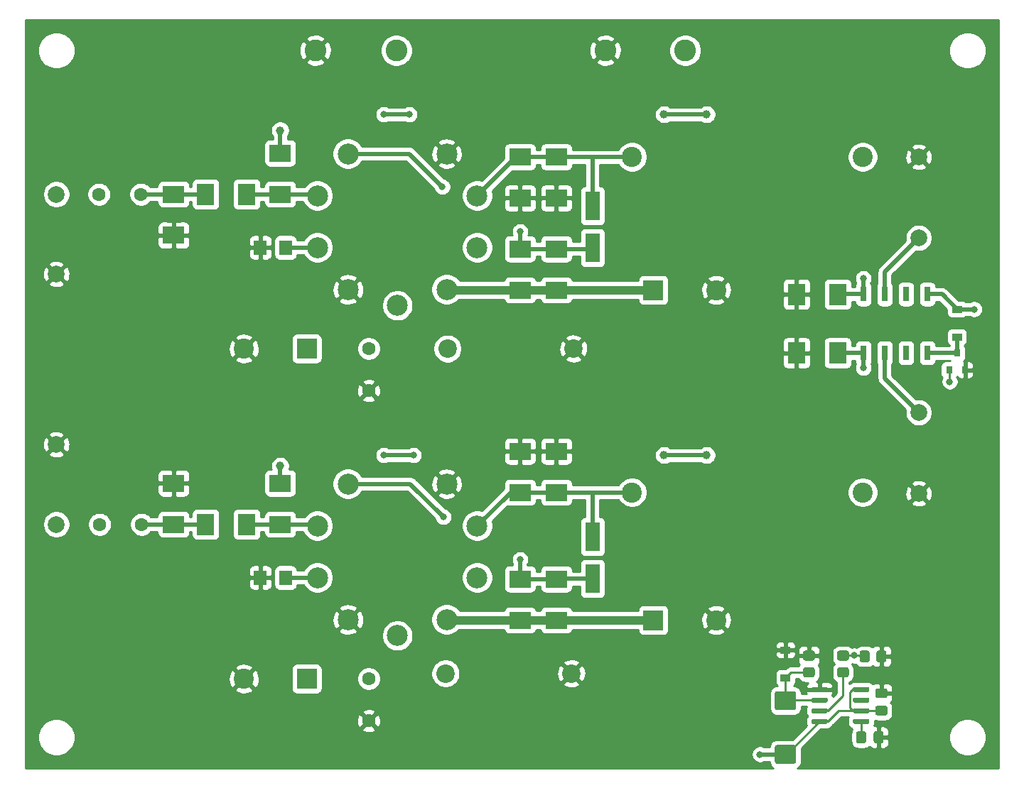
<source format=gbr>
G04 #@! TF.GenerationSoftware,KiCad,Pcbnew,(5.1.9-0-10_14)*
G04 #@! TF.CreationDate,2021-04-04T17:32:44+02:00*
G04 #@! TF.ProjectId,pre-amp-ecc88,7072652d-616d-4702-9d65-636338382e6b,rev?*
G04 #@! TF.SameCoordinates,Original*
G04 #@! TF.FileFunction,Copper,L1,Top*
G04 #@! TF.FilePolarity,Positive*
%FSLAX46Y46*%
G04 Gerber Fmt 4.6, Leading zero omitted, Abs format (unit mm)*
G04 Created by KiCad (PCBNEW (5.1.9-0-10_14)) date 2021-04-04 17:32:44*
%MOMM*%
%LPD*%
G01*
G04 APERTURE LIST*
G04 #@! TA.AperFunction,SMDPad,CuDef*
%ADD10R,0.800000X0.900000*%
G04 #@! TD*
G04 #@! TA.AperFunction,SMDPad,CuDef*
%ADD11R,1.200000X0.900000*%
G04 #@! TD*
G04 #@! TA.AperFunction,SMDPad,CuDef*
%ADD12R,0.800000X1.800000*%
G04 #@! TD*
G04 #@! TA.AperFunction,ComponentPad*
%ADD13C,2.499360*%
G04 #@! TD*
G04 #@! TA.AperFunction,SMDPad,CuDef*
%ADD14R,1.800000X3.500000*%
G04 #@! TD*
G04 #@! TA.AperFunction,ComponentPad*
%ADD15C,2.400000*%
G04 #@! TD*
G04 #@! TA.AperFunction,ComponentPad*
%ADD16R,2.400000X2.400000*%
G04 #@! TD*
G04 #@! TA.AperFunction,ComponentPad*
%ADD17C,1.600000*%
G04 #@! TD*
G04 #@! TA.AperFunction,SMDPad,CuDef*
%ADD18R,2.100000X2.600000*%
G04 #@! TD*
G04 #@! TA.AperFunction,SMDPad,CuDef*
%ADD19R,2.600000X2.100000*%
G04 #@! TD*
G04 #@! TA.AperFunction,SMDPad,CuDef*
%ADD20R,1.500000X1.800000*%
G04 #@! TD*
G04 #@! TA.AperFunction,ComponentPad*
%ADD21C,2.000000*%
G04 #@! TD*
G04 #@! TA.AperFunction,ComponentPad*
%ADD22C,2.600000*%
G04 #@! TD*
G04 #@! TA.AperFunction,ComponentPad*
%ADD23C,2.200000*%
G04 #@! TD*
G04 #@! TA.AperFunction,ViaPad*
%ADD24C,1.000000*%
G04 #@! TD*
G04 #@! TA.AperFunction,ViaPad*
%ADD25C,0.800000*%
G04 #@! TD*
G04 #@! TA.AperFunction,Conductor*
%ADD26C,0.500000*%
G04 #@! TD*
G04 #@! TA.AperFunction,Conductor*
%ADD27C,1.000000*%
G04 #@! TD*
G04 #@! TA.AperFunction,Conductor*
%ADD28C,0.250000*%
G04 #@! TD*
G04 #@! TA.AperFunction,Conductor*
%ADD29C,0.254000*%
G04 #@! TD*
G04 #@! TA.AperFunction,Conductor*
%ADD30C,0.100000*%
G04 #@! TD*
G04 APERTURE END LIST*
G04 #@! TA.AperFunction,SMDPad,CuDef*
G36*
G01*
X138722000Y-152550000D02*
X138722000Y-152250000D01*
G75*
G02*
X138872000Y-152100000I150000J0D01*
G01*
X140522000Y-152100000D01*
G75*
G02*
X140672000Y-152250000I0J-150000D01*
G01*
X140672000Y-152550000D01*
G75*
G02*
X140522000Y-152700000I-150000J0D01*
G01*
X138872000Y-152700000D01*
G75*
G02*
X138722000Y-152550000I0J150000D01*
G01*
G37*
G04 #@! TD.AperFunction*
G04 #@! TA.AperFunction,SMDPad,CuDef*
G36*
G01*
X138722000Y-153820000D02*
X138722000Y-153520000D01*
G75*
G02*
X138872000Y-153370000I150000J0D01*
G01*
X140522000Y-153370000D01*
G75*
G02*
X140672000Y-153520000I0J-150000D01*
G01*
X140672000Y-153820000D01*
G75*
G02*
X140522000Y-153970000I-150000J0D01*
G01*
X138872000Y-153970000D01*
G75*
G02*
X138722000Y-153820000I0J150000D01*
G01*
G37*
G04 #@! TD.AperFunction*
G04 #@! TA.AperFunction,SMDPad,CuDef*
G36*
G01*
X138722000Y-155090000D02*
X138722000Y-154790000D01*
G75*
G02*
X138872000Y-154640000I150000J0D01*
G01*
X140522000Y-154640000D01*
G75*
G02*
X140672000Y-154790000I0J-150000D01*
G01*
X140672000Y-155090000D01*
G75*
G02*
X140522000Y-155240000I-150000J0D01*
G01*
X138872000Y-155240000D01*
G75*
G02*
X138722000Y-155090000I0J150000D01*
G01*
G37*
G04 #@! TD.AperFunction*
G04 #@! TA.AperFunction,SMDPad,CuDef*
G36*
G01*
X138722000Y-156360000D02*
X138722000Y-156060000D01*
G75*
G02*
X138872000Y-155910000I150000J0D01*
G01*
X140522000Y-155910000D01*
G75*
G02*
X140672000Y-156060000I0J-150000D01*
G01*
X140672000Y-156360000D01*
G75*
G02*
X140522000Y-156510000I-150000J0D01*
G01*
X138872000Y-156510000D01*
G75*
G02*
X138722000Y-156360000I0J150000D01*
G01*
G37*
G04 #@! TD.AperFunction*
G04 #@! TA.AperFunction,SMDPad,CuDef*
G36*
G01*
X133772000Y-156360000D02*
X133772000Y-156060000D01*
G75*
G02*
X133922000Y-155910000I150000J0D01*
G01*
X135572000Y-155910000D01*
G75*
G02*
X135722000Y-156060000I0J-150000D01*
G01*
X135722000Y-156360000D01*
G75*
G02*
X135572000Y-156510000I-150000J0D01*
G01*
X133922000Y-156510000D01*
G75*
G02*
X133772000Y-156360000I0J150000D01*
G01*
G37*
G04 #@! TD.AperFunction*
G04 #@! TA.AperFunction,SMDPad,CuDef*
G36*
G01*
X133772000Y-155090000D02*
X133772000Y-154790000D01*
G75*
G02*
X133922000Y-154640000I150000J0D01*
G01*
X135572000Y-154640000D01*
G75*
G02*
X135722000Y-154790000I0J-150000D01*
G01*
X135722000Y-155090000D01*
G75*
G02*
X135572000Y-155240000I-150000J0D01*
G01*
X133922000Y-155240000D01*
G75*
G02*
X133772000Y-155090000I0J150000D01*
G01*
G37*
G04 #@! TD.AperFunction*
G04 #@! TA.AperFunction,SMDPad,CuDef*
G36*
G01*
X133772000Y-153820000D02*
X133772000Y-153520000D01*
G75*
G02*
X133922000Y-153370000I150000J0D01*
G01*
X135572000Y-153370000D01*
G75*
G02*
X135722000Y-153520000I0J-150000D01*
G01*
X135722000Y-153820000D01*
G75*
G02*
X135572000Y-153970000I-150000J0D01*
G01*
X133922000Y-153970000D01*
G75*
G02*
X133772000Y-153820000I0J150000D01*
G01*
G37*
G04 #@! TD.AperFunction*
G04 #@! TA.AperFunction,SMDPad,CuDef*
G36*
G01*
X133772000Y-152550000D02*
X133772000Y-152250000D01*
G75*
G02*
X133922000Y-152100000I150000J0D01*
G01*
X135572000Y-152100000D01*
G75*
G02*
X135722000Y-152250000I0J-150000D01*
G01*
X135722000Y-152550000D01*
G75*
G02*
X135572000Y-152700000I-150000J0D01*
G01*
X133922000Y-152700000D01*
G75*
G02*
X133772000Y-152550000I0J150000D01*
G01*
G37*
G04 #@! TD.AperFunction*
G04 #@! TA.AperFunction,SMDPad,CuDef*
G36*
G01*
X141513000Y-148913001D02*
X141513000Y-148012999D01*
G75*
G02*
X141762999Y-147763000I249999J0D01*
G01*
X142463001Y-147763000D01*
G75*
G02*
X142713000Y-148012999I0J-249999D01*
G01*
X142713000Y-148913001D01*
G75*
G02*
X142463001Y-149163000I-249999J0D01*
G01*
X141762999Y-149163000D01*
G75*
G02*
X141513000Y-148913001I0J249999D01*
G01*
G37*
G04 #@! TD.AperFunction*
G04 #@! TA.AperFunction,SMDPad,CuDef*
G36*
G01*
X139513000Y-148913001D02*
X139513000Y-148012999D01*
G75*
G02*
X139762999Y-147763000I249999J0D01*
G01*
X140463001Y-147763000D01*
G75*
G02*
X140713000Y-148012999I0J-249999D01*
G01*
X140713000Y-148913001D01*
G75*
G02*
X140463001Y-149163000I-249999J0D01*
G01*
X139762999Y-149163000D01*
G75*
G02*
X139513000Y-148913001I0J249999D01*
G01*
G37*
G04 #@! TD.AperFunction*
G04 #@! TA.AperFunction,SMDPad,CuDef*
G36*
G01*
X137090999Y-149768000D02*
X137991001Y-149768000D01*
G75*
G02*
X138241000Y-150017999I0J-249999D01*
G01*
X138241000Y-150718001D01*
G75*
G02*
X137991001Y-150968000I-249999J0D01*
G01*
X137090999Y-150968000D01*
G75*
G02*
X136841000Y-150718001I0J249999D01*
G01*
X136841000Y-150017999D01*
G75*
G02*
X137090999Y-149768000I249999J0D01*
G01*
G37*
G04 #@! TD.AperFunction*
G04 #@! TA.AperFunction,SMDPad,CuDef*
G36*
G01*
X137090999Y-147768000D02*
X137991001Y-147768000D01*
G75*
G02*
X138241000Y-148017999I0J-249999D01*
G01*
X138241000Y-148718001D01*
G75*
G02*
X137991001Y-148968000I-249999J0D01*
G01*
X137090999Y-148968000D01*
G75*
G02*
X136841000Y-148718001I0J249999D01*
G01*
X136841000Y-148017999D01*
G75*
G02*
X137090999Y-147768000I249999J0D01*
G01*
G37*
G04 #@! TD.AperFunction*
G04 #@! TA.AperFunction,SMDPad,CuDef*
G36*
G01*
X133927001Y-148968000D02*
X133026999Y-148968000D01*
G75*
G02*
X132777000Y-148718001I0J249999D01*
G01*
X132777000Y-148017999D01*
G75*
G02*
X133026999Y-147768000I249999J0D01*
G01*
X133927001Y-147768000D01*
G75*
G02*
X134177000Y-148017999I0J-249999D01*
G01*
X134177000Y-148718001D01*
G75*
G02*
X133927001Y-148968000I-249999J0D01*
G01*
G37*
G04 #@! TD.AperFunction*
G04 #@! TA.AperFunction,SMDPad,CuDef*
G36*
G01*
X133927001Y-150968000D02*
X133026999Y-150968000D01*
G75*
G02*
X132777000Y-150718001I0J249999D01*
G01*
X132777000Y-150017999D01*
G75*
G02*
X133026999Y-149768000I249999J0D01*
G01*
X133927001Y-149768000D01*
G75*
G02*
X134177000Y-150017999I0J-249999D01*
G01*
X134177000Y-150718001D01*
G75*
G02*
X133927001Y-150968000I-249999J0D01*
G01*
G37*
G04 #@! TD.AperFunction*
D10*
X151130000Y-112300000D03*
X152080000Y-114300000D03*
X150180000Y-114300000D03*
D11*
X151130000Y-110362000D03*
X151130000Y-107062000D03*
X130683000Y-147702000D03*
X130683000Y-151002000D03*
G04 #@! TA.AperFunction,SMDPad,CuDef*
G36*
G01*
X142588000Y-153452500D02*
X141638000Y-153452500D01*
G75*
G02*
X141388000Y-153202500I0J250000D01*
G01*
X141388000Y-152527500D01*
G75*
G02*
X141638000Y-152277500I250000J0D01*
G01*
X142588000Y-152277500D01*
G75*
G02*
X142838000Y-152527500I0J-250000D01*
G01*
X142838000Y-153202500D01*
G75*
G02*
X142588000Y-153452500I-250000J0D01*
G01*
G37*
G04 #@! TD.AperFunction*
G04 #@! TA.AperFunction,SMDPad,CuDef*
G36*
G01*
X142588000Y-155527500D02*
X141638000Y-155527500D01*
G75*
G02*
X141388000Y-155277500I0J250000D01*
G01*
X141388000Y-154602500D01*
G75*
G02*
X141638000Y-154352500I250000J0D01*
G01*
X142588000Y-154352500D01*
G75*
G02*
X142838000Y-154602500I0J-250000D01*
G01*
X142838000Y-155277500D01*
G75*
G02*
X142588000Y-155527500I-250000J0D01*
G01*
G37*
G04 #@! TD.AperFunction*
G04 #@! TA.AperFunction,SMDPad,CuDef*
G36*
G01*
X141187500Y-158590000D02*
X141187500Y-157640000D01*
G75*
G02*
X141437500Y-157390000I250000J0D01*
G01*
X142112500Y-157390000D01*
G75*
G02*
X142362500Y-157640000I0J-250000D01*
G01*
X142362500Y-158590000D01*
G75*
G02*
X142112500Y-158840000I-250000J0D01*
G01*
X141437500Y-158840000D01*
G75*
G02*
X141187500Y-158590000I0J250000D01*
G01*
G37*
G04 #@! TD.AperFunction*
G04 #@! TA.AperFunction,SMDPad,CuDef*
G36*
G01*
X139112500Y-158590000D02*
X139112500Y-157640000D01*
G75*
G02*
X139362500Y-157390000I250000J0D01*
G01*
X140037500Y-157390000D01*
G75*
G02*
X140287500Y-157640000I0J-250000D01*
G01*
X140287500Y-158590000D01*
G75*
G02*
X140037500Y-158840000I-250000J0D01*
G01*
X139362500Y-158840000D01*
G75*
G02*
X139112500Y-158590000I0J250000D01*
G01*
G37*
G04 #@! TD.AperFunction*
G04 #@! TA.AperFunction,SMDPad,CuDef*
G36*
G01*
X131708001Y-154872000D02*
X129657999Y-154872000D01*
G75*
G02*
X129408000Y-154622001I0J249999D01*
G01*
X129408000Y-152871999D01*
G75*
G02*
X129657999Y-152622000I249999J0D01*
G01*
X131708001Y-152622000D01*
G75*
G02*
X131958000Y-152871999I0J-249999D01*
G01*
X131958000Y-154622001D01*
G75*
G02*
X131708001Y-154872000I-249999J0D01*
G01*
G37*
G04 #@! TD.AperFunction*
G04 #@! TA.AperFunction,SMDPad,CuDef*
G36*
G01*
X131708001Y-161272000D02*
X129657999Y-161272000D01*
G75*
G02*
X129408000Y-161022001I0J249999D01*
G01*
X129408000Y-159271999D01*
G75*
G02*
X129657999Y-159022000I249999J0D01*
G01*
X131708001Y-159022000D01*
G75*
G02*
X131958000Y-159271999I0J-249999D01*
G01*
X131958000Y-161022001D01*
G75*
G02*
X131708001Y-161272000I-249999J0D01*
G01*
G37*
G04 #@! TD.AperFunction*
D12*
X147574000Y-105268000D03*
X145034000Y-105268000D03*
X142494000Y-105268000D03*
X139954000Y-105268000D03*
X139954000Y-112268000D03*
X142494000Y-112268000D03*
X145034000Y-112268000D03*
X147574000Y-112268000D03*
D13*
X78562200Y-88519000D03*
X74930000Y-93522800D03*
X74930000Y-99695000D03*
X78562200Y-104698800D03*
X84439760Y-106608880D03*
X90317320Y-104698800D03*
X93949520Y-99695000D03*
X93949520Y-93522800D03*
X90317320Y-88519000D03*
X78562200Y-127889000D03*
X74930000Y-132892800D03*
X74930000Y-139065000D03*
X78562200Y-144068800D03*
X84439760Y-145978880D03*
X90317320Y-144068800D03*
X93949520Y-139065000D03*
X93949520Y-132892800D03*
X90317320Y-127889000D03*
D14*
X107696000Y-99742000D03*
X107696000Y-94742000D03*
X107696000Y-139192000D03*
X107696000Y-134192000D03*
D15*
X112395000Y-88900000D03*
X139895000Y-88900000D03*
X112395000Y-128905000D03*
X139895000Y-128905000D03*
X66160000Y-111760000D03*
D16*
X73660000Y-111760000D03*
D17*
X81026000Y-116760000D03*
X81026000Y-111760000D03*
D15*
X66160000Y-151130000D03*
D16*
X73660000Y-151130000D03*
D17*
X81026000Y-156130000D03*
X81026000Y-151130000D03*
D18*
X132006000Y-105283000D03*
X136906000Y-105283000D03*
D19*
X99060000Y-93800000D03*
X99060000Y-88900000D03*
X103378000Y-93800000D03*
X103378000Y-88900000D03*
X70485000Y-93345000D03*
X70485000Y-88445000D03*
X99060000Y-99875000D03*
X99060000Y-104775000D03*
X103378000Y-99875000D03*
X103378000Y-104775000D03*
D20*
X68120000Y-99695000D03*
X71120000Y-99695000D03*
D18*
X61595000Y-93345000D03*
X66495000Y-93345000D03*
D19*
X57785000Y-98245000D03*
X57785000Y-93345000D03*
D21*
X146558000Y-88900000D03*
X146558000Y-98552000D03*
D22*
X74676000Y-76200000D03*
X84328000Y-76200000D03*
D21*
X43815000Y-102870000D03*
X43815000Y-93345000D03*
D15*
X122435000Y-104775000D03*
D16*
X114935000Y-104775000D03*
D23*
X105410000Y-111760000D03*
X90410000Y-111760000D03*
D17*
X48895000Y-93345000D03*
X53895000Y-93345000D03*
D18*
X132006000Y-112268000D03*
X136906000Y-112268000D03*
D19*
X99060000Y-124005000D03*
X99060000Y-128905000D03*
X103378000Y-124005000D03*
X103378000Y-128905000D03*
X70485000Y-132715000D03*
X70485000Y-127815000D03*
X99060000Y-139245000D03*
X99060000Y-144145000D03*
X103378000Y-139245000D03*
X103378000Y-144145000D03*
D20*
X68120000Y-139065000D03*
X71120000Y-139065000D03*
D18*
X61595000Y-132715000D03*
X66495000Y-132715000D03*
D19*
X57785000Y-127815000D03*
X57785000Y-132715000D03*
D21*
X146558000Y-129032000D03*
X146558000Y-119380000D03*
D22*
X109220000Y-76200000D03*
X118745000Y-76200000D03*
D21*
X43815000Y-123190000D03*
X43815000Y-132715000D03*
D15*
X122435000Y-144145000D03*
D16*
X114935000Y-144145000D03*
D23*
X105170000Y-150495000D03*
X90170000Y-150495000D03*
D17*
X48975000Y-132715000D03*
X53975000Y-132715000D03*
D24*
X121285000Y-124460000D03*
X116205000Y-124460000D03*
X70485000Y-125730000D03*
D25*
X82804000Y-124460000D03*
X86360000Y-124460000D03*
X139954000Y-114046000D03*
X127635000Y-160147000D03*
X153162000Y-107061000D03*
D24*
X121285000Y-83820000D03*
X116205000Y-83820000D03*
X70485000Y-85725000D03*
D25*
X82804000Y-83820000D03*
X85852000Y-83820000D03*
X139954000Y-103378000D03*
X99060000Y-136906000D03*
X89916000Y-131826000D03*
X99060000Y-97790000D03*
X89789000Y-92456000D03*
X138906000Y-148368000D03*
X150241000Y-115697000D03*
D26*
X53975000Y-132715000D02*
X57785000Y-132715000D01*
X57785000Y-132715000D02*
X61595000Y-132715000D01*
D27*
X114935000Y-144145000D02*
X106045000Y-144145000D01*
X90393520Y-144145000D02*
X90317320Y-144068800D01*
X99060000Y-144145000D02*
X90393520Y-144145000D01*
X114935000Y-104775000D02*
X106045000Y-104775000D01*
X90393520Y-104775000D02*
X90317320Y-104698800D01*
X99060000Y-104775000D02*
X90393520Y-104775000D01*
X106045000Y-104775000D02*
X103378000Y-104775000D01*
X103378000Y-104775000D02*
X99060000Y-104775000D01*
X106045000Y-144145000D02*
X103378000Y-144145000D01*
X103378000Y-144145000D02*
X99060000Y-144145000D01*
D26*
X97937320Y-128905000D02*
X99060000Y-128905000D01*
X93949520Y-132892800D02*
X97937320Y-128905000D01*
X99060000Y-128905000D02*
X103378000Y-128905000D01*
X107696000Y-134192000D02*
X107696000Y-129032000D01*
X107823000Y-128905000D02*
X112395000Y-128905000D01*
X107696000Y-129032000D02*
X107823000Y-128905000D01*
X103378000Y-128905000D02*
X107823000Y-128905000D01*
X121285000Y-124460000D02*
X116205000Y-124460000D01*
X70485000Y-125730000D02*
X70485000Y-127815000D01*
X82804000Y-124460000D02*
X86360000Y-124460000D01*
X139954000Y-112268000D02*
X139954000Y-114046000D01*
X139954000Y-112268000D02*
X136906000Y-112268000D01*
D28*
X142113000Y-154940000D02*
X139697000Y-154940000D01*
X138722000Y-154940000D02*
X139697000Y-154940000D01*
X138396990Y-152725010D02*
X138396990Y-154614990D01*
X138396990Y-154614990D02*
X138722000Y-154940000D01*
X138722000Y-152400000D02*
X138396990Y-152725010D01*
X139697000Y-152400000D02*
X138722000Y-152400000D01*
X136992000Y-154940000D02*
X139697000Y-154940000D01*
X135722000Y-156210000D02*
X136992000Y-154940000D01*
X134747000Y-156210000D02*
X135722000Y-156210000D01*
X130810000Y-160147000D02*
X134747000Y-156210000D01*
X130683000Y-160147000D02*
X130810000Y-160147000D01*
D26*
X130683000Y-160147000D02*
X127635000Y-160147000D01*
X151131000Y-107061000D02*
X151130000Y-107062000D01*
X153162000Y-107061000D02*
X151131000Y-107061000D01*
X149336000Y-105268000D02*
X151130000Y-107062000D01*
X147574000Y-105268000D02*
X149336000Y-105268000D01*
X66495000Y-132715000D02*
X70485000Y-132715000D01*
X74752200Y-132715000D02*
X74930000Y-132892800D01*
X70485000Y-132715000D02*
X74752200Y-132715000D01*
X71120000Y-139065000D02*
X74930000Y-139065000D01*
X53895000Y-93345000D02*
X57785000Y-93345000D01*
X57785000Y-93345000D02*
X61595000Y-93345000D01*
X98572320Y-88900000D02*
X99060000Y-88900000D01*
X93949520Y-93522800D02*
X98572320Y-88900000D01*
X106045000Y-88900000D02*
X103378000Y-88900000D01*
X103378000Y-88900000D02*
X99060000Y-88900000D01*
X107696000Y-88900000D02*
X112395000Y-88900000D01*
X106045000Y-88900000D02*
X107696000Y-88900000D01*
X107696000Y-94742000D02*
X107696000Y-88900000D01*
X121285000Y-83820000D02*
X116205000Y-83820000D01*
X70485000Y-85725000D02*
X70485000Y-88445000D01*
X82804000Y-83820000D02*
X85852000Y-83820000D01*
X139954000Y-88959000D02*
X139895000Y-88900000D01*
X139954000Y-105268000D02*
X139954000Y-103378000D01*
X136921000Y-105268000D02*
X136906000Y-105283000D01*
X139954000Y-105268000D02*
X136921000Y-105268000D01*
X66495000Y-93345000D02*
X70485000Y-93345000D01*
X74752200Y-93345000D02*
X74930000Y-93522800D01*
X70485000Y-93345000D02*
X74752200Y-93345000D01*
X71120000Y-99695000D02*
X74930000Y-99695000D01*
X103431000Y-139192000D02*
X103378000Y-139245000D01*
X107696000Y-139192000D02*
X103431000Y-139192000D01*
X103378000Y-139245000D02*
X99060000Y-139245000D01*
X99060000Y-136906000D02*
X99060000Y-139245000D01*
X85979000Y-127889000D02*
X89916000Y-131826000D01*
X78562200Y-127889000D02*
X85979000Y-127889000D01*
X99060000Y-99875000D02*
X103378000Y-99875000D01*
X107563000Y-99875000D02*
X107696000Y-99742000D01*
X103378000Y-99875000D02*
X107563000Y-99875000D01*
X99060000Y-97790000D02*
X99060000Y-99875000D01*
X85852000Y-88519000D02*
X89789000Y-92456000D01*
X78562200Y-88519000D02*
X85852000Y-88519000D01*
X94129520Y-139245000D02*
X93949520Y-139065000D01*
X94129520Y-99875000D02*
X93949520Y-99695000D01*
D28*
X130760000Y-153670000D02*
X130683000Y-153747000D01*
X134747000Y-153670000D02*
X130760000Y-153670000D01*
X130683000Y-153747000D02*
X130683000Y-151002000D01*
X131317000Y-150368000D02*
X130683000Y-151002000D01*
X133477000Y-150368000D02*
X131317000Y-150368000D01*
X139700000Y-156213000D02*
X139697000Y-156210000D01*
X139700000Y-158115000D02*
X139700000Y-156213000D01*
D26*
X151130000Y-112300000D02*
X151130000Y-110362000D01*
X147606000Y-112300000D02*
X147574000Y-112268000D01*
X151130000Y-112300000D02*
X147606000Y-112300000D01*
X142494000Y-102616000D02*
X146558000Y-98552000D01*
X142494000Y-105268000D02*
X142494000Y-102616000D01*
D28*
X139478000Y-148368000D02*
X139573000Y-148463000D01*
X140018000Y-148368000D02*
X140113000Y-148463000D01*
X137541000Y-148368000D02*
X138906000Y-148368000D01*
X138906000Y-148368000D02*
X140018000Y-148368000D01*
X150241000Y-114361000D02*
X150180000Y-114300000D01*
X150241000Y-115697000D02*
X150241000Y-114361000D01*
X137541000Y-153121000D02*
X137541000Y-150368000D01*
X135722000Y-154940000D02*
X137541000Y-153121000D01*
X134747000Y-154940000D02*
X135722000Y-154940000D01*
D26*
X142494000Y-115316000D02*
X146558000Y-119380000D01*
X142494000Y-112268000D02*
X142494000Y-115316000D01*
D29*
X156083000Y-161798000D02*
X132131052Y-161798000D01*
X132201387Y-161760405D01*
X132335962Y-161649962D01*
X132446405Y-161515387D01*
X132528472Y-161361851D01*
X132579008Y-161195255D01*
X132596072Y-161022001D01*
X132596072Y-159435729D01*
X134883730Y-157148072D01*
X135572000Y-157148072D01*
X135725745Y-157132929D01*
X135873582Y-157088084D01*
X136009829Y-157015258D01*
X136129251Y-156917251D01*
X136227258Y-156797829D01*
X136245650Y-156763420D01*
X136262001Y-156750001D01*
X136285804Y-156720997D01*
X137306802Y-155700000D01*
X138175141Y-155700000D01*
X138143916Y-155758418D01*
X138099071Y-155906255D01*
X138083928Y-156060000D01*
X138083928Y-156360000D01*
X138099071Y-156513745D01*
X138143916Y-156661582D01*
X138216742Y-156797829D01*
X138314749Y-156917251D01*
X138434171Y-157015258D01*
X138570418Y-157088084D01*
X138651856Y-157112787D01*
X138624095Y-157146614D01*
X138542028Y-157300150D01*
X138491492Y-157466746D01*
X138474428Y-157640000D01*
X138474428Y-158590000D01*
X138491492Y-158763254D01*
X138542028Y-158929850D01*
X138624095Y-159083386D01*
X138734538Y-159217962D01*
X138869114Y-159328405D01*
X139022650Y-159410472D01*
X139189246Y-159461008D01*
X139362500Y-159478072D01*
X140037500Y-159478072D01*
X140210754Y-159461008D01*
X140377350Y-159410472D01*
X140530886Y-159328405D01*
X140665462Y-159217962D01*
X140670842Y-159211406D01*
X140736315Y-159291185D01*
X140833006Y-159370537D01*
X140943320Y-159429502D01*
X141063018Y-159465812D01*
X141187500Y-159478072D01*
X141489250Y-159475000D01*
X141648000Y-159316250D01*
X141648000Y-158242000D01*
X141902000Y-158242000D01*
X141902000Y-159316250D01*
X142060750Y-159475000D01*
X142362500Y-159478072D01*
X142486982Y-159465812D01*
X142606680Y-159429502D01*
X142716994Y-159370537D01*
X142813685Y-159291185D01*
X142893037Y-159194494D01*
X142952002Y-159084180D01*
X142988312Y-158964482D01*
X143000572Y-158840000D01*
X142997500Y-158400750D01*
X142838750Y-158242000D01*
X141902000Y-158242000D01*
X141648000Y-158242000D01*
X141628000Y-158242000D01*
X141628000Y-157988000D01*
X141648000Y-157988000D01*
X141648000Y-156913750D01*
X141902000Y-156913750D01*
X141902000Y-157988000D01*
X142838750Y-157988000D01*
X142931878Y-157894872D01*
X150165000Y-157894872D01*
X150165000Y-158335128D01*
X150250890Y-158766925D01*
X150419369Y-159173669D01*
X150663962Y-159539729D01*
X150975271Y-159851038D01*
X151341331Y-160095631D01*
X151748075Y-160264110D01*
X152179872Y-160350000D01*
X152620128Y-160350000D01*
X153051925Y-160264110D01*
X153458669Y-160095631D01*
X153824729Y-159851038D01*
X154136038Y-159539729D01*
X154380631Y-159173669D01*
X154549110Y-158766925D01*
X154635000Y-158335128D01*
X154635000Y-157894872D01*
X154549110Y-157463075D01*
X154380631Y-157056331D01*
X154136038Y-156690271D01*
X153824729Y-156378962D01*
X153458669Y-156134369D01*
X153051925Y-155965890D01*
X152620128Y-155880000D01*
X152179872Y-155880000D01*
X151748075Y-155965890D01*
X151341331Y-156134369D01*
X150975271Y-156378962D01*
X150663962Y-156690271D01*
X150419369Y-157056331D01*
X150250890Y-157463075D01*
X150165000Y-157894872D01*
X142931878Y-157894872D01*
X142997500Y-157829250D01*
X143000572Y-157390000D01*
X142988312Y-157265518D01*
X142952002Y-157145820D01*
X142893037Y-157035506D01*
X142813685Y-156938815D01*
X142716994Y-156859463D01*
X142606680Y-156800498D01*
X142486982Y-156764188D01*
X142362500Y-156751928D01*
X142060750Y-156755000D01*
X141902000Y-156913750D01*
X141648000Y-156913750D01*
X141489250Y-156755000D01*
X141201715Y-156752073D01*
X141250084Y-156661582D01*
X141294929Y-156513745D01*
X141310072Y-156360000D01*
X141310072Y-156101588D01*
X141464746Y-156148508D01*
X141638000Y-156165572D01*
X142588000Y-156165572D01*
X142761254Y-156148508D01*
X142927850Y-156097972D01*
X143081386Y-156015905D01*
X143215962Y-155905462D01*
X143326405Y-155770886D01*
X143408472Y-155617350D01*
X143459008Y-155450754D01*
X143476072Y-155277500D01*
X143476072Y-154602500D01*
X143459008Y-154429246D01*
X143408472Y-154262650D01*
X143326405Y-154109114D01*
X143215962Y-153974538D01*
X143209406Y-153969158D01*
X143289185Y-153903685D01*
X143368537Y-153806994D01*
X143427502Y-153696680D01*
X143463812Y-153576982D01*
X143476072Y-153452500D01*
X143473000Y-153150750D01*
X143314250Y-152992000D01*
X142240000Y-152992000D01*
X142240000Y-153012000D01*
X141986000Y-153012000D01*
X141986000Y-152992000D01*
X141966000Y-152992000D01*
X141966000Y-152738000D01*
X141986000Y-152738000D01*
X141986000Y-151801250D01*
X142240000Y-151801250D01*
X142240000Y-152738000D01*
X143314250Y-152738000D01*
X143473000Y-152579250D01*
X143476072Y-152277500D01*
X143463812Y-152153018D01*
X143427502Y-152033320D01*
X143368537Y-151923006D01*
X143289185Y-151826315D01*
X143192494Y-151746963D01*
X143082180Y-151687998D01*
X142962482Y-151651688D01*
X142838000Y-151639428D01*
X142398750Y-151642500D01*
X142240000Y-151801250D01*
X141986000Y-151801250D01*
X141827250Y-151642500D01*
X141388000Y-151639428D01*
X141263518Y-151651688D01*
X141143820Y-151687998D01*
X141096229Y-151713436D01*
X141079251Y-151692749D01*
X140959829Y-151594742D01*
X140823582Y-151521916D01*
X140675745Y-151477071D01*
X140522000Y-151461928D01*
X138872000Y-151461928D01*
X138718255Y-151477071D01*
X138570418Y-151521916D01*
X138434171Y-151594742D01*
X138314749Y-151692749D01*
X138301000Y-151709502D01*
X138301000Y-151547527D01*
X138330851Y-151538472D01*
X138484387Y-151456405D01*
X138618962Y-151345962D01*
X138729405Y-151211387D01*
X138811472Y-151057851D01*
X138862008Y-150891255D01*
X138879072Y-150718001D01*
X138879072Y-150017999D01*
X138862008Y-149844745D01*
X138811472Y-149678149D01*
X138729405Y-149524613D01*
X138618962Y-149390038D01*
X138592109Y-149368000D01*
X138599997Y-149361526D01*
X138604102Y-149363226D01*
X138804061Y-149403000D01*
X139007939Y-149403000D01*
X139021358Y-149400331D01*
X139024595Y-149406387D01*
X139135038Y-149540962D01*
X139269613Y-149651405D01*
X139423149Y-149733472D01*
X139589745Y-149784008D01*
X139762999Y-149801072D01*
X140463001Y-149801072D01*
X140636255Y-149784008D01*
X140802851Y-149733472D01*
X140956387Y-149651405D01*
X141037637Y-149584724D01*
X141061815Y-149614185D01*
X141158506Y-149693537D01*
X141268820Y-149752502D01*
X141388518Y-149788812D01*
X141513000Y-149801072D01*
X141827250Y-149798000D01*
X141986000Y-149639250D01*
X141986000Y-148590000D01*
X142240000Y-148590000D01*
X142240000Y-149639250D01*
X142398750Y-149798000D01*
X142713000Y-149801072D01*
X142837482Y-149788812D01*
X142957180Y-149752502D01*
X143067494Y-149693537D01*
X143164185Y-149614185D01*
X143243537Y-149517494D01*
X143302502Y-149407180D01*
X143338812Y-149287482D01*
X143351072Y-149163000D01*
X143348000Y-148748750D01*
X143189250Y-148590000D01*
X142240000Y-148590000D01*
X141986000Y-148590000D01*
X141966000Y-148590000D01*
X141966000Y-148336000D01*
X141986000Y-148336000D01*
X141986000Y-147286750D01*
X142240000Y-147286750D01*
X142240000Y-148336000D01*
X143189250Y-148336000D01*
X143348000Y-148177250D01*
X143351072Y-147763000D01*
X143338812Y-147638518D01*
X143302502Y-147518820D01*
X143243537Y-147408506D01*
X143164185Y-147311815D01*
X143067494Y-147232463D01*
X142957180Y-147173498D01*
X142837482Y-147137188D01*
X142713000Y-147124928D01*
X142398750Y-147128000D01*
X142240000Y-147286750D01*
X141986000Y-147286750D01*
X141827250Y-147128000D01*
X141513000Y-147124928D01*
X141388518Y-147137188D01*
X141268820Y-147173498D01*
X141158506Y-147232463D01*
X141061815Y-147311815D01*
X141037637Y-147341276D01*
X140956387Y-147274595D01*
X140802851Y-147192528D01*
X140636255Y-147141992D01*
X140463001Y-147124928D01*
X139762999Y-147124928D01*
X139589745Y-147141992D01*
X139423149Y-147192528D01*
X139269613Y-147274595D01*
X139161281Y-147363501D01*
X139007939Y-147333000D01*
X138804061Y-147333000D01*
X138604102Y-147372774D01*
X138599997Y-147374474D01*
X138484387Y-147279595D01*
X138330851Y-147197528D01*
X138164255Y-147146992D01*
X137991001Y-147129928D01*
X137090999Y-147129928D01*
X136917745Y-147146992D01*
X136751149Y-147197528D01*
X136597613Y-147279595D01*
X136463038Y-147390038D01*
X136352595Y-147524613D01*
X136270528Y-147678149D01*
X136219992Y-147844745D01*
X136202928Y-148017999D01*
X136202928Y-148718001D01*
X136219992Y-148891255D01*
X136270528Y-149057851D01*
X136352595Y-149211387D01*
X136463038Y-149345962D01*
X136489891Y-149368000D01*
X136463038Y-149390038D01*
X136352595Y-149524613D01*
X136270528Y-149678149D01*
X136219992Y-149844745D01*
X136202928Y-150017999D01*
X136202928Y-150718001D01*
X136219992Y-150891255D01*
X136270528Y-151057851D01*
X136352595Y-151211387D01*
X136463038Y-151345962D01*
X136597613Y-151456405D01*
X136751149Y-151538472D01*
X136781001Y-151547527D01*
X136781000Y-152806197D01*
X136316072Y-153271125D01*
X136300084Y-153218418D01*
X136228270Y-153084064D01*
X136252537Y-153054494D01*
X136311502Y-152944180D01*
X136347812Y-152824482D01*
X136360072Y-152700000D01*
X136357000Y-152685750D01*
X136198250Y-152527000D01*
X134874000Y-152527000D01*
X134874000Y-152547000D01*
X134620000Y-152547000D01*
X134620000Y-152527000D01*
X133295750Y-152527000D01*
X133137000Y-152685750D01*
X133133928Y-152700000D01*
X133146188Y-152824482D01*
X133172130Y-152910000D01*
X132596072Y-152910000D01*
X132596072Y-152871999D01*
X132579008Y-152698745D01*
X132528472Y-152532149D01*
X132446405Y-152378613D01*
X132335962Y-152244038D01*
X132201387Y-152133595D01*
X132047851Y-152051528D01*
X131881255Y-152000992D01*
X131708001Y-151983928D01*
X131634892Y-151983928D01*
X131637494Y-151982537D01*
X131734185Y-151903185D01*
X131813537Y-151806494D01*
X131872502Y-151696180D01*
X131908812Y-151576482D01*
X131921072Y-151452000D01*
X131921072Y-151128000D01*
X132244024Y-151128000D01*
X132288595Y-151211387D01*
X132399038Y-151345962D01*
X132533613Y-151456405D01*
X132687149Y-151538472D01*
X132853745Y-151589008D01*
X133026999Y-151606072D01*
X133372898Y-151606072D01*
X133320815Y-151648815D01*
X133241463Y-151745506D01*
X133182498Y-151855820D01*
X133146188Y-151975518D01*
X133133928Y-152100000D01*
X133137000Y-152114250D01*
X133295750Y-152273000D01*
X134620000Y-152273000D01*
X134620000Y-151623750D01*
X134874000Y-151623750D01*
X134874000Y-152273000D01*
X136198250Y-152273000D01*
X136357000Y-152114250D01*
X136360072Y-152100000D01*
X136347812Y-151975518D01*
X136311502Y-151855820D01*
X136252537Y-151745506D01*
X136173185Y-151648815D01*
X136076494Y-151569463D01*
X135966180Y-151510498D01*
X135846482Y-151474188D01*
X135722000Y-151461928D01*
X135032750Y-151465000D01*
X134874000Y-151623750D01*
X134620000Y-151623750D01*
X134461250Y-151465000D01*
X134404778Y-151464748D01*
X134420387Y-151456405D01*
X134554962Y-151345962D01*
X134665405Y-151211387D01*
X134747472Y-151057851D01*
X134798008Y-150891255D01*
X134815072Y-150718001D01*
X134815072Y-150017999D01*
X134798008Y-149844745D01*
X134747472Y-149678149D01*
X134665405Y-149524613D01*
X134598724Y-149443363D01*
X134628185Y-149419185D01*
X134707537Y-149322494D01*
X134766502Y-149212180D01*
X134802812Y-149092482D01*
X134815072Y-148968000D01*
X134812000Y-148653750D01*
X134653250Y-148495000D01*
X133604000Y-148495000D01*
X133604000Y-148515000D01*
X133350000Y-148515000D01*
X133350000Y-148495000D01*
X132300750Y-148495000D01*
X132142000Y-148653750D01*
X132138928Y-148968000D01*
X132151188Y-149092482D01*
X132187498Y-149212180D01*
X132246463Y-149322494D01*
X132325815Y-149419185D01*
X132355276Y-149443363D01*
X132288595Y-149524613D01*
X132244024Y-149608000D01*
X131354322Y-149608000D01*
X131316999Y-149604324D01*
X131279676Y-149608000D01*
X131279667Y-149608000D01*
X131168014Y-149618997D01*
X131024753Y-149662454D01*
X130892724Y-149733026D01*
X130892722Y-149733027D01*
X130892723Y-149733027D01*
X130805996Y-149804201D01*
X130805992Y-149804205D01*
X130776999Y-149827999D01*
X130753205Y-149856992D01*
X130696269Y-149913928D01*
X130083000Y-149913928D01*
X129958518Y-149926188D01*
X129838820Y-149962498D01*
X129728506Y-150021463D01*
X129631815Y-150100815D01*
X129552463Y-150197506D01*
X129493498Y-150307820D01*
X129457188Y-150427518D01*
X129444928Y-150552000D01*
X129444928Y-151452000D01*
X129457188Y-151576482D01*
X129493498Y-151696180D01*
X129552463Y-151806494D01*
X129631815Y-151903185D01*
X129728506Y-151982537D01*
X129731108Y-151983928D01*
X129657999Y-151983928D01*
X129484745Y-152000992D01*
X129318149Y-152051528D01*
X129164613Y-152133595D01*
X129030038Y-152244038D01*
X128919595Y-152378613D01*
X128837528Y-152532149D01*
X128786992Y-152698745D01*
X128769928Y-152871999D01*
X128769928Y-154622001D01*
X128786992Y-154795255D01*
X128837528Y-154961851D01*
X128919595Y-155115387D01*
X129030038Y-155249962D01*
X129164613Y-155360405D01*
X129318149Y-155442472D01*
X129484745Y-155493008D01*
X129657999Y-155510072D01*
X131708001Y-155510072D01*
X131881255Y-155493008D01*
X132047851Y-155442472D01*
X132201387Y-155360405D01*
X132335962Y-155249962D01*
X132446405Y-155115387D01*
X132528472Y-154961851D01*
X132579008Y-154795255D01*
X132596072Y-154622001D01*
X132596072Y-154430000D01*
X133225141Y-154430000D01*
X133193916Y-154488418D01*
X133149071Y-154636255D01*
X133133928Y-154790000D01*
X133133928Y-155090000D01*
X133149071Y-155243745D01*
X133193916Y-155391582D01*
X133266742Y-155527829D01*
X133305454Y-155575000D01*
X133266742Y-155622171D01*
X133193916Y-155758418D01*
X133149071Y-155906255D01*
X133133928Y-156060000D01*
X133133928Y-156360000D01*
X133149071Y-156513745D01*
X133193916Y-156661582D01*
X133203216Y-156678982D01*
X131498271Y-158383928D01*
X129657999Y-158383928D01*
X129484745Y-158400992D01*
X129318149Y-158451528D01*
X129164613Y-158533595D01*
X129030038Y-158644038D01*
X128919595Y-158778613D01*
X128837528Y-158932149D01*
X128786992Y-159098745D01*
X128770913Y-159262000D01*
X128173454Y-159262000D01*
X128125256Y-159229795D01*
X127936898Y-159151774D01*
X127736939Y-159112000D01*
X127533061Y-159112000D01*
X127333102Y-159151774D01*
X127144744Y-159229795D01*
X126975226Y-159343063D01*
X126831063Y-159487226D01*
X126717795Y-159656744D01*
X126639774Y-159845102D01*
X126600000Y-160045061D01*
X126600000Y-160248939D01*
X126639774Y-160448898D01*
X126717795Y-160637256D01*
X126831063Y-160806774D01*
X126975226Y-160950937D01*
X127144744Y-161064205D01*
X127333102Y-161142226D01*
X127533061Y-161182000D01*
X127736939Y-161182000D01*
X127936898Y-161142226D01*
X128125256Y-161064205D01*
X128173454Y-161032000D01*
X128770913Y-161032000D01*
X128786992Y-161195255D01*
X128837528Y-161361851D01*
X128919595Y-161515387D01*
X129030038Y-161649962D01*
X129164613Y-161760405D01*
X129234948Y-161798000D01*
X40132000Y-161798000D01*
X40132000Y-157894872D01*
X41580000Y-157894872D01*
X41580000Y-158335128D01*
X41665890Y-158766925D01*
X41834369Y-159173669D01*
X42078962Y-159539729D01*
X42390271Y-159851038D01*
X42756331Y-160095631D01*
X43163075Y-160264110D01*
X43594872Y-160350000D01*
X44035128Y-160350000D01*
X44466925Y-160264110D01*
X44873669Y-160095631D01*
X45239729Y-159851038D01*
X45551038Y-159539729D01*
X45795631Y-159173669D01*
X45964110Y-158766925D01*
X46050000Y-158335128D01*
X46050000Y-157894872D01*
X45964110Y-157463075D01*
X45823123Y-157122702D01*
X80212903Y-157122702D01*
X80284486Y-157366671D01*
X80539996Y-157487571D01*
X80814184Y-157556300D01*
X81096512Y-157570217D01*
X81376130Y-157528787D01*
X81642292Y-157433603D01*
X81767514Y-157366671D01*
X81839097Y-157122702D01*
X81026000Y-156309605D01*
X80212903Y-157122702D01*
X45823123Y-157122702D01*
X45795631Y-157056331D01*
X45551038Y-156690271D01*
X45239729Y-156378962D01*
X44972660Y-156200512D01*
X79585783Y-156200512D01*
X79627213Y-156480130D01*
X79722397Y-156746292D01*
X79789329Y-156871514D01*
X80033298Y-156943097D01*
X80846395Y-156130000D01*
X81205605Y-156130000D01*
X82018702Y-156943097D01*
X82262671Y-156871514D01*
X82383571Y-156616004D01*
X82452300Y-156341816D01*
X82466217Y-156059488D01*
X82424787Y-155779870D01*
X82329603Y-155513708D01*
X82262671Y-155388486D01*
X82018702Y-155316903D01*
X81205605Y-156130000D01*
X80846395Y-156130000D01*
X80033298Y-155316903D01*
X79789329Y-155388486D01*
X79668429Y-155643996D01*
X79599700Y-155918184D01*
X79585783Y-156200512D01*
X44972660Y-156200512D01*
X44873669Y-156134369D01*
X44466925Y-155965890D01*
X44035128Y-155880000D01*
X43594872Y-155880000D01*
X43163075Y-155965890D01*
X42756331Y-156134369D01*
X42390271Y-156378962D01*
X42078962Y-156690271D01*
X41834369Y-157056331D01*
X41665890Y-157463075D01*
X41580000Y-157894872D01*
X40132000Y-157894872D01*
X40132000Y-155137298D01*
X80212903Y-155137298D01*
X81026000Y-155950395D01*
X81839097Y-155137298D01*
X81767514Y-154893329D01*
X81512004Y-154772429D01*
X81237816Y-154703700D01*
X80955488Y-154689783D01*
X80675870Y-154731213D01*
X80409708Y-154826397D01*
X80284486Y-154893329D01*
X80212903Y-155137298D01*
X40132000Y-155137298D01*
X40132000Y-152407980D01*
X65061626Y-152407980D01*
X65181514Y-152692836D01*
X65505210Y-152853699D01*
X65854069Y-152948322D01*
X66214684Y-152973067D01*
X66573198Y-152926985D01*
X66915833Y-152811846D01*
X67138486Y-152692836D01*
X67258374Y-152407980D01*
X66160000Y-151309605D01*
X65061626Y-152407980D01*
X40132000Y-152407980D01*
X40132000Y-151184684D01*
X64316933Y-151184684D01*
X64363015Y-151543198D01*
X64478154Y-151885833D01*
X64597164Y-152108486D01*
X64882020Y-152228374D01*
X65980395Y-151130000D01*
X66339605Y-151130000D01*
X67437980Y-152228374D01*
X67722836Y-152108486D01*
X67883699Y-151784790D01*
X67978322Y-151435931D01*
X68003067Y-151075316D01*
X67956985Y-150716802D01*
X67841846Y-150374167D01*
X67722836Y-150151514D01*
X67437980Y-150031626D01*
X66339605Y-151130000D01*
X65980395Y-151130000D01*
X64882020Y-150031626D01*
X64597164Y-150151514D01*
X64436301Y-150475210D01*
X64341678Y-150824069D01*
X64316933Y-151184684D01*
X40132000Y-151184684D01*
X40132000Y-149852020D01*
X65061626Y-149852020D01*
X66160000Y-150950395D01*
X67180394Y-149930000D01*
X71821928Y-149930000D01*
X71821928Y-152330000D01*
X71834188Y-152454482D01*
X71870498Y-152574180D01*
X71929463Y-152684494D01*
X72008815Y-152781185D01*
X72105506Y-152860537D01*
X72215820Y-152919502D01*
X72335518Y-152955812D01*
X72460000Y-152968072D01*
X74860000Y-152968072D01*
X74984482Y-152955812D01*
X75104180Y-152919502D01*
X75214494Y-152860537D01*
X75311185Y-152781185D01*
X75390537Y-152684494D01*
X75449502Y-152574180D01*
X75485812Y-152454482D01*
X75498072Y-152330000D01*
X75498072Y-150988665D01*
X79591000Y-150988665D01*
X79591000Y-151271335D01*
X79646147Y-151548574D01*
X79754320Y-151809727D01*
X79911363Y-152044759D01*
X80111241Y-152244637D01*
X80346273Y-152401680D01*
X80607426Y-152509853D01*
X80884665Y-152565000D01*
X81167335Y-152565000D01*
X81444574Y-152509853D01*
X81705727Y-152401680D01*
X81940759Y-152244637D01*
X82140637Y-152044759D01*
X82297680Y-151809727D01*
X82405853Y-151548574D01*
X82461000Y-151271335D01*
X82461000Y-150988665D01*
X82405853Y-150711426D01*
X82297680Y-150450273D01*
X82213386Y-150324117D01*
X88435000Y-150324117D01*
X88435000Y-150665883D01*
X88501675Y-151001081D01*
X88632463Y-151316831D01*
X88822337Y-151600998D01*
X89064002Y-151842663D01*
X89348169Y-152032537D01*
X89663919Y-152163325D01*
X89999117Y-152230000D01*
X90340883Y-152230000D01*
X90676081Y-152163325D01*
X90991831Y-152032537D01*
X91275998Y-151842663D01*
X91416949Y-151701712D01*
X104142893Y-151701712D01*
X104250726Y-151976338D01*
X104557384Y-152127216D01*
X104887585Y-152215369D01*
X105228639Y-152237409D01*
X105567439Y-152192489D01*
X105890966Y-152082336D01*
X106089274Y-151976338D01*
X106197107Y-151701712D01*
X105170000Y-150674605D01*
X104142893Y-151701712D01*
X91416949Y-151701712D01*
X91517663Y-151600998D01*
X91707537Y-151316831D01*
X91838325Y-151001081D01*
X91905000Y-150665883D01*
X91905000Y-150553639D01*
X103427591Y-150553639D01*
X103472511Y-150892439D01*
X103582664Y-151215966D01*
X103688662Y-151414274D01*
X103963288Y-151522107D01*
X104990395Y-150495000D01*
X105349605Y-150495000D01*
X106376712Y-151522107D01*
X106651338Y-151414274D01*
X106802216Y-151107616D01*
X106890369Y-150777415D01*
X106912409Y-150436361D01*
X106867489Y-150097561D01*
X106757336Y-149774034D01*
X106651338Y-149575726D01*
X106376712Y-149467893D01*
X105349605Y-150495000D01*
X104990395Y-150495000D01*
X103963288Y-149467893D01*
X103688662Y-149575726D01*
X103537784Y-149882384D01*
X103449631Y-150212585D01*
X103427591Y-150553639D01*
X91905000Y-150553639D01*
X91905000Y-150324117D01*
X91838325Y-149988919D01*
X91707537Y-149673169D01*
X91517663Y-149389002D01*
X91416949Y-149288288D01*
X104142893Y-149288288D01*
X105170000Y-150315395D01*
X106197107Y-149288288D01*
X106089274Y-149013662D01*
X105782616Y-148862784D01*
X105452415Y-148774631D01*
X105111361Y-148752591D01*
X104772561Y-148797511D01*
X104449034Y-148907664D01*
X104250726Y-149013662D01*
X104142893Y-149288288D01*
X91416949Y-149288288D01*
X91275998Y-149147337D01*
X90991831Y-148957463D01*
X90676081Y-148826675D01*
X90340883Y-148760000D01*
X89999117Y-148760000D01*
X89663919Y-148826675D01*
X89348169Y-148957463D01*
X89064002Y-149147337D01*
X88822337Y-149389002D01*
X88632463Y-149673169D01*
X88501675Y-149988919D01*
X88435000Y-150324117D01*
X82213386Y-150324117D01*
X82140637Y-150215241D01*
X81940759Y-150015363D01*
X81705727Y-149858320D01*
X81444574Y-149750147D01*
X81167335Y-149695000D01*
X80884665Y-149695000D01*
X80607426Y-149750147D01*
X80346273Y-149858320D01*
X80111241Y-150015363D01*
X79911363Y-150215241D01*
X79754320Y-150450273D01*
X79646147Y-150711426D01*
X79591000Y-150988665D01*
X75498072Y-150988665D01*
X75498072Y-149930000D01*
X75485812Y-149805518D01*
X75449502Y-149685820D01*
X75390537Y-149575506D01*
X75311185Y-149478815D01*
X75214494Y-149399463D01*
X75104180Y-149340498D01*
X74984482Y-149304188D01*
X74860000Y-149291928D01*
X72460000Y-149291928D01*
X72335518Y-149304188D01*
X72215820Y-149340498D01*
X72105506Y-149399463D01*
X72008815Y-149478815D01*
X71929463Y-149575506D01*
X71870498Y-149685820D01*
X71834188Y-149805518D01*
X71821928Y-149930000D01*
X67180394Y-149930000D01*
X67258374Y-149852020D01*
X67138486Y-149567164D01*
X66814790Y-149406301D01*
X66465931Y-149311678D01*
X66105316Y-149286933D01*
X65746802Y-149333015D01*
X65404167Y-149448154D01*
X65181514Y-149567164D01*
X65061626Y-149852020D01*
X40132000Y-149852020D01*
X40132000Y-148152000D01*
X129444928Y-148152000D01*
X129457188Y-148276482D01*
X129493498Y-148396180D01*
X129552463Y-148506494D01*
X129631815Y-148603185D01*
X129728506Y-148682537D01*
X129838820Y-148741502D01*
X129958518Y-148777812D01*
X130083000Y-148790072D01*
X130397250Y-148787000D01*
X130556000Y-148628250D01*
X130556000Y-147829000D01*
X130810000Y-147829000D01*
X130810000Y-148628250D01*
X130968750Y-148787000D01*
X131283000Y-148790072D01*
X131407482Y-148777812D01*
X131527180Y-148741502D01*
X131637494Y-148682537D01*
X131734185Y-148603185D01*
X131813537Y-148506494D01*
X131872502Y-148396180D01*
X131908812Y-148276482D01*
X131921072Y-148152000D01*
X131918000Y-147987750D01*
X131759250Y-147829000D01*
X130810000Y-147829000D01*
X130556000Y-147829000D01*
X129606750Y-147829000D01*
X129448000Y-147987750D01*
X129444928Y-148152000D01*
X40132000Y-148152000D01*
X40132000Y-145382177D01*
X77428429Y-145382177D01*
X77554304Y-145672115D01*
X77886462Y-145837939D01*
X78244587Y-145935775D01*
X78614919Y-145961865D01*
X78983225Y-145915205D01*
X79335351Y-145797589D01*
X79343459Y-145793255D01*
X82555080Y-145793255D01*
X82555080Y-146164505D01*
X82627507Y-146528621D01*
X82769578Y-146871611D01*
X82975834Y-147180293D01*
X83238347Y-147442806D01*
X83547029Y-147649062D01*
X83890019Y-147791133D01*
X84254135Y-147863560D01*
X84625385Y-147863560D01*
X84989501Y-147791133D01*
X85045349Y-147768000D01*
X132138928Y-147768000D01*
X132142000Y-148082250D01*
X132300750Y-148241000D01*
X133350000Y-148241000D01*
X133350000Y-147291750D01*
X133604000Y-147291750D01*
X133604000Y-148241000D01*
X134653250Y-148241000D01*
X134812000Y-148082250D01*
X134815072Y-147768000D01*
X134802812Y-147643518D01*
X134766502Y-147523820D01*
X134707537Y-147413506D01*
X134628185Y-147316815D01*
X134531494Y-147237463D01*
X134421180Y-147178498D01*
X134301482Y-147142188D01*
X134177000Y-147129928D01*
X133762750Y-147133000D01*
X133604000Y-147291750D01*
X133350000Y-147291750D01*
X133191250Y-147133000D01*
X132777000Y-147129928D01*
X132652518Y-147142188D01*
X132532820Y-147178498D01*
X132422506Y-147237463D01*
X132325815Y-147316815D01*
X132246463Y-147413506D01*
X132187498Y-147523820D01*
X132151188Y-147643518D01*
X132138928Y-147768000D01*
X85045349Y-147768000D01*
X85332491Y-147649062D01*
X85641173Y-147442806D01*
X85831979Y-147252000D01*
X129444928Y-147252000D01*
X129448000Y-147416250D01*
X129606750Y-147575000D01*
X130556000Y-147575000D01*
X130556000Y-146775750D01*
X130810000Y-146775750D01*
X130810000Y-147575000D01*
X131759250Y-147575000D01*
X131918000Y-147416250D01*
X131921072Y-147252000D01*
X131908812Y-147127518D01*
X131872502Y-147007820D01*
X131813537Y-146897506D01*
X131734185Y-146800815D01*
X131637494Y-146721463D01*
X131527180Y-146662498D01*
X131407482Y-146626188D01*
X131283000Y-146613928D01*
X130968750Y-146617000D01*
X130810000Y-146775750D01*
X130556000Y-146775750D01*
X130397250Y-146617000D01*
X130083000Y-146613928D01*
X129958518Y-146626188D01*
X129838820Y-146662498D01*
X129728506Y-146721463D01*
X129631815Y-146800815D01*
X129552463Y-146897506D01*
X129493498Y-147007820D01*
X129457188Y-147127518D01*
X129444928Y-147252000D01*
X85831979Y-147252000D01*
X85903686Y-147180293D01*
X86109942Y-146871611D01*
X86252013Y-146528621D01*
X86324440Y-146164505D01*
X86324440Y-145793255D01*
X86252013Y-145429139D01*
X86109942Y-145086149D01*
X85903686Y-144777467D01*
X85641173Y-144514954D01*
X85332491Y-144308698D01*
X84989501Y-144166627D01*
X84625385Y-144094200D01*
X84254135Y-144094200D01*
X83890019Y-144166627D01*
X83547029Y-144308698D01*
X83238347Y-144514954D01*
X82975834Y-144777467D01*
X82769578Y-145086149D01*
X82627507Y-145429139D01*
X82555080Y-145793255D01*
X79343459Y-145793255D01*
X79570096Y-145672115D01*
X79695971Y-145382177D01*
X78562200Y-144248405D01*
X77428429Y-145382177D01*
X40132000Y-145382177D01*
X40132000Y-144121519D01*
X76669135Y-144121519D01*
X76715795Y-144489825D01*
X76833411Y-144841951D01*
X76958885Y-145076696D01*
X77248823Y-145202571D01*
X78382595Y-144068800D01*
X78741805Y-144068800D01*
X79875577Y-145202571D01*
X80165515Y-145076696D01*
X80331339Y-144744538D01*
X80429175Y-144386413D01*
X80455265Y-144016081D01*
X80438428Y-143883175D01*
X88432640Y-143883175D01*
X88432640Y-144254425D01*
X88505067Y-144618541D01*
X88647138Y-144961531D01*
X88853394Y-145270213D01*
X89115907Y-145532726D01*
X89424589Y-145738982D01*
X89767579Y-145881053D01*
X90131695Y-145953480D01*
X90502945Y-145953480D01*
X90867061Y-145881053D01*
X91210051Y-145738982D01*
X91518733Y-145532726D01*
X91771459Y-145280000D01*
X97130299Y-145280000D01*
X97134188Y-145319482D01*
X97170498Y-145439180D01*
X97229463Y-145549494D01*
X97308815Y-145646185D01*
X97405506Y-145725537D01*
X97515820Y-145784502D01*
X97635518Y-145820812D01*
X97760000Y-145833072D01*
X100360000Y-145833072D01*
X100484482Y-145820812D01*
X100604180Y-145784502D01*
X100714494Y-145725537D01*
X100811185Y-145646185D01*
X100890537Y-145549494D01*
X100949502Y-145439180D01*
X100985812Y-145319482D01*
X100989701Y-145280000D01*
X101448299Y-145280000D01*
X101452188Y-145319482D01*
X101488498Y-145439180D01*
X101547463Y-145549494D01*
X101626815Y-145646185D01*
X101723506Y-145725537D01*
X101833820Y-145784502D01*
X101953518Y-145820812D01*
X102078000Y-145833072D01*
X104678000Y-145833072D01*
X104802482Y-145820812D01*
X104922180Y-145784502D01*
X105032494Y-145725537D01*
X105129185Y-145646185D01*
X105208537Y-145549494D01*
X105267502Y-145439180D01*
X105303812Y-145319482D01*
X105307701Y-145280000D01*
X113096928Y-145280000D01*
X113096928Y-145345000D01*
X113109188Y-145469482D01*
X113145498Y-145589180D01*
X113204463Y-145699494D01*
X113283815Y-145796185D01*
X113380506Y-145875537D01*
X113490820Y-145934502D01*
X113610518Y-145970812D01*
X113735000Y-145983072D01*
X116135000Y-145983072D01*
X116259482Y-145970812D01*
X116379180Y-145934502D01*
X116489494Y-145875537D01*
X116586185Y-145796185D01*
X116665537Y-145699494D01*
X116724502Y-145589180D01*
X116760812Y-145469482D01*
X116765391Y-145422980D01*
X121336626Y-145422980D01*
X121456514Y-145707836D01*
X121780210Y-145868699D01*
X122129069Y-145963322D01*
X122489684Y-145988067D01*
X122848198Y-145941985D01*
X123190833Y-145826846D01*
X123413486Y-145707836D01*
X123533374Y-145422980D01*
X122435000Y-144324605D01*
X121336626Y-145422980D01*
X116765391Y-145422980D01*
X116773072Y-145345000D01*
X116773072Y-144199684D01*
X120591933Y-144199684D01*
X120638015Y-144558198D01*
X120753154Y-144900833D01*
X120872164Y-145123486D01*
X121157020Y-145243374D01*
X122255395Y-144145000D01*
X122614605Y-144145000D01*
X123712980Y-145243374D01*
X123997836Y-145123486D01*
X124158699Y-144799790D01*
X124253322Y-144450931D01*
X124278067Y-144090316D01*
X124231985Y-143731802D01*
X124116846Y-143389167D01*
X123997836Y-143166514D01*
X123712980Y-143046626D01*
X122614605Y-144145000D01*
X122255395Y-144145000D01*
X121157020Y-143046626D01*
X120872164Y-143166514D01*
X120711301Y-143490210D01*
X120616678Y-143839069D01*
X120591933Y-144199684D01*
X116773072Y-144199684D01*
X116773072Y-142945000D01*
X116765392Y-142867020D01*
X121336626Y-142867020D01*
X122435000Y-143965395D01*
X123533374Y-142867020D01*
X123413486Y-142582164D01*
X123089790Y-142421301D01*
X122740931Y-142326678D01*
X122380316Y-142301933D01*
X122021802Y-142348015D01*
X121679167Y-142463154D01*
X121456514Y-142582164D01*
X121336626Y-142867020D01*
X116765392Y-142867020D01*
X116760812Y-142820518D01*
X116724502Y-142700820D01*
X116665537Y-142590506D01*
X116586185Y-142493815D01*
X116489494Y-142414463D01*
X116379180Y-142355498D01*
X116259482Y-142319188D01*
X116135000Y-142306928D01*
X113735000Y-142306928D01*
X113610518Y-142319188D01*
X113490820Y-142355498D01*
X113380506Y-142414463D01*
X113283815Y-142493815D01*
X113204463Y-142590506D01*
X113145498Y-142700820D01*
X113109188Y-142820518D01*
X113096928Y-142945000D01*
X113096928Y-143010000D01*
X105307701Y-143010000D01*
X105303812Y-142970518D01*
X105267502Y-142850820D01*
X105208537Y-142740506D01*
X105129185Y-142643815D01*
X105032494Y-142564463D01*
X104922180Y-142505498D01*
X104802482Y-142469188D01*
X104678000Y-142456928D01*
X102078000Y-142456928D01*
X101953518Y-142469188D01*
X101833820Y-142505498D01*
X101723506Y-142564463D01*
X101626815Y-142643815D01*
X101547463Y-142740506D01*
X101488498Y-142850820D01*
X101452188Y-142970518D01*
X101448299Y-143010000D01*
X100989701Y-143010000D01*
X100985812Y-142970518D01*
X100949502Y-142850820D01*
X100890537Y-142740506D01*
X100811185Y-142643815D01*
X100714494Y-142564463D01*
X100604180Y-142505498D01*
X100484482Y-142469188D01*
X100360000Y-142456928D01*
X97760000Y-142456928D01*
X97635518Y-142469188D01*
X97515820Y-142505498D01*
X97405506Y-142564463D01*
X97308815Y-142643815D01*
X97229463Y-142740506D01*
X97170498Y-142850820D01*
X97134188Y-142970518D01*
X97130299Y-143010000D01*
X91876538Y-143010000D01*
X91781246Y-142867387D01*
X91518733Y-142604874D01*
X91210051Y-142398618D01*
X90867061Y-142256547D01*
X90502945Y-142184120D01*
X90131695Y-142184120D01*
X89767579Y-142256547D01*
X89424589Y-142398618D01*
X89115907Y-142604874D01*
X88853394Y-142867387D01*
X88647138Y-143176069D01*
X88505067Y-143519059D01*
X88432640Y-143883175D01*
X80438428Y-143883175D01*
X80408605Y-143647775D01*
X80290989Y-143295649D01*
X80165515Y-143060904D01*
X79875577Y-142935029D01*
X78741805Y-144068800D01*
X78382595Y-144068800D01*
X77248823Y-142935029D01*
X76958885Y-143060904D01*
X76793061Y-143393062D01*
X76695225Y-143751187D01*
X76669135Y-144121519D01*
X40132000Y-144121519D01*
X40132000Y-142755423D01*
X77428429Y-142755423D01*
X78562200Y-143889195D01*
X79695971Y-142755423D01*
X79570096Y-142465485D01*
X79237938Y-142299661D01*
X78879813Y-142201825D01*
X78509481Y-142175735D01*
X78141175Y-142222395D01*
X77789049Y-142340011D01*
X77554304Y-142465485D01*
X77428429Y-142755423D01*
X40132000Y-142755423D01*
X40132000Y-139965000D01*
X66731928Y-139965000D01*
X66744188Y-140089482D01*
X66780498Y-140209180D01*
X66839463Y-140319494D01*
X66918815Y-140416185D01*
X67015506Y-140495537D01*
X67125820Y-140554502D01*
X67245518Y-140590812D01*
X67370000Y-140603072D01*
X67834250Y-140600000D01*
X67993000Y-140441250D01*
X67993000Y-139192000D01*
X68247000Y-139192000D01*
X68247000Y-140441250D01*
X68405750Y-140600000D01*
X68870000Y-140603072D01*
X68994482Y-140590812D01*
X69114180Y-140554502D01*
X69224494Y-140495537D01*
X69321185Y-140416185D01*
X69400537Y-140319494D01*
X69459502Y-140209180D01*
X69495812Y-140089482D01*
X69508072Y-139965000D01*
X69505000Y-139350750D01*
X69346250Y-139192000D01*
X68247000Y-139192000D01*
X67993000Y-139192000D01*
X66893750Y-139192000D01*
X66735000Y-139350750D01*
X66731928Y-139965000D01*
X40132000Y-139965000D01*
X40132000Y-138165000D01*
X66731928Y-138165000D01*
X66735000Y-138779250D01*
X66893750Y-138938000D01*
X67993000Y-138938000D01*
X67993000Y-137688750D01*
X68247000Y-137688750D01*
X68247000Y-138938000D01*
X69346250Y-138938000D01*
X69505000Y-138779250D01*
X69508072Y-138165000D01*
X69731928Y-138165000D01*
X69731928Y-139965000D01*
X69744188Y-140089482D01*
X69780498Y-140209180D01*
X69839463Y-140319494D01*
X69918815Y-140416185D01*
X70015506Y-140495537D01*
X70125820Y-140554502D01*
X70245518Y-140590812D01*
X70370000Y-140603072D01*
X71870000Y-140603072D01*
X71994482Y-140590812D01*
X72114180Y-140554502D01*
X72224494Y-140495537D01*
X72321185Y-140416185D01*
X72400537Y-140319494D01*
X72459502Y-140209180D01*
X72495812Y-140089482D01*
X72508072Y-139965000D01*
X72508072Y-139950000D01*
X73256616Y-139950000D01*
X73259818Y-139957731D01*
X73466074Y-140266413D01*
X73728587Y-140528926D01*
X74037269Y-140735182D01*
X74380259Y-140877253D01*
X74744375Y-140949680D01*
X75115625Y-140949680D01*
X75479741Y-140877253D01*
X75822731Y-140735182D01*
X76131413Y-140528926D01*
X76393926Y-140266413D01*
X76600182Y-139957731D01*
X76742253Y-139614741D01*
X76814680Y-139250625D01*
X76814680Y-138879375D01*
X92064840Y-138879375D01*
X92064840Y-139250625D01*
X92137267Y-139614741D01*
X92279338Y-139957731D01*
X92485594Y-140266413D01*
X92748107Y-140528926D01*
X93056789Y-140735182D01*
X93399779Y-140877253D01*
X93763895Y-140949680D01*
X94135145Y-140949680D01*
X94499261Y-140877253D01*
X94842251Y-140735182D01*
X95150933Y-140528926D01*
X95413446Y-140266413D01*
X95619702Y-139957731D01*
X95761773Y-139614741D01*
X95834200Y-139250625D01*
X95834200Y-138879375D01*
X95761773Y-138515259D01*
X95629118Y-138195000D01*
X97121928Y-138195000D01*
X97121928Y-140295000D01*
X97134188Y-140419482D01*
X97170498Y-140539180D01*
X97229463Y-140649494D01*
X97308815Y-140746185D01*
X97405506Y-140825537D01*
X97515820Y-140884502D01*
X97635518Y-140920812D01*
X97760000Y-140933072D01*
X100360000Y-140933072D01*
X100484482Y-140920812D01*
X100604180Y-140884502D01*
X100714494Y-140825537D01*
X100811185Y-140746185D01*
X100890537Y-140649494D01*
X100949502Y-140539180D01*
X100985812Y-140419482D01*
X100998072Y-140295000D01*
X100998072Y-140130000D01*
X101439928Y-140130000D01*
X101439928Y-140295000D01*
X101452188Y-140419482D01*
X101488498Y-140539180D01*
X101547463Y-140649494D01*
X101626815Y-140746185D01*
X101723506Y-140825537D01*
X101833820Y-140884502D01*
X101953518Y-140920812D01*
X102078000Y-140933072D01*
X104678000Y-140933072D01*
X104802482Y-140920812D01*
X104922180Y-140884502D01*
X105032494Y-140825537D01*
X105129185Y-140746185D01*
X105208537Y-140649494D01*
X105267502Y-140539180D01*
X105303812Y-140419482D01*
X105316072Y-140295000D01*
X105316072Y-140077000D01*
X106157928Y-140077000D01*
X106157928Y-140942000D01*
X106170188Y-141066482D01*
X106206498Y-141186180D01*
X106265463Y-141296494D01*
X106344815Y-141393185D01*
X106441506Y-141472537D01*
X106551820Y-141531502D01*
X106671518Y-141567812D01*
X106796000Y-141580072D01*
X108596000Y-141580072D01*
X108720482Y-141567812D01*
X108840180Y-141531502D01*
X108950494Y-141472537D01*
X109047185Y-141393185D01*
X109126537Y-141296494D01*
X109185502Y-141186180D01*
X109221812Y-141066482D01*
X109234072Y-140942000D01*
X109234072Y-137442000D01*
X109221812Y-137317518D01*
X109185502Y-137197820D01*
X109126537Y-137087506D01*
X109047185Y-136990815D01*
X108950494Y-136911463D01*
X108840180Y-136852498D01*
X108720482Y-136816188D01*
X108596000Y-136803928D01*
X106796000Y-136803928D01*
X106671518Y-136816188D01*
X106551820Y-136852498D01*
X106441506Y-136911463D01*
X106344815Y-136990815D01*
X106265463Y-137087506D01*
X106206498Y-137197820D01*
X106170188Y-137317518D01*
X106157928Y-137442000D01*
X106157928Y-138307000D01*
X105316072Y-138307000D01*
X105316072Y-138195000D01*
X105303812Y-138070518D01*
X105267502Y-137950820D01*
X105208537Y-137840506D01*
X105129185Y-137743815D01*
X105032494Y-137664463D01*
X104922180Y-137605498D01*
X104802482Y-137569188D01*
X104678000Y-137556928D01*
X102078000Y-137556928D01*
X101953518Y-137569188D01*
X101833820Y-137605498D01*
X101723506Y-137664463D01*
X101626815Y-137743815D01*
X101547463Y-137840506D01*
X101488498Y-137950820D01*
X101452188Y-138070518D01*
X101439928Y-138195000D01*
X101439928Y-138360000D01*
X100998072Y-138360000D01*
X100998072Y-138195000D01*
X100985812Y-138070518D01*
X100949502Y-137950820D01*
X100890537Y-137840506D01*
X100811185Y-137743815D01*
X100714494Y-137664463D01*
X100604180Y-137605498D01*
X100484482Y-137569188D01*
X100360000Y-137556928D01*
X99945000Y-137556928D01*
X99945000Y-137444454D01*
X99977205Y-137396256D01*
X100055226Y-137207898D01*
X100095000Y-137007939D01*
X100095000Y-136804061D01*
X100055226Y-136604102D01*
X99977205Y-136415744D01*
X99863937Y-136246226D01*
X99719774Y-136102063D01*
X99550256Y-135988795D01*
X99361898Y-135910774D01*
X99161939Y-135871000D01*
X98958061Y-135871000D01*
X98758102Y-135910774D01*
X98569744Y-135988795D01*
X98400226Y-136102063D01*
X98256063Y-136246226D01*
X98142795Y-136415744D01*
X98064774Y-136604102D01*
X98025000Y-136804061D01*
X98025000Y-137007939D01*
X98064774Y-137207898D01*
X98142795Y-137396256D01*
X98175000Y-137444455D01*
X98175000Y-137556928D01*
X97760000Y-137556928D01*
X97635518Y-137569188D01*
X97515820Y-137605498D01*
X97405506Y-137664463D01*
X97308815Y-137743815D01*
X97229463Y-137840506D01*
X97170498Y-137950820D01*
X97134188Y-138070518D01*
X97121928Y-138195000D01*
X95629118Y-138195000D01*
X95619702Y-138172269D01*
X95413446Y-137863587D01*
X95150933Y-137601074D01*
X94842251Y-137394818D01*
X94499261Y-137252747D01*
X94135145Y-137180320D01*
X93763895Y-137180320D01*
X93399779Y-137252747D01*
X93056789Y-137394818D01*
X92748107Y-137601074D01*
X92485594Y-137863587D01*
X92279338Y-138172269D01*
X92137267Y-138515259D01*
X92064840Y-138879375D01*
X76814680Y-138879375D01*
X76742253Y-138515259D01*
X76600182Y-138172269D01*
X76393926Y-137863587D01*
X76131413Y-137601074D01*
X75822731Y-137394818D01*
X75479741Y-137252747D01*
X75115625Y-137180320D01*
X74744375Y-137180320D01*
X74380259Y-137252747D01*
X74037269Y-137394818D01*
X73728587Y-137601074D01*
X73466074Y-137863587D01*
X73259818Y-138172269D01*
X73256616Y-138180000D01*
X72508072Y-138180000D01*
X72508072Y-138165000D01*
X72495812Y-138040518D01*
X72459502Y-137920820D01*
X72400537Y-137810506D01*
X72321185Y-137713815D01*
X72224494Y-137634463D01*
X72114180Y-137575498D01*
X71994482Y-137539188D01*
X71870000Y-137526928D01*
X70370000Y-137526928D01*
X70245518Y-137539188D01*
X70125820Y-137575498D01*
X70015506Y-137634463D01*
X69918815Y-137713815D01*
X69839463Y-137810506D01*
X69780498Y-137920820D01*
X69744188Y-138040518D01*
X69731928Y-138165000D01*
X69508072Y-138165000D01*
X69495812Y-138040518D01*
X69459502Y-137920820D01*
X69400537Y-137810506D01*
X69321185Y-137713815D01*
X69224494Y-137634463D01*
X69114180Y-137575498D01*
X68994482Y-137539188D01*
X68870000Y-137526928D01*
X68405750Y-137530000D01*
X68247000Y-137688750D01*
X67993000Y-137688750D01*
X67834250Y-137530000D01*
X67370000Y-137526928D01*
X67245518Y-137539188D01*
X67125820Y-137575498D01*
X67015506Y-137634463D01*
X66918815Y-137713815D01*
X66839463Y-137810506D01*
X66780498Y-137920820D01*
X66744188Y-138040518D01*
X66731928Y-138165000D01*
X40132000Y-138165000D01*
X40132000Y-132553967D01*
X42180000Y-132553967D01*
X42180000Y-132876033D01*
X42242832Y-133191912D01*
X42366082Y-133489463D01*
X42545013Y-133757252D01*
X42772748Y-133984987D01*
X43040537Y-134163918D01*
X43338088Y-134287168D01*
X43653967Y-134350000D01*
X43976033Y-134350000D01*
X44291912Y-134287168D01*
X44589463Y-134163918D01*
X44857252Y-133984987D01*
X45084987Y-133757252D01*
X45263918Y-133489463D01*
X45387168Y-133191912D01*
X45450000Y-132876033D01*
X45450000Y-132573665D01*
X47540000Y-132573665D01*
X47540000Y-132856335D01*
X47595147Y-133133574D01*
X47703320Y-133394727D01*
X47860363Y-133629759D01*
X48060241Y-133829637D01*
X48295273Y-133986680D01*
X48556426Y-134094853D01*
X48833665Y-134150000D01*
X49116335Y-134150000D01*
X49393574Y-134094853D01*
X49654727Y-133986680D01*
X49889759Y-133829637D01*
X50089637Y-133629759D01*
X50246680Y-133394727D01*
X50354853Y-133133574D01*
X50410000Y-132856335D01*
X50410000Y-132573665D01*
X52540000Y-132573665D01*
X52540000Y-132856335D01*
X52595147Y-133133574D01*
X52703320Y-133394727D01*
X52860363Y-133629759D01*
X53060241Y-133829637D01*
X53295273Y-133986680D01*
X53556426Y-134094853D01*
X53833665Y-134150000D01*
X54116335Y-134150000D01*
X54393574Y-134094853D01*
X54654727Y-133986680D01*
X54889759Y-133829637D01*
X55089637Y-133629759D01*
X55109521Y-133600000D01*
X55846928Y-133600000D01*
X55846928Y-133765000D01*
X55859188Y-133889482D01*
X55895498Y-134009180D01*
X55954463Y-134119494D01*
X56033815Y-134216185D01*
X56130506Y-134295537D01*
X56240820Y-134354502D01*
X56360518Y-134390812D01*
X56485000Y-134403072D01*
X59085000Y-134403072D01*
X59209482Y-134390812D01*
X59329180Y-134354502D01*
X59439494Y-134295537D01*
X59536185Y-134216185D01*
X59615537Y-134119494D01*
X59674502Y-134009180D01*
X59710812Y-133889482D01*
X59723072Y-133765000D01*
X59723072Y-133600000D01*
X59906928Y-133600000D01*
X59906928Y-134015000D01*
X59919188Y-134139482D01*
X59955498Y-134259180D01*
X60014463Y-134369494D01*
X60093815Y-134466185D01*
X60190506Y-134545537D01*
X60300820Y-134604502D01*
X60420518Y-134640812D01*
X60545000Y-134653072D01*
X62645000Y-134653072D01*
X62769482Y-134640812D01*
X62889180Y-134604502D01*
X62999494Y-134545537D01*
X63096185Y-134466185D01*
X63175537Y-134369494D01*
X63234502Y-134259180D01*
X63270812Y-134139482D01*
X63283072Y-134015000D01*
X63283072Y-131415000D01*
X64806928Y-131415000D01*
X64806928Y-134015000D01*
X64819188Y-134139482D01*
X64855498Y-134259180D01*
X64914463Y-134369494D01*
X64993815Y-134466185D01*
X65090506Y-134545537D01*
X65200820Y-134604502D01*
X65320518Y-134640812D01*
X65445000Y-134653072D01*
X67545000Y-134653072D01*
X67669482Y-134640812D01*
X67789180Y-134604502D01*
X67899494Y-134545537D01*
X67996185Y-134466185D01*
X68075537Y-134369494D01*
X68134502Y-134259180D01*
X68170812Y-134139482D01*
X68183072Y-134015000D01*
X68183072Y-133600000D01*
X68546928Y-133600000D01*
X68546928Y-133765000D01*
X68559188Y-133889482D01*
X68595498Y-134009180D01*
X68654463Y-134119494D01*
X68733815Y-134216185D01*
X68830506Y-134295537D01*
X68940820Y-134354502D01*
X69060518Y-134390812D01*
X69185000Y-134403072D01*
X71785000Y-134403072D01*
X71909482Y-134390812D01*
X72029180Y-134354502D01*
X72139494Y-134295537D01*
X72236185Y-134216185D01*
X72315537Y-134119494D01*
X72374502Y-134009180D01*
X72410812Y-133889482D01*
X72423072Y-133765000D01*
X72423072Y-133600000D01*
X73182969Y-133600000D01*
X73259818Y-133785531D01*
X73466074Y-134094213D01*
X73728587Y-134356726D01*
X74037269Y-134562982D01*
X74380259Y-134705053D01*
X74744375Y-134777480D01*
X75115625Y-134777480D01*
X75479741Y-134705053D01*
X75822731Y-134562982D01*
X76131413Y-134356726D01*
X76393926Y-134094213D01*
X76600182Y-133785531D01*
X76742253Y-133442541D01*
X76814680Y-133078425D01*
X76814680Y-132707175D01*
X76742253Y-132343059D01*
X76600182Y-132000069D01*
X76393926Y-131691387D01*
X76131413Y-131428874D01*
X75822731Y-131222618D01*
X75479741Y-131080547D01*
X75115625Y-131008120D01*
X74744375Y-131008120D01*
X74380259Y-131080547D01*
X74037269Y-131222618D01*
X73728587Y-131428874D01*
X73466074Y-131691387D01*
X73373455Y-131830000D01*
X72423072Y-131830000D01*
X72423072Y-131665000D01*
X72410812Y-131540518D01*
X72374502Y-131420820D01*
X72315537Y-131310506D01*
X72236185Y-131213815D01*
X72139494Y-131134463D01*
X72029180Y-131075498D01*
X71909482Y-131039188D01*
X71785000Y-131026928D01*
X69185000Y-131026928D01*
X69060518Y-131039188D01*
X68940820Y-131075498D01*
X68830506Y-131134463D01*
X68733815Y-131213815D01*
X68654463Y-131310506D01*
X68595498Y-131420820D01*
X68559188Y-131540518D01*
X68546928Y-131665000D01*
X68546928Y-131830000D01*
X68183072Y-131830000D01*
X68183072Y-131415000D01*
X68170812Y-131290518D01*
X68134502Y-131170820D01*
X68075537Y-131060506D01*
X67996185Y-130963815D01*
X67899494Y-130884463D01*
X67789180Y-130825498D01*
X67669482Y-130789188D01*
X67545000Y-130776928D01*
X65445000Y-130776928D01*
X65320518Y-130789188D01*
X65200820Y-130825498D01*
X65090506Y-130884463D01*
X64993815Y-130963815D01*
X64914463Y-131060506D01*
X64855498Y-131170820D01*
X64819188Y-131290518D01*
X64806928Y-131415000D01*
X63283072Y-131415000D01*
X63270812Y-131290518D01*
X63234502Y-131170820D01*
X63175537Y-131060506D01*
X63096185Y-130963815D01*
X62999494Y-130884463D01*
X62889180Y-130825498D01*
X62769482Y-130789188D01*
X62645000Y-130776928D01*
X60545000Y-130776928D01*
X60420518Y-130789188D01*
X60300820Y-130825498D01*
X60190506Y-130884463D01*
X60093815Y-130963815D01*
X60014463Y-131060506D01*
X59955498Y-131170820D01*
X59919188Y-131290518D01*
X59906928Y-131415000D01*
X59906928Y-131830000D01*
X59723072Y-131830000D01*
X59723072Y-131665000D01*
X59710812Y-131540518D01*
X59674502Y-131420820D01*
X59615537Y-131310506D01*
X59536185Y-131213815D01*
X59439494Y-131134463D01*
X59329180Y-131075498D01*
X59209482Y-131039188D01*
X59085000Y-131026928D01*
X56485000Y-131026928D01*
X56360518Y-131039188D01*
X56240820Y-131075498D01*
X56130506Y-131134463D01*
X56033815Y-131213815D01*
X55954463Y-131310506D01*
X55895498Y-131420820D01*
X55859188Y-131540518D01*
X55846928Y-131665000D01*
X55846928Y-131830000D01*
X55109521Y-131830000D01*
X55089637Y-131800241D01*
X54889759Y-131600363D01*
X54654727Y-131443320D01*
X54393574Y-131335147D01*
X54116335Y-131280000D01*
X53833665Y-131280000D01*
X53556426Y-131335147D01*
X53295273Y-131443320D01*
X53060241Y-131600363D01*
X52860363Y-131800241D01*
X52703320Y-132035273D01*
X52595147Y-132296426D01*
X52540000Y-132573665D01*
X50410000Y-132573665D01*
X50354853Y-132296426D01*
X50246680Y-132035273D01*
X50089637Y-131800241D01*
X49889759Y-131600363D01*
X49654727Y-131443320D01*
X49393574Y-131335147D01*
X49116335Y-131280000D01*
X48833665Y-131280000D01*
X48556426Y-131335147D01*
X48295273Y-131443320D01*
X48060241Y-131600363D01*
X47860363Y-131800241D01*
X47703320Y-132035273D01*
X47595147Y-132296426D01*
X47540000Y-132573665D01*
X45450000Y-132573665D01*
X45450000Y-132553967D01*
X45387168Y-132238088D01*
X45263918Y-131940537D01*
X45084987Y-131672748D01*
X44857252Y-131445013D01*
X44589463Y-131266082D01*
X44291912Y-131142832D01*
X43976033Y-131080000D01*
X43653967Y-131080000D01*
X43338088Y-131142832D01*
X43040537Y-131266082D01*
X42772748Y-131445013D01*
X42545013Y-131672748D01*
X42366082Y-131940537D01*
X42242832Y-132238088D01*
X42180000Y-132553967D01*
X40132000Y-132553967D01*
X40132000Y-128865000D01*
X55846928Y-128865000D01*
X55859188Y-128989482D01*
X55895498Y-129109180D01*
X55954463Y-129219494D01*
X56033815Y-129316185D01*
X56130506Y-129395537D01*
X56240820Y-129454502D01*
X56360518Y-129490812D01*
X56485000Y-129503072D01*
X57499250Y-129500000D01*
X57658000Y-129341250D01*
X57658000Y-127942000D01*
X57912000Y-127942000D01*
X57912000Y-129341250D01*
X58070750Y-129500000D01*
X59085000Y-129503072D01*
X59209482Y-129490812D01*
X59329180Y-129454502D01*
X59439494Y-129395537D01*
X59536185Y-129316185D01*
X59615537Y-129219494D01*
X59674502Y-129109180D01*
X59710812Y-128989482D01*
X59723072Y-128865000D01*
X59720000Y-128100750D01*
X59561250Y-127942000D01*
X57912000Y-127942000D01*
X57658000Y-127942000D01*
X56008750Y-127942000D01*
X55850000Y-128100750D01*
X55846928Y-128865000D01*
X40132000Y-128865000D01*
X40132000Y-126765000D01*
X55846928Y-126765000D01*
X55850000Y-127529250D01*
X56008750Y-127688000D01*
X57658000Y-127688000D01*
X57658000Y-126288750D01*
X57912000Y-126288750D01*
X57912000Y-127688000D01*
X59561250Y-127688000D01*
X59720000Y-127529250D01*
X59723072Y-126765000D01*
X68546928Y-126765000D01*
X68546928Y-128865000D01*
X68559188Y-128989482D01*
X68595498Y-129109180D01*
X68654463Y-129219494D01*
X68733815Y-129316185D01*
X68830506Y-129395537D01*
X68940820Y-129454502D01*
X69060518Y-129490812D01*
X69185000Y-129503072D01*
X71785000Y-129503072D01*
X71909482Y-129490812D01*
X72029180Y-129454502D01*
X72139494Y-129395537D01*
X72236185Y-129316185D01*
X72315537Y-129219494D01*
X72374502Y-129109180D01*
X72410812Y-128989482D01*
X72423072Y-128865000D01*
X72423072Y-127703375D01*
X76677520Y-127703375D01*
X76677520Y-128074625D01*
X76749947Y-128438741D01*
X76892018Y-128781731D01*
X77098274Y-129090413D01*
X77360787Y-129352926D01*
X77669469Y-129559182D01*
X78012459Y-129701253D01*
X78376575Y-129773680D01*
X78747825Y-129773680D01*
X79111941Y-129701253D01*
X79454931Y-129559182D01*
X79763613Y-129352926D01*
X80026126Y-129090413D01*
X80232382Y-128781731D01*
X80235584Y-128774000D01*
X85612422Y-128774000D01*
X88909465Y-132071044D01*
X88920774Y-132127898D01*
X88998795Y-132316256D01*
X89112063Y-132485774D01*
X89256226Y-132629937D01*
X89425744Y-132743205D01*
X89614102Y-132821226D01*
X89814061Y-132861000D01*
X90017939Y-132861000D01*
X90217898Y-132821226D01*
X90406256Y-132743205D01*
X90460178Y-132707175D01*
X92064840Y-132707175D01*
X92064840Y-133078425D01*
X92137267Y-133442541D01*
X92279338Y-133785531D01*
X92485594Y-134094213D01*
X92748107Y-134356726D01*
X93056789Y-134562982D01*
X93399779Y-134705053D01*
X93763895Y-134777480D01*
X94135145Y-134777480D01*
X94499261Y-134705053D01*
X94842251Y-134562982D01*
X95150933Y-134356726D01*
X95413446Y-134094213D01*
X95619702Y-133785531D01*
X95761773Y-133442541D01*
X95834200Y-133078425D01*
X95834200Y-132707175D01*
X95761773Y-132343059D01*
X95758571Y-132335328D01*
X97541582Y-130552317D01*
X97635518Y-130580812D01*
X97760000Y-130593072D01*
X100360000Y-130593072D01*
X100484482Y-130580812D01*
X100604180Y-130544502D01*
X100714494Y-130485537D01*
X100811185Y-130406185D01*
X100890537Y-130309494D01*
X100949502Y-130199180D01*
X100985812Y-130079482D01*
X100998072Y-129955000D01*
X100998072Y-129790000D01*
X101439928Y-129790000D01*
X101439928Y-129955000D01*
X101452188Y-130079482D01*
X101488498Y-130199180D01*
X101547463Y-130309494D01*
X101626815Y-130406185D01*
X101723506Y-130485537D01*
X101833820Y-130544502D01*
X101953518Y-130580812D01*
X102078000Y-130593072D01*
X104678000Y-130593072D01*
X104802482Y-130580812D01*
X104922180Y-130544502D01*
X105032494Y-130485537D01*
X105129185Y-130406185D01*
X105208537Y-130309494D01*
X105267502Y-130199180D01*
X105303812Y-130079482D01*
X105316072Y-129955000D01*
X105316072Y-129790000D01*
X106811001Y-129790000D01*
X106811000Y-131803928D01*
X106796000Y-131803928D01*
X106671518Y-131816188D01*
X106551820Y-131852498D01*
X106441506Y-131911463D01*
X106344815Y-131990815D01*
X106265463Y-132087506D01*
X106206498Y-132197820D01*
X106170188Y-132317518D01*
X106157928Y-132442000D01*
X106157928Y-135942000D01*
X106170188Y-136066482D01*
X106206498Y-136186180D01*
X106265463Y-136296494D01*
X106344815Y-136393185D01*
X106441506Y-136472537D01*
X106551820Y-136531502D01*
X106671518Y-136567812D01*
X106796000Y-136580072D01*
X108596000Y-136580072D01*
X108720482Y-136567812D01*
X108840180Y-136531502D01*
X108950494Y-136472537D01*
X109047185Y-136393185D01*
X109126537Y-136296494D01*
X109185502Y-136186180D01*
X109221812Y-136066482D01*
X109234072Y-135942000D01*
X109234072Y-132442000D01*
X109221812Y-132317518D01*
X109185502Y-132197820D01*
X109126537Y-132087506D01*
X109047185Y-131990815D01*
X108950494Y-131911463D01*
X108840180Y-131852498D01*
X108720482Y-131816188D01*
X108596000Y-131803928D01*
X108581000Y-131803928D01*
X108581000Y-129790000D01*
X110779402Y-129790000D01*
X110969662Y-130074744D01*
X111225256Y-130330338D01*
X111525801Y-130531156D01*
X111859750Y-130669482D01*
X112214268Y-130740000D01*
X112575732Y-130740000D01*
X112930250Y-130669482D01*
X113264199Y-130531156D01*
X113564744Y-130330338D01*
X113820338Y-130074744D01*
X114021156Y-129774199D01*
X114159482Y-129440250D01*
X114230000Y-129085732D01*
X114230000Y-128724268D01*
X138060000Y-128724268D01*
X138060000Y-129085732D01*
X138130518Y-129440250D01*
X138268844Y-129774199D01*
X138469662Y-130074744D01*
X138725256Y-130330338D01*
X139025801Y-130531156D01*
X139359750Y-130669482D01*
X139714268Y-130740000D01*
X140075732Y-130740000D01*
X140430250Y-130669482D01*
X140764199Y-130531156D01*
X141064744Y-130330338D01*
X141227669Y-130167413D01*
X145602192Y-130167413D01*
X145697956Y-130431814D01*
X145987571Y-130572704D01*
X146299108Y-130654384D01*
X146620595Y-130673718D01*
X146939675Y-130629961D01*
X147244088Y-130524795D01*
X147418044Y-130431814D01*
X147513808Y-130167413D01*
X146558000Y-129211605D01*
X145602192Y-130167413D01*
X141227669Y-130167413D01*
X141320338Y-130074744D01*
X141521156Y-129774199D01*
X141659482Y-129440250D01*
X141728237Y-129094595D01*
X144916282Y-129094595D01*
X144960039Y-129413675D01*
X145065205Y-129718088D01*
X145158186Y-129892044D01*
X145422587Y-129987808D01*
X146378395Y-129032000D01*
X146737605Y-129032000D01*
X147693413Y-129987808D01*
X147957814Y-129892044D01*
X148098704Y-129602429D01*
X148180384Y-129290892D01*
X148199718Y-128969405D01*
X148155961Y-128650325D01*
X148050795Y-128345912D01*
X147957814Y-128171956D01*
X147693413Y-128076192D01*
X146737605Y-129032000D01*
X146378395Y-129032000D01*
X145422587Y-128076192D01*
X145158186Y-128171956D01*
X145017296Y-128461571D01*
X144935616Y-128773108D01*
X144916282Y-129094595D01*
X141728237Y-129094595D01*
X141730000Y-129085732D01*
X141730000Y-128724268D01*
X141659482Y-128369750D01*
X141521156Y-128035801D01*
X141428137Y-127896587D01*
X145602192Y-127896587D01*
X146558000Y-128852395D01*
X147513808Y-127896587D01*
X147418044Y-127632186D01*
X147128429Y-127491296D01*
X146816892Y-127409616D01*
X146495405Y-127390282D01*
X146176325Y-127434039D01*
X145871912Y-127539205D01*
X145697956Y-127632186D01*
X145602192Y-127896587D01*
X141428137Y-127896587D01*
X141320338Y-127735256D01*
X141064744Y-127479662D01*
X140764199Y-127278844D01*
X140430250Y-127140518D01*
X140075732Y-127070000D01*
X139714268Y-127070000D01*
X139359750Y-127140518D01*
X139025801Y-127278844D01*
X138725256Y-127479662D01*
X138469662Y-127735256D01*
X138268844Y-128035801D01*
X138130518Y-128369750D01*
X138060000Y-128724268D01*
X114230000Y-128724268D01*
X114159482Y-128369750D01*
X114021156Y-128035801D01*
X113820338Y-127735256D01*
X113564744Y-127479662D01*
X113264199Y-127278844D01*
X112930250Y-127140518D01*
X112575732Y-127070000D01*
X112214268Y-127070000D01*
X111859750Y-127140518D01*
X111525801Y-127278844D01*
X111225256Y-127479662D01*
X110969662Y-127735256D01*
X110779402Y-128020000D01*
X107866465Y-128020000D01*
X107822999Y-128015719D01*
X107779533Y-128020000D01*
X105316072Y-128020000D01*
X105316072Y-127855000D01*
X105303812Y-127730518D01*
X105267502Y-127610820D01*
X105208537Y-127500506D01*
X105129185Y-127403815D01*
X105032494Y-127324463D01*
X104922180Y-127265498D01*
X104802482Y-127229188D01*
X104678000Y-127216928D01*
X102078000Y-127216928D01*
X101953518Y-127229188D01*
X101833820Y-127265498D01*
X101723506Y-127324463D01*
X101626815Y-127403815D01*
X101547463Y-127500506D01*
X101488498Y-127610820D01*
X101452188Y-127730518D01*
X101439928Y-127855000D01*
X101439928Y-128020000D01*
X100998072Y-128020000D01*
X100998072Y-127855000D01*
X100985812Y-127730518D01*
X100949502Y-127610820D01*
X100890537Y-127500506D01*
X100811185Y-127403815D01*
X100714494Y-127324463D01*
X100604180Y-127265498D01*
X100484482Y-127229188D01*
X100360000Y-127216928D01*
X97760000Y-127216928D01*
X97635518Y-127229188D01*
X97515820Y-127265498D01*
X97405506Y-127324463D01*
X97308815Y-127403815D01*
X97229463Y-127500506D01*
X97170498Y-127610820D01*
X97134188Y-127730518D01*
X97121928Y-127855000D01*
X97121928Y-128468813D01*
X94506992Y-131083749D01*
X94499261Y-131080547D01*
X94135145Y-131008120D01*
X93763895Y-131008120D01*
X93399779Y-131080547D01*
X93056789Y-131222618D01*
X92748107Y-131428874D01*
X92485594Y-131691387D01*
X92279338Y-132000069D01*
X92137267Y-132343059D01*
X92064840Y-132707175D01*
X90460178Y-132707175D01*
X90575774Y-132629937D01*
X90719937Y-132485774D01*
X90833205Y-132316256D01*
X90911226Y-132127898D01*
X90951000Y-131927939D01*
X90951000Y-131724061D01*
X90911226Y-131524102D01*
X90833205Y-131335744D01*
X90719937Y-131166226D01*
X90575774Y-131022063D01*
X90406256Y-130908795D01*
X90217898Y-130830774D01*
X90161044Y-130819465D01*
X88543956Y-129202377D01*
X89183549Y-129202377D01*
X89309424Y-129492315D01*
X89641582Y-129658139D01*
X89999707Y-129755975D01*
X90370039Y-129782065D01*
X90738345Y-129735405D01*
X91090471Y-129617789D01*
X91325216Y-129492315D01*
X91451091Y-129202377D01*
X90317320Y-128068605D01*
X89183549Y-129202377D01*
X88543956Y-129202377D01*
X87283298Y-127941719D01*
X88424255Y-127941719D01*
X88470915Y-128310025D01*
X88588531Y-128662151D01*
X88714005Y-128896896D01*
X89003943Y-129022771D01*
X90137715Y-127889000D01*
X90496925Y-127889000D01*
X91630697Y-129022771D01*
X91920635Y-128896896D01*
X92086459Y-128564738D01*
X92184295Y-128206613D01*
X92210385Y-127836281D01*
X92163725Y-127467975D01*
X92046109Y-127115849D01*
X91920635Y-126881104D01*
X91630697Y-126755229D01*
X90496925Y-127889000D01*
X90137715Y-127889000D01*
X89003943Y-126755229D01*
X88714005Y-126881104D01*
X88548181Y-127213262D01*
X88450345Y-127571387D01*
X88424255Y-127941719D01*
X87283298Y-127941719D01*
X86635534Y-127293956D01*
X86607817Y-127260183D01*
X86473059Y-127149589D01*
X86319313Y-127067411D01*
X86152490Y-127016805D01*
X86022477Y-127004000D01*
X86022469Y-127004000D01*
X85979000Y-126999719D01*
X85935531Y-127004000D01*
X80235584Y-127004000D01*
X80232382Y-126996269D01*
X80026126Y-126687587D01*
X79914162Y-126575623D01*
X89183549Y-126575623D01*
X90317320Y-127709395D01*
X91451091Y-126575623D01*
X91325216Y-126285685D01*
X90993058Y-126119861D01*
X90634933Y-126022025D01*
X90264601Y-125995935D01*
X89896295Y-126042595D01*
X89544169Y-126160211D01*
X89309424Y-126285685D01*
X89183549Y-126575623D01*
X79914162Y-126575623D01*
X79763613Y-126425074D01*
X79454931Y-126218818D01*
X79111941Y-126076747D01*
X78747825Y-126004320D01*
X78376575Y-126004320D01*
X78012459Y-126076747D01*
X77669469Y-126218818D01*
X77360787Y-126425074D01*
X77098274Y-126687587D01*
X76892018Y-126996269D01*
X76749947Y-127339259D01*
X76677520Y-127703375D01*
X72423072Y-127703375D01*
X72423072Y-126765000D01*
X72410812Y-126640518D01*
X72374502Y-126520820D01*
X72315537Y-126410506D01*
X72236185Y-126313815D01*
X72139494Y-126234463D01*
X72029180Y-126175498D01*
X71909482Y-126139188D01*
X71785000Y-126126928D01*
X71549102Y-126126928D01*
X71576383Y-126061067D01*
X71620000Y-125841788D01*
X71620000Y-125618212D01*
X71576383Y-125398933D01*
X71490824Y-125192376D01*
X71366612Y-125006480D01*
X71208520Y-124848388D01*
X71022624Y-124724176D01*
X70816067Y-124638617D01*
X70596788Y-124595000D01*
X70373212Y-124595000D01*
X70153933Y-124638617D01*
X69947376Y-124724176D01*
X69761480Y-124848388D01*
X69603388Y-125006480D01*
X69479176Y-125192376D01*
X69393617Y-125398933D01*
X69350000Y-125618212D01*
X69350000Y-125841788D01*
X69393617Y-126061067D01*
X69420898Y-126126928D01*
X69185000Y-126126928D01*
X69060518Y-126139188D01*
X68940820Y-126175498D01*
X68830506Y-126234463D01*
X68733815Y-126313815D01*
X68654463Y-126410506D01*
X68595498Y-126520820D01*
X68559188Y-126640518D01*
X68546928Y-126765000D01*
X59723072Y-126765000D01*
X59710812Y-126640518D01*
X59674502Y-126520820D01*
X59615537Y-126410506D01*
X59536185Y-126313815D01*
X59439494Y-126234463D01*
X59329180Y-126175498D01*
X59209482Y-126139188D01*
X59085000Y-126126928D01*
X58070750Y-126130000D01*
X57912000Y-126288750D01*
X57658000Y-126288750D01*
X57499250Y-126130000D01*
X56485000Y-126126928D01*
X56360518Y-126139188D01*
X56240820Y-126175498D01*
X56130506Y-126234463D01*
X56033815Y-126313815D01*
X55954463Y-126410506D01*
X55895498Y-126520820D01*
X55859188Y-126640518D01*
X55846928Y-126765000D01*
X40132000Y-126765000D01*
X40132000Y-124325413D01*
X42859192Y-124325413D01*
X42954956Y-124589814D01*
X43244571Y-124730704D01*
X43556108Y-124812384D01*
X43877595Y-124831718D01*
X44196675Y-124787961D01*
X44501088Y-124682795D01*
X44675044Y-124589814D01*
X44758983Y-124358061D01*
X81769000Y-124358061D01*
X81769000Y-124561939D01*
X81808774Y-124761898D01*
X81886795Y-124950256D01*
X82000063Y-125119774D01*
X82144226Y-125263937D01*
X82313744Y-125377205D01*
X82502102Y-125455226D01*
X82702061Y-125495000D01*
X82905939Y-125495000D01*
X83105898Y-125455226D01*
X83294256Y-125377205D01*
X83342454Y-125345000D01*
X85821546Y-125345000D01*
X85869744Y-125377205D01*
X86058102Y-125455226D01*
X86258061Y-125495000D01*
X86461939Y-125495000D01*
X86661898Y-125455226D01*
X86850256Y-125377205D01*
X87019774Y-125263937D01*
X87163937Y-125119774D01*
X87207217Y-125055000D01*
X97121928Y-125055000D01*
X97134188Y-125179482D01*
X97170498Y-125299180D01*
X97229463Y-125409494D01*
X97308815Y-125506185D01*
X97405506Y-125585537D01*
X97515820Y-125644502D01*
X97635518Y-125680812D01*
X97760000Y-125693072D01*
X98774250Y-125690000D01*
X98933000Y-125531250D01*
X98933000Y-124132000D01*
X99187000Y-124132000D01*
X99187000Y-125531250D01*
X99345750Y-125690000D01*
X100360000Y-125693072D01*
X100484482Y-125680812D01*
X100604180Y-125644502D01*
X100714494Y-125585537D01*
X100811185Y-125506185D01*
X100890537Y-125409494D01*
X100949502Y-125299180D01*
X100985812Y-125179482D01*
X100998072Y-125055000D01*
X101439928Y-125055000D01*
X101452188Y-125179482D01*
X101488498Y-125299180D01*
X101547463Y-125409494D01*
X101626815Y-125506185D01*
X101723506Y-125585537D01*
X101833820Y-125644502D01*
X101953518Y-125680812D01*
X102078000Y-125693072D01*
X103092250Y-125690000D01*
X103251000Y-125531250D01*
X103251000Y-124132000D01*
X103505000Y-124132000D01*
X103505000Y-125531250D01*
X103663750Y-125690000D01*
X104678000Y-125693072D01*
X104802482Y-125680812D01*
X104922180Y-125644502D01*
X105032494Y-125585537D01*
X105129185Y-125506185D01*
X105208537Y-125409494D01*
X105267502Y-125299180D01*
X105303812Y-125179482D01*
X105316072Y-125055000D01*
X105313231Y-124348212D01*
X115070000Y-124348212D01*
X115070000Y-124571788D01*
X115113617Y-124791067D01*
X115199176Y-124997624D01*
X115323388Y-125183520D01*
X115481480Y-125341612D01*
X115667376Y-125465824D01*
X115873933Y-125551383D01*
X116093212Y-125595000D01*
X116316788Y-125595000D01*
X116536067Y-125551383D01*
X116742624Y-125465824D01*
X116923450Y-125345000D01*
X120566550Y-125345000D01*
X120747376Y-125465824D01*
X120953933Y-125551383D01*
X121173212Y-125595000D01*
X121396788Y-125595000D01*
X121616067Y-125551383D01*
X121822624Y-125465824D01*
X122008520Y-125341612D01*
X122166612Y-125183520D01*
X122290824Y-124997624D01*
X122376383Y-124791067D01*
X122420000Y-124571788D01*
X122420000Y-124348212D01*
X122376383Y-124128933D01*
X122290824Y-123922376D01*
X122166612Y-123736480D01*
X122008520Y-123578388D01*
X121822624Y-123454176D01*
X121616067Y-123368617D01*
X121396788Y-123325000D01*
X121173212Y-123325000D01*
X120953933Y-123368617D01*
X120747376Y-123454176D01*
X120566550Y-123575000D01*
X116923450Y-123575000D01*
X116742624Y-123454176D01*
X116536067Y-123368617D01*
X116316788Y-123325000D01*
X116093212Y-123325000D01*
X115873933Y-123368617D01*
X115667376Y-123454176D01*
X115481480Y-123578388D01*
X115323388Y-123736480D01*
X115199176Y-123922376D01*
X115113617Y-124128933D01*
X115070000Y-124348212D01*
X105313231Y-124348212D01*
X105313000Y-124290750D01*
X105154250Y-124132000D01*
X103505000Y-124132000D01*
X103251000Y-124132000D01*
X101601750Y-124132000D01*
X101443000Y-124290750D01*
X101439928Y-125055000D01*
X100998072Y-125055000D01*
X100995000Y-124290750D01*
X100836250Y-124132000D01*
X99187000Y-124132000D01*
X98933000Y-124132000D01*
X97283750Y-124132000D01*
X97125000Y-124290750D01*
X97121928Y-125055000D01*
X87207217Y-125055000D01*
X87277205Y-124950256D01*
X87355226Y-124761898D01*
X87395000Y-124561939D01*
X87395000Y-124358061D01*
X87355226Y-124158102D01*
X87277205Y-123969744D01*
X87163937Y-123800226D01*
X87019774Y-123656063D01*
X86850256Y-123542795D01*
X86661898Y-123464774D01*
X86461939Y-123425000D01*
X86258061Y-123425000D01*
X86058102Y-123464774D01*
X85869744Y-123542795D01*
X85821546Y-123575000D01*
X83342454Y-123575000D01*
X83294256Y-123542795D01*
X83105898Y-123464774D01*
X82905939Y-123425000D01*
X82702061Y-123425000D01*
X82502102Y-123464774D01*
X82313744Y-123542795D01*
X82144226Y-123656063D01*
X82000063Y-123800226D01*
X81886795Y-123969744D01*
X81808774Y-124158102D01*
X81769000Y-124358061D01*
X44758983Y-124358061D01*
X44770808Y-124325413D01*
X43815000Y-123369605D01*
X42859192Y-124325413D01*
X40132000Y-124325413D01*
X40132000Y-123252595D01*
X42173282Y-123252595D01*
X42217039Y-123571675D01*
X42322205Y-123876088D01*
X42415186Y-124050044D01*
X42679587Y-124145808D01*
X43635395Y-123190000D01*
X43994605Y-123190000D01*
X44950413Y-124145808D01*
X45214814Y-124050044D01*
X45355704Y-123760429D01*
X45437384Y-123448892D01*
X45456718Y-123127405D01*
X45433076Y-122955000D01*
X97121928Y-122955000D01*
X97125000Y-123719250D01*
X97283750Y-123878000D01*
X98933000Y-123878000D01*
X98933000Y-122478750D01*
X99187000Y-122478750D01*
X99187000Y-123878000D01*
X100836250Y-123878000D01*
X100995000Y-123719250D01*
X100998072Y-122955000D01*
X101439928Y-122955000D01*
X101443000Y-123719250D01*
X101601750Y-123878000D01*
X103251000Y-123878000D01*
X103251000Y-122478750D01*
X103505000Y-122478750D01*
X103505000Y-123878000D01*
X105154250Y-123878000D01*
X105313000Y-123719250D01*
X105316072Y-122955000D01*
X105303812Y-122830518D01*
X105267502Y-122710820D01*
X105208537Y-122600506D01*
X105129185Y-122503815D01*
X105032494Y-122424463D01*
X104922180Y-122365498D01*
X104802482Y-122329188D01*
X104678000Y-122316928D01*
X103663750Y-122320000D01*
X103505000Y-122478750D01*
X103251000Y-122478750D01*
X103092250Y-122320000D01*
X102078000Y-122316928D01*
X101953518Y-122329188D01*
X101833820Y-122365498D01*
X101723506Y-122424463D01*
X101626815Y-122503815D01*
X101547463Y-122600506D01*
X101488498Y-122710820D01*
X101452188Y-122830518D01*
X101439928Y-122955000D01*
X100998072Y-122955000D01*
X100985812Y-122830518D01*
X100949502Y-122710820D01*
X100890537Y-122600506D01*
X100811185Y-122503815D01*
X100714494Y-122424463D01*
X100604180Y-122365498D01*
X100484482Y-122329188D01*
X100360000Y-122316928D01*
X99345750Y-122320000D01*
X99187000Y-122478750D01*
X98933000Y-122478750D01*
X98774250Y-122320000D01*
X97760000Y-122316928D01*
X97635518Y-122329188D01*
X97515820Y-122365498D01*
X97405506Y-122424463D01*
X97308815Y-122503815D01*
X97229463Y-122600506D01*
X97170498Y-122710820D01*
X97134188Y-122830518D01*
X97121928Y-122955000D01*
X45433076Y-122955000D01*
X45412961Y-122808325D01*
X45307795Y-122503912D01*
X45214814Y-122329956D01*
X44950413Y-122234192D01*
X43994605Y-123190000D01*
X43635395Y-123190000D01*
X42679587Y-122234192D01*
X42415186Y-122329956D01*
X42274296Y-122619571D01*
X42192616Y-122931108D01*
X42173282Y-123252595D01*
X40132000Y-123252595D01*
X40132000Y-122054587D01*
X42859192Y-122054587D01*
X43815000Y-123010395D01*
X44770808Y-122054587D01*
X44675044Y-121790186D01*
X44385429Y-121649296D01*
X44073892Y-121567616D01*
X43752405Y-121548282D01*
X43433325Y-121592039D01*
X43128912Y-121697205D01*
X42954956Y-121790186D01*
X42859192Y-122054587D01*
X40132000Y-122054587D01*
X40132000Y-117752702D01*
X80212903Y-117752702D01*
X80284486Y-117996671D01*
X80539996Y-118117571D01*
X80814184Y-118186300D01*
X81096512Y-118200217D01*
X81376130Y-118158787D01*
X81642292Y-118063603D01*
X81767514Y-117996671D01*
X81839097Y-117752702D01*
X81026000Y-116939605D01*
X80212903Y-117752702D01*
X40132000Y-117752702D01*
X40132000Y-116830512D01*
X79585783Y-116830512D01*
X79627213Y-117110130D01*
X79722397Y-117376292D01*
X79789329Y-117501514D01*
X80033298Y-117573097D01*
X80846395Y-116760000D01*
X81205605Y-116760000D01*
X82018702Y-117573097D01*
X82262671Y-117501514D01*
X82383571Y-117246004D01*
X82452300Y-116971816D01*
X82466217Y-116689488D01*
X82424787Y-116409870D01*
X82329603Y-116143708D01*
X82262671Y-116018486D01*
X82018702Y-115946903D01*
X81205605Y-116760000D01*
X80846395Y-116760000D01*
X80033298Y-115946903D01*
X79789329Y-116018486D01*
X79668429Y-116273996D01*
X79599700Y-116548184D01*
X79585783Y-116830512D01*
X40132000Y-116830512D01*
X40132000Y-115767298D01*
X80212903Y-115767298D01*
X81026000Y-116580395D01*
X81839097Y-115767298D01*
X81767514Y-115523329D01*
X81512004Y-115402429D01*
X81237816Y-115333700D01*
X80955488Y-115319783D01*
X80675870Y-115361213D01*
X80409708Y-115456397D01*
X80284486Y-115523329D01*
X80212903Y-115767298D01*
X40132000Y-115767298D01*
X40132000Y-113037980D01*
X65061626Y-113037980D01*
X65181514Y-113322836D01*
X65505210Y-113483699D01*
X65854069Y-113578322D01*
X66214684Y-113603067D01*
X66573198Y-113556985D01*
X66915833Y-113441846D01*
X67138486Y-113322836D01*
X67258374Y-113037980D01*
X66160000Y-111939605D01*
X65061626Y-113037980D01*
X40132000Y-113037980D01*
X40132000Y-111814684D01*
X64316933Y-111814684D01*
X64363015Y-112173198D01*
X64478154Y-112515833D01*
X64597164Y-112738486D01*
X64882020Y-112858374D01*
X65980395Y-111760000D01*
X66339605Y-111760000D01*
X67437980Y-112858374D01*
X67722836Y-112738486D01*
X67883699Y-112414790D01*
X67978322Y-112065931D01*
X68003067Y-111705316D01*
X67956985Y-111346802D01*
X67841846Y-111004167D01*
X67722836Y-110781514D01*
X67437980Y-110661626D01*
X66339605Y-111760000D01*
X65980395Y-111760000D01*
X64882020Y-110661626D01*
X64597164Y-110781514D01*
X64436301Y-111105210D01*
X64341678Y-111454069D01*
X64316933Y-111814684D01*
X40132000Y-111814684D01*
X40132000Y-110482020D01*
X65061626Y-110482020D01*
X66160000Y-111580395D01*
X67180394Y-110560000D01*
X71821928Y-110560000D01*
X71821928Y-112960000D01*
X71834188Y-113084482D01*
X71870498Y-113204180D01*
X71929463Y-113314494D01*
X72008815Y-113411185D01*
X72105506Y-113490537D01*
X72215820Y-113549502D01*
X72335518Y-113585812D01*
X72460000Y-113598072D01*
X74860000Y-113598072D01*
X74984482Y-113585812D01*
X75043200Y-113568000D01*
X130317928Y-113568000D01*
X130330188Y-113692482D01*
X130366498Y-113812180D01*
X130425463Y-113922494D01*
X130504815Y-114019185D01*
X130601506Y-114098537D01*
X130711820Y-114157502D01*
X130831518Y-114193812D01*
X130956000Y-114206072D01*
X131720250Y-114203000D01*
X131879000Y-114044250D01*
X131879000Y-112395000D01*
X132133000Y-112395000D01*
X132133000Y-114044250D01*
X132291750Y-114203000D01*
X133056000Y-114206072D01*
X133180482Y-114193812D01*
X133300180Y-114157502D01*
X133410494Y-114098537D01*
X133507185Y-114019185D01*
X133586537Y-113922494D01*
X133645502Y-113812180D01*
X133681812Y-113692482D01*
X133694072Y-113568000D01*
X133691000Y-112553750D01*
X133532250Y-112395000D01*
X132133000Y-112395000D01*
X131879000Y-112395000D01*
X130479750Y-112395000D01*
X130321000Y-112553750D01*
X130317928Y-113568000D01*
X75043200Y-113568000D01*
X75104180Y-113549502D01*
X75214494Y-113490537D01*
X75311185Y-113411185D01*
X75390537Y-113314494D01*
X75449502Y-113204180D01*
X75485812Y-113084482D01*
X75498072Y-112960000D01*
X75498072Y-111618665D01*
X79591000Y-111618665D01*
X79591000Y-111901335D01*
X79646147Y-112178574D01*
X79754320Y-112439727D01*
X79911363Y-112674759D01*
X80111241Y-112874637D01*
X80346273Y-113031680D01*
X80607426Y-113139853D01*
X80884665Y-113195000D01*
X81167335Y-113195000D01*
X81444574Y-113139853D01*
X81705727Y-113031680D01*
X81940759Y-112874637D01*
X82140637Y-112674759D01*
X82297680Y-112439727D01*
X82405853Y-112178574D01*
X82461000Y-111901335D01*
X82461000Y-111618665D01*
X82455123Y-111589117D01*
X88675000Y-111589117D01*
X88675000Y-111930883D01*
X88741675Y-112266081D01*
X88872463Y-112581831D01*
X89062337Y-112865998D01*
X89304002Y-113107663D01*
X89588169Y-113297537D01*
X89903919Y-113428325D01*
X90239117Y-113495000D01*
X90580883Y-113495000D01*
X90916081Y-113428325D01*
X91231831Y-113297537D01*
X91515998Y-113107663D01*
X91656949Y-112966712D01*
X104382893Y-112966712D01*
X104490726Y-113241338D01*
X104797384Y-113392216D01*
X105127585Y-113480369D01*
X105468639Y-113502409D01*
X105807439Y-113457489D01*
X106130966Y-113347336D01*
X106329274Y-113241338D01*
X106437107Y-112966712D01*
X105410000Y-111939605D01*
X104382893Y-112966712D01*
X91656949Y-112966712D01*
X91757663Y-112865998D01*
X91947537Y-112581831D01*
X92078325Y-112266081D01*
X92145000Y-111930883D01*
X92145000Y-111818639D01*
X103667591Y-111818639D01*
X103712511Y-112157439D01*
X103822664Y-112480966D01*
X103928662Y-112679274D01*
X104203288Y-112787107D01*
X105230395Y-111760000D01*
X105589605Y-111760000D01*
X106616712Y-112787107D01*
X106891338Y-112679274D01*
X107042216Y-112372616D01*
X107130369Y-112042415D01*
X107152409Y-111701361D01*
X107107489Y-111362561D01*
X106997336Y-111039034D01*
X106959368Y-110968000D01*
X130317928Y-110968000D01*
X130321000Y-111982250D01*
X130479750Y-112141000D01*
X131879000Y-112141000D01*
X131879000Y-110491750D01*
X132133000Y-110491750D01*
X132133000Y-112141000D01*
X133532250Y-112141000D01*
X133691000Y-111982250D01*
X133694072Y-110968000D01*
X135217928Y-110968000D01*
X135217928Y-113568000D01*
X135230188Y-113692482D01*
X135266498Y-113812180D01*
X135325463Y-113922494D01*
X135404815Y-114019185D01*
X135501506Y-114098537D01*
X135611820Y-114157502D01*
X135731518Y-114193812D01*
X135856000Y-114206072D01*
X137956000Y-114206072D01*
X138080482Y-114193812D01*
X138200180Y-114157502D01*
X138310494Y-114098537D01*
X138407185Y-114019185D01*
X138486537Y-113922494D01*
X138545502Y-113812180D01*
X138581812Y-113692482D01*
X138594072Y-113568000D01*
X138594072Y-113153000D01*
X138915928Y-113153000D01*
X138915928Y-113168000D01*
X138928188Y-113292482D01*
X138964498Y-113412180D01*
X139023463Y-113522494D01*
X139043058Y-113546371D01*
X139036795Y-113555744D01*
X138958774Y-113744102D01*
X138919000Y-113944061D01*
X138919000Y-114147939D01*
X138958774Y-114347898D01*
X139036795Y-114536256D01*
X139150063Y-114705774D01*
X139294226Y-114849937D01*
X139463744Y-114963205D01*
X139652102Y-115041226D01*
X139852061Y-115081000D01*
X140055939Y-115081000D01*
X140255898Y-115041226D01*
X140444256Y-114963205D01*
X140613774Y-114849937D01*
X140757937Y-114705774D01*
X140871205Y-114536256D01*
X140949226Y-114347898D01*
X140989000Y-114147939D01*
X140989000Y-113944061D01*
X140949226Y-113744102D01*
X140871205Y-113555744D01*
X140864942Y-113546371D01*
X140884537Y-113522494D01*
X140943502Y-113412180D01*
X140979812Y-113292482D01*
X140992072Y-113168000D01*
X140992072Y-111368000D01*
X141455928Y-111368000D01*
X141455928Y-113168000D01*
X141468188Y-113292482D01*
X141504498Y-113412180D01*
X141563463Y-113522494D01*
X141609000Y-113577982D01*
X141609001Y-115272521D01*
X141604719Y-115316000D01*
X141621805Y-115489490D01*
X141672412Y-115656313D01*
X141754590Y-115810059D01*
X141837468Y-115911046D01*
X141837471Y-115911049D01*
X141865184Y-115944817D01*
X141898951Y-115972530D01*
X144959896Y-119033475D01*
X144923000Y-119218967D01*
X144923000Y-119541033D01*
X144985832Y-119856912D01*
X145109082Y-120154463D01*
X145288013Y-120422252D01*
X145515748Y-120649987D01*
X145783537Y-120828918D01*
X146081088Y-120952168D01*
X146396967Y-121015000D01*
X146719033Y-121015000D01*
X147034912Y-120952168D01*
X147332463Y-120828918D01*
X147600252Y-120649987D01*
X147827987Y-120422252D01*
X148006918Y-120154463D01*
X148130168Y-119856912D01*
X148193000Y-119541033D01*
X148193000Y-119218967D01*
X148130168Y-118903088D01*
X148006918Y-118605537D01*
X147827987Y-118337748D01*
X147600252Y-118110013D01*
X147332463Y-117931082D01*
X147034912Y-117807832D01*
X146719033Y-117745000D01*
X146396967Y-117745000D01*
X146211475Y-117781896D01*
X143379000Y-114949422D01*
X143379000Y-113577981D01*
X143424537Y-113522494D01*
X143483502Y-113412180D01*
X143519812Y-113292482D01*
X143532072Y-113168000D01*
X143532072Y-111368000D01*
X143995928Y-111368000D01*
X143995928Y-113168000D01*
X144008188Y-113292482D01*
X144044498Y-113412180D01*
X144103463Y-113522494D01*
X144182815Y-113619185D01*
X144279506Y-113698537D01*
X144389820Y-113757502D01*
X144509518Y-113793812D01*
X144634000Y-113806072D01*
X145434000Y-113806072D01*
X145558482Y-113793812D01*
X145678180Y-113757502D01*
X145788494Y-113698537D01*
X145885185Y-113619185D01*
X145964537Y-113522494D01*
X146023502Y-113412180D01*
X146059812Y-113292482D01*
X146072072Y-113168000D01*
X146072072Y-111368000D01*
X146535928Y-111368000D01*
X146535928Y-113168000D01*
X146548188Y-113292482D01*
X146584498Y-113412180D01*
X146643463Y-113522494D01*
X146722815Y-113619185D01*
X146819506Y-113698537D01*
X146929820Y-113757502D01*
X147049518Y-113793812D01*
X147174000Y-113806072D01*
X147974000Y-113806072D01*
X148098482Y-113793812D01*
X148218180Y-113757502D01*
X148328494Y-113698537D01*
X148425185Y-113619185D01*
X148504537Y-113522494D01*
X148563502Y-113412180D01*
X148599812Y-113292482D01*
X148610398Y-113185000D01*
X150265532Y-113185000D01*
X150278815Y-113201185D01*
X150291905Y-113211928D01*
X149780000Y-113211928D01*
X149655518Y-113224188D01*
X149535820Y-113260498D01*
X149425506Y-113319463D01*
X149328815Y-113398815D01*
X149249463Y-113495506D01*
X149190498Y-113605820D01*
X149154188Y-113725518D01*
X149141928Y-113850000D01*
X149141928Y-114750000D01*
X149154188Y-114874482D01*
X149190498Y-114994180D01*
X149249463Y-115104494D01*
X149328095Y-115200308D01*
X149323795Y-115206744D01*
X149245774Y-115395102D01*
X149206000Y-115595061D01*
X149206000Y-115798939D01*
X149245774Y-115998898D01*
X149323795Y-116187256D01*
X149437063Y-116356774D01*
X149581226Y-116500937D01*
X149750744Y-116614205D01*
X149939102Y-116692226D01*
X150139061Y-116732000D01*
X150342939Y-116732000D01*
X150542898Y-116692226D01*
X150731256Y-116614205D01*
X150900774Y-116500937D01*
X151044937Y-116356774D01*
X151158205Y-116187256D01*
X151236226Y-115998898D01*
X151276000Y-115798939D01*
X151276000Y-115595061D01*
X151236226Y-115395102D01*
X151158205Y-115206744D01*
X151099153Y-115118366D01*
X151110537Y-115104494D01*
X151130000Y-115068082D01*
X151149463Y-115104494D01*
X151228815Y-115201185D01*
X151325506Y-115280537D01*
X151435820Y-115339502D01*
X151555518Y-115375812D01*
X151680000Y-115388072D01*
X151794250Y-115385000D01*
X151953000Y-115226250D01*
X151953000Y-114427000D01*
X152207000Y-114427000D01*
X152207000Y-115226250D01*
X152365750Y-115385000D01*
X152480000Y-115388072D01*
X152604482Y-115375812D01*
X152724180Y-115339502D01*
X152834494Y-115280537D01*
X152931185Y-115201185D01*
X153010537Y-115104494D01*
X153069502Y-114994180D01*
X153105812Y-114874482D01*
X153118072Y-114750000D01*
X153115000Y-114585750D01*
X152956250Y-114427000D01*
X152207000Y-114427000D01*
X151953000Y-114427000D01*
X151933000Y-114427000D01*
X151933000Y-114173000D01*
X151953000Y-114173000D01*
X151953000Y-113373750D01*
X152207000Y-113373750D01*
X152207000Y-114173000D01*
X152956250Y-114173000D01*
X153115000Y-114014250D01*
X153118072Y-113850000D01*
X153105812Y-113725518D01*
X153069502Y-113605820D01*
X153010537Y-113495506D01*
X152931185Y-113398815D01*
X152834494Y-113319463D01*
X152724180Y-113260498D01*
X152604482Y-113224188D01*
X152480000Y-113211928D01*
X152365750Y-113215000D01*
X152207000Y-113373750D01*
X151953000Y-113373750D01*
X151868393Y-113289143D01*
X151884494Y-113280537D01*
X151981185Y-113201185D01*
X152060537Y-113104494D01*
X152119502Y-112994180D01*
X152155812Y-112874482D01*
X152168072Y-112750000D01*
X152168072Y-111850000D01*
X152155812Y-111725518D01*
X152119502Y-111605820D01*
X152060537Y-111495506D01*
X152015000Y-111440019D01*
X152015000Y-111379683D01*
X152084494Y-111342537D01*
X152181185Y-111263185D01*
X152260537Y-111166494D01*
X152319502Y-111056180D01*
X152355812Y-110936482D01*
X152368072Y-110812000D01*
X152368072Y-109912000D01*
X152355812Y-109787518D01*
X152319502Y-109667820D01*
X152260537Y-109557506D01*
X152181185Y-109460815D01*
X152084494Y-109381463D01*
X151974180Y-109322498D01*
X151854482Y-109286188D01*
X151730000Y-109273928D01*
X150530000Y-109273928D01*
X150405518Y-109286188D01*
X150285820Y-109322498D01*
X150175506Y-109381463D01*
X150078815Y-109460815D01*
X149999463Y-109557506D01*
X149940498Y-109667820D01*
X149904188Y-109787518D01*
X149891928Y-109912000D01*
X149891928Y-110812000D01*
X149904188Y-110936482D01*
X149940498Y-111056180D01*
X149999463Y-111166494D01*
X150078815Y-111263185D01*
X150175506Y-111342537D01*
X150245000Y-111379683D01*
X150245000Y-111415000D01*
X148612072Y-111415000D01*
X148612072Y-111368000D01*
X148599812Y-111243518D01*
X148563502Y-111123820D01*
X148504537Y-111013506D01*
X148425185Y-110916815D01*
X148328494Y-110837463D01*
X148218180Y-110778498D01*
X148098482Y-110742188D01*
X147974000Y-110729928D01*
X147174000Y-110729928D01*
X147049518Y-110742188D01*
X146929820Y-110778498D01*
X146819506Y-110837463D01*
X146722815Y-110916815D01*
X146643463Y-111013506D01*
X146584498Y-111123820D01*
X146548188Y-111243518D01*
X146535928Y-111368000D01*
X146072072Y-111368000D01*
X146059812Y-111243518D01*
X146023502Y-111123820D01*
X145964537Y-111013506D01*
X145885185Y-110916815D01*
X145788494Y-110837463D01*
X145678180Y-110778498D01*
X145558482Y-110742188D01*
X145434000Y-110729928D01*
X144634000Y-110729928D01*
X144509518Y-110742188D01*
X144389820Y-110778498D01*
X144279506Y-110837463D01*
X144182815Y-110916815D01*
X144103463Y-111013506D01*
X144044498Y-111123820D01*
X144008188Y-111243518D01*
X143995928Y-111368000D01*
X143532072Y-111368000D01*
X143519812Y-111243518D01*
X143483502Y-111123820D01*
X143424537Y-111013506D01*
X143345185Y-110916815D01*
X143248494Y-110837463D01*
X143138180Y-110778498D01*
X143018482Y-110742188D01*
X142894000Y-110729928D01*
X142094000Y-110729928D01*
X141969518Y-110742188D01*
X141849820Y-110778498D01*
X141739506Y-110837463D01*
X141642815Y-110916815D01*
X141563463Y-111013506D01*
X141504498Y-111123820D01*
X141468188Y-111243518D01*
X141455928Y-111368000D01*
X140992072Y-111368000D01*
X140979812Y-111243518D01*
X140943502Y-111123820D01*
X140884537Y-111013506D01*
X140805185Y-110916815D01*
X140708494Y-110837463D01*
X140598180Y-110778498D01*
X140478482Y-110742188D01*
X140354000Y-110729928D01*
X139554000Y-110729928D01*
X139429518Y-110742188D01*
X139309820Y-110778498D01*
X139199506Y-110837463D01*
X139102815Y-110916815D01*
X139023463Y-111013506D01*
X138964498Y-111123820D01*
X138928188Y-111243518D01*
X138915928Y-111368000D01*
X138915928Y-111383000D01*
X138594072Y-111383000D01*
X138594072Y-110968000D01*
X138581812Y-110843518D01*
X138545502Y-110723820D01*
X138486537Y-110613506D01*
X138407185Y-110516815D01*
X138310494Y-110437463D01*
X138200180Y-110378498D01*
X138080482Y-110342188D01*
X137956000Y-110329928D01*
X135856000Y-110329928D01*
X135731518Y-110342188D01*
X135611820Y-110378498D01*
X135501506Y-110437463D01*
X135404815Y-110516815D01*
X135325463Y-110613506D01*
X135266498Y-110723820D01*
X135230188Y-110843518D01*
X135217928Y-110968000D01*
X133694072Y-110968000D01*
X133681812Y-110843518D01*
X133645502Y-110723820D01*
X133586537Y-110613506D01*
X133507185Y-110516815D01*
X133410494Y-110437463D01*
X133300180Y-110378498D01*
X133180482Y-110342188D01*
X133056000Y-110329928D01*
X132291750Y-110333000D01*
X132133000Y-110491750D01*
X131879000Y-110491750D01*
X131720250Y-110333000D01*
X130956000Y-110329928D01*
X130831518Y-110342188D01*
X130711820Y-110378498D01*
X130601506Y-110437463D01*
X130504815Y-110516815D01*
X130425463Y-110613506D01*
X130366498Y-110723820D01*
X130330188Y-110843518D01*
X130317928Y-110968000D01*
X106959368Y-110968000D01*
X106891338Y-110840726D01*
X106616712Y-110732893D01*
X105589605Y-111760000D01*
X105230395Y-111760000D01*
X104203288Y-110732893D01*
X103928662Y-110840726D01*
X103777784Y-111147384D01*
X103689631Y-111477585D01*
X103667591Y-111818639D01*
X92145000Y-111818639D01*
X92145000Y-111589117D01*
X92078325Y-111253919D01*
X91947537Y-110938169D01*
X91757663Y-110654002D01*
X91656949Y-110553288D01*
X104382893Y-110553288D01*
X105410000Y-111580395D01*
X106437107Y-110553288D01*
X106329274Y-110278662D01*
X106022616Y-110127784D01*
X105692415Y-110039631D01*
X105351361Y-110017591D01*
X105012561Y-110062511D01*
X104689034Y-110172664D01*
X104490726Y-110278662D01*
X104382893Y-110553288D01*
X91656949Y-110553288D01*
X91515998Y-110412337D01*
X91231831Y-110222463D01*
X90916081Y-110091675D01*
X90580883Y-110025000D01*
X90239117Y-110025000D01*
X89903919Y-110091675D01*
X89588169Y-110222463D01*
X89304002Y-110412337D01*
X89062337Y-110654002D01*
X88872463Y-110938169D01*
X88741675Y-111253919D01*
X88675000Y-111589117D01*
X82455123Y-111589117D01*
X82405853Y-111341426D01*
X82297680Y-111080273D01*
X82140637Y-110845241D01*
X81940759Y-110645363D01*
X81705727Y-110488320D01*
X81444574Y-110380147D01*
X81167335Y-110325000D01*
X80884665Y-110325000D01*
X80607426Y-110380147D01*
X80346273Y-110488320D01*
X80111241Y-110645363D01*
X79911363Y-110845241D01*
X79754320Y-111080273D01*
X79646147Y-111341426D01*
X79591000Y-111618665D01*
X75498072Y-111618665D01*
X75498072Y-110560000D01*
X75485812Y-110435518D01*
X75449502Y-110315820D01*
X75390537Y-110205506D01*
X75311185Y-110108815D01*
X75214494Y-110029463D01*
X75104180Y-109970498D01*
X74984482Y-109934188D01*
X74860000Y-109921928D01*
X72460000Y-109921928D01*
X72335518Y-109934188D01*
X72215820Y-109970498D01*
X72105506Y-110029463D01*
X72008815Y-110108815D01*
X71929463Y-110205506D01*
X71870498Y-110315820D01*
X71834188Y-110435518D01*
X71821928Y-110560000D01*
X67180394Y-110560000D01*
X67258374Y-110482020D01*
X67138486Y-110197164D01*
X66814790Y-110036301D01*
X66465931Y-109941678D01*
X66105316Y-109916933D01*
X65746802Y-109963015D01*
X65404167Y-110078154D01*
X65181514Y-110197164D01*
X65061626Y-110482020D01*
X40132000Y-110482020D01*
X40132000Y-106012177D01*
X77428429Y-106012177D01*
X77554304Y-106302115D01*
X77886462Y-106467939D01*
X78244587Y-106565775D01*
X78614919Y-106591865D01*
X78983225Y-106545205D01*
X79335351Y-106427589D01*
X79343459Y-106423255D01*
X82555080Y-106423255D01*
X82555080Y-106794505D01*
X82627507Y-107158621D01*
X82769578Y-107501611D01*
X82975834Y-107810293D01*
X83238347Y-108072806D01*
X83547029Y-108279062D01*
X83890019Y-108421133D01*
X84254135Y-108493560D01*
X84625385Y-108493560D01*
X84989501Y-108421133D01*
X85332491Y-108279062D01*
X85641173Y-108072806D01*
X85903686Y-107810293D01*
X86109942Y-107501611D01*
X86252013Y-107158621D01*
X86324440Y-106794505D01*
X86324440Y-106423255D01*
X86252013Y-106059139D01*
X86109942Y-105716149D01*
X85903686Y-105407467D01*
X85641173Y-105144954D01*
X85332491Y-104938698D01*
X84989501Y-104796627D01*
X84625385Y-104724200D01*
X84254135Y-104724200D01*
X83890019Y-104796627D01*
X83547029Y-104938698D01*
X83238347Y-105144954D01*
X82975834Y-105407467D01*
X82769578Y-105716149D01*
X82627507Y-106059139D01*
X82555080Y-106423255D01*
X79343459Y-106423255D01*
X79570096Y-106302115D01*
X79695971Y-106012177D01*
X78562200Y-104878405D01*
X77428429Y-106012177D01*
X40132000Y-106012177D01*
X40132000Y-104751519D01*
X76669135Y-104751519D01*
X76715795Y-105119825D01*
X76833411Y-105471951D01*
X76958885Y-105706696D01*
X77248823Y-105832571D01*
X78382595Y-104698800D01*
X78741805Y-104698800D01*
X79875577Y-105832571D01*
X80165515Y-105706696D01*
X80331339Y-105374538D01*
X80429175Y-105016413D01*
X80455265Y-104646081D01*
X80438428Y-104513175D01*
X88432640Y-104513175D01*
X88432640Y-104884425D01*
X88505067Y-105248541D01*
X88647138Y-105591531D01*
X88853394Y-105900213D01*
X89115907Y-106162726D01*
X89424589Y-106368982D01*
X89767579Y-106511053D01*
X90131695Y-106583480D01*
X90502945Y-106583480D01*
X90867061Y-106511053D01*
X91210051Y-106368982D01*
X91518733Y-106162726D01*
X91771459Y-105910000D01*
X97130299Y-105910000D01*
X97134188Y-105949482D01*
X97170498Y-106069180D01*
X97229463Y-106179494D01*
X97308815Y-106276185D01*
X97405506Y-106355537D01*
X97515820Y-106414502D01*
X97635518Y-106450812D01*
X97760000Y-106463072D01*
X100360000Y-106463072D01*
X100484482Y-106450812D01*
X100604180Y-106414502D01*
X100714494Y-106355537D01*
X100811185Y-106276185D01*
X100890537Y-106179494D01*
X100949502Y-106069180D01*
X100985812Y-105949482D01*
X100989701Y-105910000D01*
X101448299Y-105910000D01*
X101452188Y-105949482D01*
X101488498Y-106069180D01*
X101547463Y-106179494D01*
X101626815Y-106276185D01*
X101723506Y-106355537D01*
X101833820Y-106414502D01*
X101953518Y-106450812D01*
X102078000Y-106463072D01*
X104678000Y-106463072D01*
X104802482Y-106450812D01*
X104922180Y-106414502D01*
X105032494Y-106355537D01*
X105129185Y-106276185D01*
X105208537Y-106179494D01*
X105267502Y-106069180D01*
X105303812Y-105949482D01*
X105307701Y-105910000D01*
X113096928Y-105910000D01*
X113096928Y-105975000D01*
X113109188Y-106099482D01*
X113145498Y-106219180D01*
X113204463Y-106329494D01*
X113283815Y-106426185D01*
X113380506Y-106505537D01*
X113490820Y-106564502D01*
X113610518Y-106600812D01*
X113735000Y-106613072D01*
X116135000Y-106613072D01*
X116259482Y-106600812D01*
X116379180Y-106564502D01*
X116489494Y-106505537D01*
X116586185Y-106426185D01*
X116665537Y-106329494D01*
X116724502Y-106219180D01*
X116760812Y-106099482D01*
X116765391Y-106052980D01*
X121336626Y-106052980D01*
X121456514Y-106337836D01*
X121780210Y-106498699D01*
X122129069Y-106593322D01*
X122489684Y-106618067D01*
X122762502Y-106583000D01*
X130317928Y-106583000D01*
X130330188Y-106707482D01*
X130366498Y-106827180D01*
X130425463Y-106937494D01*
X130504815Y-107034185D01*
X130601506Y-107113537D01*
X130711820Y-107172502D01*
X130831518Y-107208812D01*
X130956000Y-107221072D01*
X131720250Y-107218000D01*
X131879000Y-107059250D01*
X131879000Y-105410000D01*
X132133000Y-105410000D01*
X132133000Y-107059250D01*
X132291750Y-107218000D01*
X133056000Y-107221072D01*
X133180482Y-107208812D01*
X133300180Y-107172502D01*
X133410494Y-107113537D01*
X133507185Y-107034185D01*
X133586537Y-106937494D01*
X133645502Y-106827180D01*
X133681812Y-106707482D01*
X133694072Y-106583000D01*
X133691000Y-105568750D01*
X133532250Y-105410000D01*
X132133000Y-105410000D01*
X131879000Y-105410000D01*
X130479750Y-105410000D01*
X130321000Y-105568750D01*
X130317928Y-106583000D01*
X122762502Y-106583000D01*
X122848198Y-106571985D01*
X123190833Y-106456846D01*
X123413486Y-106337836D01*
X123533374Y-106052980D01*
X122435000Y-104954605D01*
X121336626Y-106052980D01*
X116765391Y-106052980D01*
X116773072Y-105975000D01*
X116773072Y-104829684D01*
X120591933Y-104829684D01*
X120638015Y-105188198D01*
X120753154Y-105530833D01*
X120872164Y-105753486D01*
X121157020Y-105873374D01*
X122255395Y-104775000D01*
X122614605Y-104775000D01*
X123712980Y-105873374D01*
X123997836Y-105753486D01*
X124158699Y-105429790D01*
X124253322Y-105080931D01*
X124278067Y-104720316D01*
X124231985Y-104361802D01*
X124116846Y-104019167D01*
X124097515Y-103983000D01*
X130317928Y-103983000D01*
X130321000Y-104997250D01*
X130479750Y-105156000D01*
X131879000Y-105156000D01*
X131879000Y-103506750D01*
X132133000Y-103506750D01*
X132133000Y-105156000D01*
X133532250Y-105156000D01*
X133691000Y-104997250D01*
X133694072Y-103983000D01*
X135217928Y-103983000D01*
X135217928Y-106583000D01*
X135230188Y-106707482D01*
X135266498Y-106827180D01*
X135325463Y-106937494D01*
X135404815Y-107034185D01*
X135501506Y-107113537D01*
X135611820Y-107172502D01*
X135731518Y-107208812D01*
X135856000Y-107221072D01*
X137956000Y-107221072D01*
X138080482Y-107208812D01*
X138200180Y-107172502D01*
X138310494Y-107113537D01*
X138407185Y-107034185D01*
X138486537Y-106937494D01*
X138545502Y-106827180D01*
X138581812Y-106707482D01*
X138594072Y-106583000D01*
X138594072Y-106153000D01*
X138915928Y-106153000D01*
X138915928Y-106168000D01*
X138928188Y-106292482D01*
X138964498Y-106412180D01*
X139023463Y-106522494D01*
X139102815Y-106619185D01*
X139199506Y-106698537D01*
X139309820Y-106757502D01*
X139429518Y-106793812D01*
X139554000Y-106806072D01*
X140354000Y-106806072D01*
X140478482Y-106793812D01*
X140598180Y-106757502D01*
X140708494Y-106698537D01*
X140805185Y-106619185D01*
X140884537Y-106522494D01*
X140943502Y-106412180D01*
X140979812Y-106292482D01*
X140992072Y-106168000D01*
X140992072Y-104368000D01*
X141455928Y-104368000D01*
X141455928Y-106168000D01*
X141468188Y-106292482D01*
X141504498Y-106412180D01*
X141563463Y-106522494D01*
X141642815Y-106619185D01*
X141739506Y-106698537D01*
X141849820Y-106757502D01*
X141969518Y-106793812D01*
X142094000Y-106806072D01*
X142894000Y-106806072D01*
X143018482Y-106793812D01*
X143138180Y-106757502D01*
X143248494Y-106698537D01*
X143345185Y-106619185D01*
X143424537Y-106522494D01*
X143483502Y-106412180D01*
X143519812Y-106292482D01*
X143532072Y-106168000D01*
X143532072Y-104368000D01*
X143995928Y-104368000D01*
X143995928Y-106168000D01*
X144008188Y-106292482D01*
X144044498Y-106412180D01*
X144103463Y-106522494D01*
X144182815Y-106619185D01*
X144279506Y-106698537D01*
X144389820Y-106757502D01*
X144509518Y-106793812D01*
X144634000Y-106806072D01*
X145434000Y-106806072D01*
X145558482Y-106793812D01*
X145678180Y-106757502D01*
X145788494Y-106698537D01*
X145885185Y-106619185D01*
X145964537Y-106522494D01*
X146023502Y-106412180D01*
X146059812Y-106292482D01*
X146072072Y-106168000D01*
X146072072Y-104368000D01*
X146535928Y-104368000D01*
X146535928Y-106168000D01*
X146548188Y-106292482D01*
X146584498Y-106412180D01*
X146643463Y-106522494D01*
X146722815Y-106619185D01*
X146819506Y-106698537D01*
X146929820Y-106757502D01*
X147049518Y-106793812D01*
X147174000Y-106806072D01*
X147974000Y-106806072D01*
X148098482Y-106793812D01*
X148218180Y-106757502D01*
X148328494Y-106698537D01*
X148425185Y-106619185D01*
X148504537Y-106522494D01*
X148563502Y-106412180D01*
X148599812Y-106292482D01*
X148612072Y-106168000D01*
X148612072Y-106153000D01*
X148969422Y-106153000D01*
X149891928Y-107075507D01*
X149891928Y-107512000D01*
X149904188Y-107636482D01*
X149940498Y-107756180D01*
X149999463Y-107866494D01*
X150078815Y-107963185D01*
X150175506Y-108042537D01*
X150285820Y-108101502D01*
X150405518Y-108137812D01*
X150530000Y-108150072D01*
X151730000Y-108150072D01*
X151854482Y-108137812D01*
X151974180Y-108101502D01*
X152084494Y-108042537D01*
X152181185Y-107963185D01*
X152195288Y-107946000D01*
X152623546Y-107946000D01*
X152671744Y-107978205D01*
X152860102Y-108056226D01*
X153060061Y-108096000D01*
X153263939Y-108096000D01*
X153463898Y-108056226D01*
X153652256Y-107978205D01*
X153821774Y-107864937D01*
X153965937Y-107720774D01*
X154079205Y-107551256D01*
X154157226Y-107362898D01*
X154197000Y-107162939D01*
X154197000Y-106959061D01*
X154157226Y-106759102D01*
X154079205Y-106570744D01*
X153965937Y-106401226D01*
X153821774Y-106257063D01*
X153652256Y-106143795D01*
X153463898Y-106065774D01*
X153263939Y-106026000D01*
X153060061Y-106026000D01*
X152860102Y-106065774D01*
X152671744Y-106143795D01*
X152623546Y-106176000D01*
X152193647Y-106176000D01*
X152181185Y-106160815D01*
X152084494Y-106081463D01*
X151974180Y-106022498D01*
X151854482Y-105986188D01*
X151730000Y-105973928D01*
X151293507Y-105973928D01*
X149992534Y-104672956D01*
X149964817Y-104639183D01*
X149830059Y-104528589D01*
X149676313Y-104446411D01*
X149509490Y-104395805D01*
X149379477Y-104383000D01*
X149379469Y-104383000D01*
X149336000Y-104378719D01*
X149292531Y-104383000D01*
X148612072Y-104383000D01*
X148612072Y-104368000D01*
X148599812Y-104243518D01*
X148563502Y-104123820D01*
X148504537Y-104013506D01*
X148425185Y-103916815D01*
X148328494Y-103837463D01*
X148218180Y-103778498D01*
X148098482Y-103742188D01*
X147974000Y-103729928D01*
X147174000Y-103729928D01*
X147049518Y-103742188D01*
X146929820Y-103778498D01*
X146819506Y-103837463D01*
X146722815Y-103916815D01*
X146643463Y-104013506D01*
X146584498Y-104123820D01*
X146548188Y-104243518D01*
X146535928Y-104368000D01*
X146072072Y-104368000D01*
X146059812Y-104243518D01*
X146023502Y-104123820D01*
X145964537Y-104013506D01*
X145885185Y-103916815D01*
X145788494Y-103837463D01*
X145678180Y-103778498D01*
X145558482Y-103742188D01*
X145434000Y-103729928D01*
X144634000Y-103729928D01*
X144509518Y-103742188D01*
X144389820Y-103778498D01*
X144279506Y-103837463D01*
X144182815Y-103916815D01*
X144103463Y-104013506D01*
X144044498Y-104123820D01*
X144008188Y-104243518D01*
X143995928Y-104368000D01*
X143532072Y-104368000D01*
X143519812Y-104243518D01*
X143483502Y-104123820D01*
X143424537Y-104013506D01*
X143379000Y-103958019D01*
X143379000Y-102982578D01*
X146211475Y-100150104D01*
X146396967Y-100187000D01*
X146719033Y-100187000D01*
X147034912Y-100124168D01*
X147332463Y-100000918D01*
X147600252Y-99821987D01*
X147827987Y-99594252D01*
X148006918Y-99326463D01*
X148130168Y-99028912D01*
X148193000Y-98713033D01*
X148193000Y-98390967D01*
X148130168Y-98075088D01*
X148006918Y-97777537D01*
X147827987Y-97509748D01*
X147600252Y-97282013D01*
X147332463Y-97103082D01*
X147034912Y-96979832D01*
X146719033Y-96917000D01*
X146396967Y-96917000D01*
X146081088Y-96979832D01*
X145783537Y-97103082D01*
X145515748Y-97282013D01*
X145288013Y-97509748D01*
X145109082Y-97777537D01*
X144985832Y-98075088D01*
X144923000Y-98390967D01*
X144923000Y-98713033D01*
X144959896Y-98898525D01*
X141898951Y-101959470D01*
X141865184Y-101987183D01*
X141837471Y-102020951D01*
X141837468Y-102020954D01*
X141754590Y-102121941D01*
X141672412Y-102275687D01*
X141621805Y-102442510D01*
X141604719Y-102616000D01*
X141609001Y-102659479D01*
X141609000Y-103958018D01*
X141563463Y-104013506D01*
X141504498Y-104123820D01*
X141468188Y-104243518D01*
X141455928Y-104368000D01*
X140992072Y-104368000D01*
X140979812Y-104243518D01*
X140943502Y-104123820D01*
X140884537Y-104013506D01*
X140839000Y-103958019D01*
X140839000Y-103916454D01*
X140871205Y-103868256D01*
X140949226Y-103679898D01*
X140989000Y-103479939D01*
X140989000Y-103276061D01*
X140949226Y-103076102D01*
X140871205Y-102887744D01*
X140757937Y-102718226D01*
X140613774Y-102574063D01*
X140444256Y-102460795D01*
X140255898Y-102382774D01*
X140055939Y-102343000D01*
X139852061Y-102343000D01*
X139652102Y-102382774D01*
X139463744Y-102460795D01*
X139294226Y-102574063D01*
X139150063Y-102718226D01*
X139036795Y-102887744D01*
X138958774Y-103076102D01*
X138919000Y-103276061D01*
X138919000Y-103479939D01*
X138958774Y-103679898D01*
X139036795Y-103868256D01*
X139069001Y-103916455D01*
X139069001Y-103958018D01*
X139023463Y-104013506D01*
X138964498Y-104123820D01*
X138928188Y-104243518D01*
X138915928Y-104368000D01*
X138915928Y-104383000D01*
X138594072Y-104383000D01*
X138594072Y-103983000D01*
X138581812Y-103858518D01*
X138545502Y-103738820D01*
X138486537Y-103628506D01*
X138407185Y-103531815D01*
X138310494Y-103452463D01*
X138200180Y-103393498D01*
X138080482Y-103357188D01*
X137956000Y-103344928D01*
X135856000Y-103344928D01*
X135731518Y-103357188D01*
X135611820Y-103393498D01*
X135501506Y-103452463D01*
X135404815Y-103531815D01*
X135325463Y-103628506D01*
X135266498Y-103738820D01*
X135230188Y-103858518D01*
X135217928Y-103983000D01*
X133694072Y-103983000D01*
X133681812Y-103858518D01*
X133645502Y-103738820D01*
X133586537Y-103628506D01*
X133507185Y-103531815D01*
X133410494Y-103452463D01*
X133300180Y-103393498D01*
X133180482Y-103357188D01*
X133056000Y-103344928D01*
X132291750Y-103348000D01*
X132133000Y-103506750D01*
X131879000Y-103506750D01*
X131720250Y-103348000D01*
X130956000Y-103344928D01*
X130831518Y-103357188D01*
X130711820Y-103393498D01*
X130601506Y-103452463D01*
X130504815Y-103531815D01*
X130425463Y-103628506D01*
X130366498Y-103738820D01*
X130330188Y-103858518D01*
X130317928Y-103983000D01*
X124097515Y-103983000D01*
X123997836Y-103796514D01*
X123712980Y-103676626D01*
X122614605Y-104775000D01*
X122255395Y-104775000D01*
X121157020Y-103676626D01*
X120872164Y-103796514D01*
X120711301Y-104120210D01*
X120616678Y-104469069D01*
X120591933Y-104829684D01*
X116773072Y-104829684D01*
X116773072Y-103575000D01*
X116765392Y-103497020D01*
X121336626Y-103497020D01*
X122435000Y-104595395D01*
X123533374Y-103497020D01*
X123413486Y-103212164D01*
X123089790Y-103051301D01*
X122740931Y-102956678D01*
X122380316Y-102931933D01*
X122021802Y-102978015D01*
X121679167Y-103093154D01*
X121456514Y-103212164D01*
X121336626Y-103497020D01*
X116765392Y-103497020D01*
X116760812Y-103450518D01*
X116724502Y-103330820D01*
X116665537Y-103220506D01*
X116586185Y-103123815D01*
X116489494Y-103044463D01*
X116379180Y-102985498D01*
X116259482Y-102949188D01*
X116135000Y-102936928D01*
X113735000Y-102936928D01*
X113610518Y-102949188D01*
X113490820Y-102985498D01*
X113380506Y-103044463D01*
X113283815Y-103123815D01*
X113204463Y-103220506D01*
X113145498Y-103330820D01*
X113109188Y-103450518D01*
X113096928Y-103575000D01*
X113096928Y-103640000D01*
X105307701Y-103640000D01*
X105303812Y-103600518D01*
X105267502Y-103480820D01*
X105208537Y-103370506D01*
X105129185Y-103273815D01*
X105032494Y-103194463D01*
X104922180Y-103135498D01*
X104802482Y-103099188D01*
X104678000Y-103086928D01*
X102078000Y-103086928D01*
X101953518Y-103099188D01*
X101833820Y-103135498D01*
X101723506Y-103194463D01*
X101626815Y-103273815D01*
X101547463Y-103370506D01*
X101488498Y-103480820D01*
X101452188Y-103600518D01*
X101448299Y-103640000D01*
X100989701Y-103640000D01*
X100985812Y-103600518D01*
X100949502Y-103480820D01*
X100890537Y-103370506D01*
X100811185Y-103273815D01*
X100714494Y-103194463D01*
X100604180Y-103135498D01*
X100484482Y-103099188D01*
X100360000Y-103086928D01*
X97760000Y-103086928D01*
X97635518Y-103099188D01*
X97515820Y-103135498D01*
X97405506Y-103194463D01*
X97308815Y-103273815D01*
X97229463Y-103370506D01*
X97170498Y-103480820D01*
X97134188Y-103600518D01*
X97130299Y-103640000D01*
X91876538Y-103640000D01*
X91781246Y-103497387D01*
X91518733Y-103234874D01*
X91210051Y-103028618D01*
X90867061Y-102886547D01*
X90502945Y-102814120D01*
X90131695Y-102814120D01*
X89767579Y-102886547D01*
X89424589Y-103028618D01*
X89115907Y-103234874D01*
X88853394Y-103497387D01*
X88647138Y-103806069D01*
X88505067Y-104149059D01*
X88432640Y-104513175D01*
X80438428Y-104513175D01*
X80408605Y-104277775D01*
X80290989Y-103925649D01*
X80165515Y-103690904D01*
X79875577Y-103565029D01*
X78741805Y-104698800D01*
X78382595Y-104698800D01*
X77248823Y-103565029D01*
X76958885Y-103690904D01*
X76793061Y-104023062D01*
X76695225Y-104381187D01*
X76669135Y-104751519D01*
X40132000Y-104751519D01*
X40132000Y-104005413D01*
X42859192Y-104005413D01*
X42954956Y-104269814D01*
X43244571Y-104410704D01*
X43556108Y-104492384D01*
X43877595Y-104511718D01*
X44196675Y-104467961D01*
X44501088Y-104362795D01*
X44675044Y-104269814D01*
X44770808Y-104005413D01*
X43815000Y-103049605D01*
X42859192Y-104005413D01*
X40132000Y-104005413D01*
X40132000Y-102932595D01*
X42173282Y-102932595D01*
X42217039Y-103251675D01*
X42322205Y-103556088D01*
X42415186Y-103730044D01*
X42679587Y-103825808D01*
X43635395Y-102870000D01*
X43994605Y-102870000D01*
X44950413Y-103825808D01*
X45214814Y-103730044D01*
X45355704Y-103440429D01*
X45370125Y-103385423D01*
X77428429Y-103385423D01*
X78562200Y-104519195D01*
X79695971Y-103385423D01*
X79570096Y-103095485D01*
X79237938Y-102929661D01*
X78879813Y-102831825D01*
X78509481Y-102805735D01*
X78141175Y-102852395D01*
X77789049Y-102970011D01*
X77554304Y-103095485D01*
X77428429Y-103385423D01*
X45370125Y-103385423D01*
X45437384Y-103128892D01*
X45456718Y-102807405D01*
X45412961Y-102488325D01*
X45307795Y-102183912D01*
X45214814Y-102009956D01*
X44950413Y-101914192D01*
X43994605Y-102870000D01*
X43635395Y-102870000D01*
X42679587Y-101914192D01*
X42415186Y-102009956D01*
X42274296Y-102299571D01*
X42192616Y-102611108D01*
X42173282Y-102932595D01*
X40132000Y-102932595D01*
X40132000Y-101734587D01*
X42859192Y-101734587D01*
X43815000Y-102690395D01*
X44770808Y-101734587D01*
X44675044Y-101470186D01*
X44385429Y-101329296D01*
X44073892Y-101247616D01*
X43752405Y-101228282D01*
X43433325Y-101272039D01*
X43128912Y-101377205D01*
X42954956Y-101470186D01*
X42859192Y-101734587D01*
X40132000Y-101734587D01*
X40132000Y-100595000D01*
X66731928Y-100595000D01*
X66744188Y-100719482D01*
X66780498Y-100839180D01*
X66839463Y-100949494D01*
X66918815Y-101046185D01*
X67015506Y-101125537D01*
X67125820Y-101184502D01*
X67245518Y-101220812D01*
X67370000Y-101233072D01*
X67834250Y-101230000D01*
X67993000Y-101071250D01*
X67993000Y-99822000D01*
X68247000Y-99822000D01*
X68247000Y-101071250D01*
X68405750Y-101230000D01*
X68870000Y-101233072D01*
X68994482Y-101220812D01*
X69114180Y-101184502D01*
X69224494Y-101125537D01*
X69321185Y-101046185D01*
X69400537Y-100949494D01*
X69459502Y-100839180D01*
X69495812Y-100719482D01*
X69508072Y-100595000D01*
X69505000Y-99980750D01*
X69346250Y-99822000D01*
X68247000Y-99822000D01*
X67993000Y-99822000D01*
X66893750Y-99822000D01*
X66735000Y-99980750D01*
X66731928Y-100595000D01*
X40132000Y-100595000D01*
X40132000Y-99295000D01*
X55846928Y-99295000D01*
X55859188Y-99419482D01*
X55895498Y-99539180D01*
X55954463Y-99649494D01*
X56033815Y-99746185D01*
X56130506Y-99825537D01*
X56240820Y-99884502D01*
X56360518Y-99920812D01*
X56485000Y-99933072D01*
X57499250Y-99930000D01*
X57658000Y-99771250D01*
X57658000Y-98372000D01*
X57912000Y-98372000D01*
X57912000Y-99771250D01*
X58070750Y-99930000D01*
X59085000Y-99933072D01*
X59209482Y-99920812D01*
X59329180Y-99884502D01*
X59439494Y-99825537D01*
X59536185Y-99746185D01*
X59615537Y-99649494D01*
X59674502Y-99539180D01*
X59710812Y-99419482D01*
X59723072Y-99295000D01*
X59721063Y-98795000D01*
X66731928Y-98795000D01*
X66735000Y-99409250D01*
X66893750Y-99568000D01*
X67993000Y-99568000D01*
X67993000Y-98318750D01*
X68247000Y-98318750D01*
X68247000Y-99568000D01*
X69346250Y-99568000D01*
X69505000Y-99409250D01*
X69508072Y-98795000D01*
X69731928Y-98795000D01*
X69731928Y-100595000D01*
X69744188Y-100719482D01*
X69780498Y-100839180D01*
X69839463Y-100949494D01*
X69918815Y-101046185D01*
X70015506Y-101125537D01*
X70125820Y-101184502D01*
X70245518Y-101220812D01*
X70370000Y-101233072D01*
X71870000Y-101233072D01*
X71994482Y-101220812D01*
X72114180Y-101184502D01*
X72224494Y-101125537D01*
X72321185Y-101046185D01*
X72400537Y-100949494D01*
X72459502Y-100839180D01*
X72495812Y-100719482D01*
X72508072Y-100595000D01*
X72508072Y-100580000D01*
X73256616Y-100580000D01*
X73259818Y-100587731D01*
X73466074Y-100896413D01*
X73728587Y-101158926D01*
X74037269Y-101365182D01*
X74380259Y-101507253D01*
X74744375Y-101579680D01*
X75115625Y-101579680D01*
X75479741Y-101507253D01*
X75822731Y-101365182D01*
X76131413Y-101158926D01*
X76393926Y-100896413D01*
X76600182Y-100587731D01*
X76742253Y-100244741D01*
X76814680Y-99880625D01*
X76814680Y-99509375D01*
X92064840Y-99509375D01*
X92064840Y-99880625D01*
X92137267Y-100244741D01*
X92279338Y-100587731D01*
X92485594Y-100896413D01*
X92748107Y-101158926D01*
X93056789Y-101365182D01*
X93399779Y-101507253D01*
X93763895Y-101579680D01*
X94135145Y-101579680D01*
X94499261Y-101507253D01*
X94842251Y-101365182D01*
X95150933Y-101158926D01*
X95413446Y-100896413D01*
X95619702Y-100587731D01*
X95761773Y-100244741D01*
X95834200Y-99880625D01*
X95834200Y-99509375D01*
X95761773Y-99145259D01*
X95629118Y-98825000D01*
X97121928Y-98825000D01*
X97121928Y-100925000D01*
X97134188Y-101049482D01*
X97170498Y-101169180D01*
X97229463Y-101279494D01*
X97308815Y-101376185D01*
X97405506Y-101455537D01*
X97515820Y-101514502D01*
X97635518Y-101550812D01*
X97760000Y-101563072D01*
X100360000Y-101563072D01*
X100484482Y-101550812D01*
X100604180Y-101514502D01*
X100714494Y-101455537D01*
X100811185Y-101376185D01*
X100890537Y-101279494D01*
X100949502Y-101169180D01*
X100985812Y-101049482D01*
X100998072Y-100925000D01*
X100998072Y-100760000D01*
X101439928Y-100760000D01*
X101439928Y-100925000D01*
X101452188Y-101049482D01*
X101488498Y-101169180D01*
X101547463Y-101279494D01*
X101626815Y-101376185D01*
X101723506Y-101455537D01*
X101833820Y-101514502D01*
X101953518Y-101550812D01*
X102078000Y-101563072D01*
X104678000Y-101563072D01*
X104802482Y-101550812D01*
X104922180Y-101514502D01*
X105032494Y-101455537D01*
X105129185Y-101376185D01*
X105208537Y-101279494D01*
X105267502Y-101169180D01*
X105303812Y-101049482D01*
X105316072Y-100925000D01*
X105316072Y-100760000D01*
X106157928Y-100760000D01*
X106157928Y-101492000D01*
X106170188Y-101616482D01*
X106206498Y-101736180D01*
X106265463Y-101846494D01*
X106344815Y-101943185D01*
X106441506Y-102022537D01*
X106551820Y-102081502D01*
X106671518Y-102117812D01*
X106796000Y-102130072D01*
X108596000Y-102130072D01*
X108720482Y-102117812D01*
X108840180Y-102081502D01*
X108950494Y-102022537D01*
X109047185Y-101943185D01*
X109126537Y-101846494D01*
X109185502Y-101736180D01*
X109221812Y-101616482D01*
X109234072Y-101492000D01*
X109234072Y-97992000D01*
X109221812Y-97867518D01*
X109185502Y-97747820D01*
X109126537Y-97637506D01*
X109047185Y-97540815D01*
X108950494Y-97461463D01*
X108840180Y-97402498D01*
X108720482Y-97366188D01*
X108596000Y-97353928D01*
X106796000Y-97353928D01*
X106671518Y-97366188D01*
X106551820Y-97402498D01*
X106441506Y-97461463D01*
X106344815Y-97540815D01*
X106265463Y-97637506D01*
X106206498Y-97747820D01*
X106170188Y-97867518D01*
X106157928Y-97992000D01*
X106157928Y-98990000D01*
X105316072Y-98990000D01*
X105316072Y-98825000D01*
X105303812Y-98700518D01*
X105267502Y-98580820D01*
X105208537Y-98470506D01*
X105129185Y-98373815D01*
X105032494Y-98294463D01*
X104922180Y-98235498D01*
X104802482Y-98199188D01*
X104678000Y-98186928D01*
X102078000Y-98186928D01*
X101953518Y-98199188D01*
X101833820Y-98235498D01*
X101723506Y-98294463D01*
X101626815Y-98373815D01*
X101547463Y-98470506D01*
X101488498Y-98580820D01*
X101452188Y-98700518D01*
X101439928Y-98825000D01*
X101439928Y-98990000D01*
X100998072Y-98990000D01*
X100998072Y-98825000D01*
X100985812Y-98700518D01*
X100949502Y-98580820D01*
X100890537Y-98470506D01*
X100811185Y-98373815D01*
X100714494Y-98294463D01*
X100604180Y-98235498D01*
X100484482Y-98199188D01*
X100360000Y-98186928D01*
X100015863Y-98186928D01*
X100055226Y-98091898D01*
X100095000Y-97891939D01*
X100095000Y-97688061D01*
X100055226Y-97488102D01*
X99977205Y-97299744D01*
X99863937Y-97130226D01*
X99719774Y-96986063D01*
X99550256Y-96872795D01*
X99361898Y-96794774D01*
X99161939Y-96755000D01*
X98958061Y-96755000D01*
X98758102Y-96794774D01*
X98569744Y-96872795D01*
X98400226Y-96986063D01*
X98256063Y-97130226D01*
X98142795Y-97299744D01*
X98064774Y-97488102D01*
X98025000Y-97688061D01*
X98025000Y-97891939D01*
X98064774Y-98091898D01*
X98104137Y-98186928D01*
X97760000Y-98186928D01*
X97635518Y-98199188D01*
X97515820Y-98235498D01*
X97405506Y-98294463D01*
X97308815Y-98373815D01*
X97229463Y-98470506D01*
X97170498Y-98580820D01*
X97134188Y-98700518D01*
X97121928Y-98825000D01*
X95629118Y-98825000D01*
X95619702Y-98802269D01*
X95413446Y-98493587D01*
X95150933Y-98231074D01*
X94842251Y-98024818D01*
X94499261Y-97882747D01*
X94135145Y-97810320D01*
X93763895Y-97810320D01*
X93399779Y-97882747D01*
X93056789Y-98024818D01*
X92748107Y-98231074D01*
X92485594Y-98493587D01*
X92279338Y-98802269D01*
X92137267Y-99145259D01*
X92064840Y-99509375D01*
X76814680Y-99509375D01*
X76742253Y-99145259D01*
X76600182Y-98802269D01*
X76393926Y-98493587D01*
X76131413Y-98231074D01*
X75822731Y-98024818D01*
X75479741Y-97882747D01*
X75115625Y-97810320D01*
X74744375Y-97810320D01*
X74380259Y-97882747D01*
X74037269Y-98024818D01*
X73728587Y-98231074D01*
X73466074Y-98493587D01*
X73259818Y-98802269D01*
X73256616Y-98810000D01*
X72508072Y-98810000D01*
X72508072Y-98795000D01*
X72495812Y-98670518D01*
X72459502Y-98550820D01*
X72400537Y-98440506D01*
X72321185Y-98343815D01*
X72224494Y-98264463D01*
X72114180Y-98205498D01*
X71994482Y-98169188D01*
X71870000Y-98156928D01*
X70370000Y-98156928D01*
X70245518Y-98169188D01*
X70125820Y-98205498D01*
X70015506Y-98264463D01*
X69918815Y-98343815D01*
X69839463Y-98440506D01*
X69780498Y-98550820D01*
X69744188Y-98670518D01*
X69731928Y-98795000D01*
X69508072Y-98795000D01*
X69495812Y-98670518D01*
X69459502Y-98550820D01*
X69400537Y-98440506D01*
X69321185Y-98343815D01*
X69224494Y-98264463D01*
X69114180Y-98205498D01*
X68994482Y-98169188D01*
X68870000Y-98156928D01*
X68405750Y-98160000D01*
X68247000Y-98318750D01*
X67993000Y-98318750D01*
X67834250Y-98160000D01*
X67370000Y-98156928D01*
X67245518Y-98169188D01*
X67125820Y-98205498D01*
X67015506Y-98264463D01*
X66918815Y-98343815D01*
X66839463Y-98440506D01*
X66780498Y-98550820D01*
X66744188Y-98670518D01*
X66731928Y-98795000D01*
X59721063Y-98795000D01*
X59720000Y-98530750D01*
X59561250Y-98372000D01*
X57912000Y-98372000D01*
X57658000Y-98372000D01*
X56008750Y-98372000D01*
X55850000Y-98530750D01*
X55846928Y-99295000D01*
X40132000Y-99295000D01*
X40132000Y-97195000D01*
X55846928Y-97195000D01*
X55850000Y-97959250D01*
X56008750Y-98118000D01*
X57658000Y-98118000D01*
X57658000Y-96718750D01*
X57912000Y-96718750D01*
X57912000Y-98118000D01*
X59561250Y-98118000D01*
X59720000Y-97959250D01*
X59723072Y-97195000D01*
X59710812Y-97070518D01*
X59674502Y-96950820D01*
X59615537Y-96840506D01*
X59536185Y-96743815D01*
X59439494Y-96664463D01*
X59329180Y-96605498D01*
X59209482Y-96569188D01*
X59085000Y-96556928D01*
X58070750Y-96560000D01*
X57912000Y-96718750D01*
X57658000Y-96718750D01*
X57499250Y-96560000D01*
X56485000Y-96556928D01*
X56360518Y-96569188D01*
X56240820Y-96605498D01*
X56130506Y-96664463D01*
X56033815Y-96743815D01*
X55954463Y-96840506D01*
X55895498Y-96950820D01*
X55859188Y-97070518D01*
X55846928Y-97195000D01*
X40132000Y-97195000D01*
X40132000Y-93183967D01*
X42180000Y-93183967D01*
X42180000Y-93506033D01*
X42242832Y-93821912D01*
X42366082Y-94119463D01*
X42545013Y-94387252D01*
X42772748Y-94614987D01*
X43040537Y-94793918D01*
X43338088Y-94917168D01*
X43653967Y-94980000D01*
X43976033Y-94980000D01*
X44291912Y-94917168D01*
X44589463Y-94793918D01*
X44857252Y-94614987D01*
X45084987Y-94387252D01*
X45263918Y-94119463D01*
X45387168Y-93821912D01*
X45450000Y-93506033D01*
X45450000Y-93203665D01*
X47460000Y-93203665D01*
X47460000Y-93486335D01*
X47515147Y-93763574D01*
X47623320Y-94024727D01*
X47780363Y-94259759D01*
X47980241Y-94459637D01*
X48215273Y-94616680D01*
X48476426Y-94724853D01*
X48753665Y-94780000D01*
X49036335Y-94780000D01*
X49313574Y-94724853D01*
X49574727Y-94616680D01*
X49809759Y-94459637D01*
X50009637Y-94259759D01*
X50166680Y-94024727D01*
X50274853Y-93763574D01*
X50330000Y-93486335D01*
X50330000Y-93203665D01*
X52460000Y-93203665D01*
X52460000Y-93486335D01*
X52515147Y-93763574D01*
X52623320Y-94024727D01*
X52780363Y-94259759D01*
X52980241Y-94459637D01*
X53215273Y-94616680D01*
X53476426Y-94724853D01*
X53753665Y-94780000D01*
X54036335Y-94780000D01*
X54313574Y-94724853D01*
X54574727Y-94616680D01*
X54809759Y-94459637D01*
X55009637Y-94259759D01*
X55029521Y-94230000D01*
X55846928Y-94230000D01*
X55846928Y-94395000D01*
X55859188Y-94519482D01*
X55895498Y-94639180D01*
X55954463Y-94749494D01*
X56033815Y-94846185D01*
X56130506Y-94925537D01*
X56240820Y-94984502D01*
X56360518Y-95020812D01*
X56485000Y-95033072D01*
X59085000Y-95033072D01*
X59209482Y-95020812D01*
X59329180Y-94984502D01*
X59439494Y-94925537D01*
X59536185Y-94846185D01*
X59615537Y-94749494D01*
X59674502Y-94639180D01*
X59710812Y-94519482D01*
X59723072Y-94395000D01*
X59723072Y-94230000D01*
X59906928Y-94230000D01*
X59906928Y-94645000D01*
X59919188Y-94769482D01*
X59955498Y-94889180D01*
X60014463Y-94999494D01*
X60093815Y-95096185D01*
X60190506Y-95175537D01*
X60300820Y-95234502D01*
X60420518Y-95270812D01*
X60545000Y-95283072D01*
X62645000Y-95283072D01*
X62769482Y-95270812D01*
X62889180Y-95234502D01*
X62999494Y-95175537D01*
X63096185Y-95096185D01*
X63175537Y-94999494D01*
X63234502Y-94889180D01*
X63270812Y-94769482D01*
X63283072Y-94645000D01*
X63283072Y-92045000D01*
X64806928Y-92045000D01*
X64806928Y-94645000D01*
X64819188Y-94769482D01*
X64855498Y-94889180D01*
X64914463Y-94999494D01*
X64993815Y-95096185D01*
X65090506Y-95175537D01*
X65200820Y-95234502D01*
X65320518Y-95270812D01*
X65445000Y-95283072D01*
X67545000Y-95283072D01*
X67669482Y-95270812D01*
X67789180Y-95234502D01*
X67899494Y-95175537D01*
X67996185Y-95096185D01*
X68075537Y-94999494D01*
X68134502Y-94889180D01*
X68170812Y-94769482D01*
X68183072Y-94645000D01*
X68183072Y-94230000D01*
X68546928Y-94230000D01*
X68546928Y-94395000D01*
X68559188Y-94519482D01*
X68595498Y-94639180D01*
X68654463Y-94749494D01*
X68733815Y-94846185D01*
X68830506Y-94925537D01*
X68940820Y-94984502D01*
X69060518Y-95020812D01*
X69185000Y-95033072D01*
X71785000Y-95033072D01*
X71909482Y-95020812D01*
X72029180Y-94984502D01*
X72139494Y-94925537D01*
X72236185Y-94846185D01*
X72315537Y-94749494D01*
X72374502Y-94639180D01*
X72410812Y-94519482D01*
X72423072Y-94395000D01*
X72423072Y-94230000D01*
X73182969Y-94230000D01*
X73259818Y-94415531D01*
X73466074Y-94724213D01*
X73728587Y-94986726D01*
X74037269Y-95192982D01*
X74380259Y-95335053D01*
X74744375Y-95407480D01*
X75115625Y-95407480D01*
X75479741Y-95335053D01*
X75822731Y-95192982D01*
X76131413Y-94986726D01*
X76393926Y-94724213D01*
X76600182Y-94415531D01*
X76742253Y-94072541D01*
X76814680Y-93708425D01*
X76814680Y-93337175D01*
X76742253Y-92973059D01*
X76600182Y-92630069D01*
X76393926Y-92321387D01*
X76131413Y-92058874D01*
X75822731Y-91852618D01*
X75479741Y-91710547D01*
X75115625Y-91638120D01*
X74744375Y-91638120D01*
X74380259Y-91710547D01*
X74037269Y-91852618D01*
X73728587Y-92058874D01*
X73466074Y-92321387D01*
X73373455Y-92460000D01*
X72423072Y-92460000D01*
X72423072Y-92295000D01*
X72410812Y-92170518D01*
X72374502Y-92050820D01*
X72315537Y-91940506D01*
X72236185Y-91843815D01*
X72139494Y-91764463D01*
X72029180Y-91705498D01*
X71909482Y-91669188D01*
X71785000Y-91656928D01*
X69185000Y-91656928D01*
X69060518Y-91669188D01*
X68940820Y-91705498D01*
X68830506Y-91764463D01*
X68733815Y-91843815D01*
X68654463Y-91940506D01*
X68595498Y-92050820D01*
X68559188Y-92170518D01*
X68546928Y-92295000D01*
X68546928Y-92460000D01*
X68183072Y-92460000D01*
X68183072Y-92045000D01*
X68170812Y-91920518D01*
X68134502Y-91800820D01*
X68075537Y-91690506D01*
X67996185Y-91593815D01*
X67899494Y-91514463D01*
X67789180Y-91455498D01*
X67669482Y-91419188D01*
X67545000Y-91406928D01*
X65445000Y-91406928D01*
X65320518Y-91419188D01*
X65200820Y-91455498D01*
X65090506Y-91514463D01*
X64993815Y-91593815D01*
X64914463Y-91690506D01*
X64855498Y-91800820D01*
X64819188Y-91920518D01*
X64806928Y-92045000D01*
X63283072Y-92045000D01*
X63270812Y-91920518D01*
X63234502Y-91800820D01*
X63175537Y-91690506D01*
X63096185Y-91593815D01*
X62999494Y-91514463D01*
X62889180Y-91455498D01*
X62769482Y-91419188D01*
X62645000Y-91406928D01*
X60545000Y-91406928D01*
X60420518Y-91419188D01*
X60300820Y-91455498D01*
X60190506Y-91514463D01*
X60093815Y-91593815D01*
X60014463Y-91690506D01*
X59955498Y-91800820D01*
X59919188Y-91920518D01*
X59906928Y-92045000D01*
X59906928Y-92460000D01*
X59723072Y-92460000D01*
X59723072Y-92295000D01*
X59710812Y-92170518D01*
X59674502Y-92050820D01*
X59615537Y-91940506D01*
X59536185Y-91843815D01*
X59439494Y-91764463D01*
X59329180Y-91705498D01*
X59209482Y-91669188D01*
X59085000Y-91656928D01*
X56485000Y-91656928D01*
X56360518Y-91669188D01*
X56240820Y-91705498D01*
X56130506Y-91764463D01*
X56033815Y-91843815D01*
X55954463Y-91940506D01*
X55895498Y-92050820D01*
X55859188Y-92170518D01*
X55846928Y-92295000D01*
X55846928Y-92460000D01*
X55029521Y-92460000D01*
X55009637Y-92430241D01*
X54809759Y-92230363D01*
X54574727Y-92073320D01*
X54313574Y-91965147D01*
X54036335Y-91910000D01*
X53753665Y-91910000D01*
X53476426Y-91965147D01*
X53215273Y-92073320D01*
X52980241Y-92230363D01*
X52780363Y-92430241D01*
X52623320Y-92665273D01*
X52515147Y-92926426D01*
X52460000Y-93203665D01*
X50330000Y-93203665D01*
X50274853Y-92926426D01*
X50166680Y-92665273D01*
X50009637Y-92430241D01*
X49809759Y-92230363D01*
X49574727Y-92073320D01*
X49313574Y-91965147D01*
X49036335Y-91910000D01*
X48753665Y-91910000D01*
X48476426Y-91965147D01*
X48215273Y-92073320D01*
X47980241Y-92230363D01*
X47780363Y-92430241D01*
X47623320Y-92665273D01*
X47515147Y-92926426D01*
X47460000Y-93203665D01*
X45450000Y-93203665D01*
X45450000Y-93183967D01*
X45387168Y-92868088D01*
X45263918Y-92570537D01*
X45084987Y-92302748D01*
X44857252Y-92075013D01*
X44589463Y-91896082D01*
X44291912Y-91772832D01*
X43976033Y-91710000D01*
X43653967Y-91710000D01*
X43338088Y-91772832D01*
X43040537Y-91896082D01*
X42772748Y-92075013D01*
X42545013Y-92302748D01*
X42366082Y-92570537D01*
X42242832Y-92868088D01*
X42180000Y-93183967D01*
X40132000Y-93183967D01*
X40132000Y-87395000D01*
X68546928Y-87395000D01*
X68546928Y-89495000D01*
X68559188Y-89619482D01*
X68595498Y-89739180D01*
X68654463Y-89849494D01*
X68733815Y-89946185D01*
X68830506Y-90025537D01*
X68940820Y-90084502D01*
X69060518Y-90120812D01*
X69185000Y-90133072D01*
X71785000Y-90133072D01*
X71909482Y-90120812D01*
X72029180Y-90084502D01*
X72139494Y-90025537D01*
X72236185Y-89946185D01*
X72315537Y-89849494D01*
X72374502Y-89739180D01*
X72410812Y-89619482D01*
X72423072Y-89495000D01*
X72423072Y-88333375D01*
X76677520Y-88333375D01*
X76677520Y-88704625D01*
X76749947Y-89068741D01*
X76892018Y-89411731D01*
X77098274Y-89720413D01*
X77360787Y-89982926D01*
X77669469Y-90189182D01*
X78012459Y-90331253D01*
X78376575Y-90403680D01*
X78747825Y-90403680D01*
X79111941Y-90331253D01*
X79454931Y-90189182D01*
X79763613Y-89982926D01*
X80026126Y-89720413D01*
X80232382Y-89411731D01*
X80235584Y-89404000D01*
X85485422Y-89404000D01*
X88782465Y-92701044D01*
X88793774Y-92757898D01*
X88871795Y-92946256D01*
X88985063Y-93115774D01*
X89129226Y-93259937D01*
X89298744Y-93373205D01*
X89487102Y-93451226D01*
X89687061Y-93491000D01*
X89890939Y-93491000D01*
X90090898Y-93451226D01*
X90279256Y-93373205D01*
X90333178Y-93337175D01*
X92064840Y-93337175D01*
X92064840Y-93708425D01*
X92137267Y-94072541D01*
X92279338Y-94415531D01*
X92485594Y-94724213D01*
X92748107Y-94986726D01*
X93056789Y-95192982D01*
X93399779Y-95335053D01*
X93763895Y-95407480D01*
X94135145Y-95407480D01*
X94499261Y-95335053D01*
X94842251Y-95192982D01*
X95150933Y-94986726D01*
X95287659Y-94850000D01*
X97121928Y-94850000D01*
X97134188Y-94974482D01*
X97170498Y-95094180D01*
X97229463Y-95204494D01*
X97308815Y-95301185D01*
X97405506Y-95380537D01*
X97515820Y-95439502D01*
X97635518Y-95475812D01*
X97760000Y-95488072D01*
X98774250Y-95485000D01*
X98933000Y-95326250D01*
X98933000Y-93927000D01*
X99187000Y-93927000D01*
X99187000Y-95326250D01*
X99345750Y-95485000D01*
X100360000Y-95488072D01*
X100484482Y-95475812D01*
X100604180Y-95439502D01*
X100714494Y-95380537D01*
X100811185Y-95301185D01*
X100890537Y-95204494D01*
X100949502Y-95094180D01*
X100985812Y-94974482D01*
X100998072Y-94850000D01*
X101439928Y-94850000D01*
X101452188Y-94974482D01*
X101488498Y-95094180D01*
X101547463Y-95204494D01*
X101626815Y-95301185D01*
X101723506Y-95380537D01*
X101833820Y-95439502D01*
X101953518Y-95475812D01*
X102078000Y-95488072D01*
X103092250Y-95485000D01*
X103251000Y-95326250D01*
X103251000Y-93927000D01*
X103505000Y-93927000D01*
X103505000Y-95326250D01*
X103663750Y-95485000D01*
X104678000Y-95488072D01*
X104802482Y-95475812D01*
X104922180Y-95439502D01*
X105032494Y-95380537D01*
X105129185Y-95301185D01*
X105208537Y-95204494D01*
X105267502Y-95094180D01*
X105303812Y-94974482D01*
X105316072Y-94850000D01*
X105313000Y-94085750D01*
X105154250Y-93927000D01*
X103505000Y-93927000D01*
X103251000Y-93927000D01*
X101601750Y-93927000D01*
X101443000Y-94085750D01*
X101439928Y-94850000D01*
X100998072Y-94850000D01*
X100995000Y-94085750D01*
X100836250Y-93927000D01*
X99187000Y-93927000D01*
X98933000Y-93927000D01*
X97283750Y-93927000D01*
X97125000Y-94085750D01*
X97121928Y-94850000D01*
X95287659Y-94850000D01*
X95413446Y-94724213D01*
X95619702Y-94415531D01*
X95761773Y-94072541D01*
X95834200Y-93708425D01*
X95834200Y-93337175D01*
X95761773Y-92973059D01*
X95758571Y-92965328D01*
X95973899Y-92750000D01*
X97121928Y-92750000D01*
X97125000Y-93514250D01*
X97283750Y-93673000D01*
X98933000Y-93673000D01*
X98933000Y-92273750D01*
X99187000Y-92273750D01*
X99187000Y-93673000D01*
X100836250Y-93673000D01*
X100995000Y-93514250D01*
X100998072Y-92750000D01*
X101439928Y-92750000D01*
X101443000Y-93514250D01*
X101601750Y-93673000D01*
X103251000Y-93673000D01*
X103251000Y-92273750D01*
X103505000Y-92273750D01*
X103505000Y-93673000D01*
X105154250Y-93673000D01*
X105313000Y-93514250D01*
X105316072Y-92750000D01*
X105303812Y-92625518D01*
X105267502Y-92505820D01*
X105208537Y-92395506D01*
X105129185Y-92298815D01*
X105032494Y-92219463D01*
X104922180Y-92160498D01*
X104802482Y-92124188D01*
X104678000Y-92111928D01*
X103663750Y-92115000D01*
X103505000Y-92273750D01*
X103251000Y-92273750D01*
X103092250Y-92115000D01*
X102078000Y-92111928D01*
X101953518Y-92124188D01*
X101833820Y-92160498D01*
X101723506Y-92219463D01*
X101626815Y-92298815D01*
X101547463Y-92395506D01*
X101488498Y-92505820D01*
X101452188Y-92625518D01*
X101439928Y-92750000D01*
X100998072Y-92750000D01*
X100985812Y-92625518D01*
X100949502Y-92505820D01*
X100890537Y-92395506D01*
X100811185Y-92298815D01*
X100714494Y-92219463D01*
X100604180Y-92160498D01*
X100484482Y-92124188D01*
X100360000Y-92111928D01*
X99345750Y-92115000D01*
X99187000Y-92273750D01*
X98933000Y-92273750D01*
X98774250Y-92115000D01*
X97760000Y-92111928D01*
X97635518Y-92124188D01*
X97515820Y-92160498D01*
X97405506Y-92219463D01*
X97308815Y-92298815D01*
X97229463Y-92395506D01*
X97170498Y-92505820D01*
X97134188Y-92625518D01*
X97121928Y-92750000D01*
X95973899Y-92750000D01*
X98135827Y-90588072D01*
X100360000Y-90588072D01*
X100484482Y-90575812D01*
X100604180Y-90539502D01*
X100714494Y-90480537D01*
X100811185Y-90401185D01*
X100890537Y-90304494D01*
X100949502Y-90194180D01*
X100985812Y-90074482D01*
X100998072Y-89950000D01*
X100998072Y-89785000D01*
X101439928Y-89785000D01*
X101439928Y-89950000D01*
X101452188Y-90074482D01*
X101488498Y-90194180D01*
X101547463Y-90304494D01*
X101626815Y-90401185D01*
X101723506Y-90480537D01*
X101833820Y-90539502D01*
X101953518Y-90575812D01*
X102078000Y-90588072D01*
X104678000Y-90588072D01*
X104802482Y-90575812D01*
X104922180Y-90539502D01*
X105032494Y-90480537D01*
X105129185Y-90401185D01*
X105208537Y-90304494D01*
X105267502Y-90194180D01*
X105303812Y-90074482D01*
X105316072Y-89950000D01*
X105316072Y-89785000D01*
X106811001Y-89785000D01*
X106811000Y-92353928D01*
X106796000Y-92353928D01*
X106671518Y-92366188D01*
X106551820Y-92402498D01*
X106441506Y-92461463D01*
X106344815Y-92540815D01*
X106265463Y-92637506D01*
X106206498Y-92747820D01*
X106170188Y-92867518D01*
X106157928Y-92992000D01*
X106157928Y-96492000D01*
X106170188Y-96616482D01*
X106206498Y-96736180D01*
X106265463Y-96846494D01*
X106344815Y-96943185D01*
X106441506Y-97022537D01*
X106551820Y-97081502D01*
X106671518Y-97117812D01*
X106796000Y-97130072D01*
X108596000Y-97130072D01*
X108720482Y-97117812D01*
X108840180Y-97081502D01*
X108950494Y-97022537D01*
X109047185Y-96943185D01*
X109126537Y-96846494D01*
X109185502Y-96736180D01*
X109221812Y-96616482D01*
X109234072Y-96492000D01*
X109234072Y-92992000D01*
X109221812Y-92867518D01*
X109185502Y-92747820D01*
X109126537Y-92637506D01*
X109047185Y-92540815D01*
X108950494Y-92461463D01*
X108840180Y-92402498D01*
X108720482Y-92366188D01*
X108596000Y-92353928D01*
X108581000Y-92353928D01*
X108581000Y-89785000D01*
X110779402Y-89785000D01*
X110969662Y-90069744D01*
X111225256Y-90325338D01*
X111525801Y-90526156D01*
X111859750Y-90664482D01*
X112214268Y-90735000D01*
X112575732Y-90735000D01*
X112930250Y-90664482D01*
X113264199Y-90526156D01*
X113564744Y-90325338D01*
X113820338Y-90069744D01*
X114021156Y-89769199D01*
X114159482Y-89435250D01*
X114230000Y-89080732D01*
X114230000Y-88719268D01*
X138060000Y-88719268D01*
X138060000Y-89080732D01*
X138130518Y-89435250D01*
X138268844Y-89769199D01*
X138469662Y-90069744D01*
X138725256Y-90325338D01*
X139025801Y-90526156D01*
X139359750Y-90664482D01*
X139714268Y-90735000D01*
X140075732Y-90735000D01*
X140430250Y-90664482D01*
X140764199Y-90526156D01*
X141064744Y-90325338D01*
X141320338Y-90069744D01*
X141343277Y-90035413D01*
X145602192Y-90035413D01*
X145697956Y-90299814D01*
X145987571Y-90440704D01*
X146299108Y-90522384D01*
X146620595Y-90541718D01*
X146939675Y-90497961D01*
X147244088Y-90392795D01*
X147418044Y-90299814D01*
X147513808Y-90035413D01*
X146558000Y-89079605D01*
X145602192Y-90035413D01*
X141343277Y-90035413D01*
X141521156Y-89769199D01*
X141659482Y-89435250D01*
X141730000Y-89080732D01*
X141730000Y-88962595D01*
X144916282Y-88962595D01*
X144960039Y-89281675D01*
X145065205Y-89586088D01*
X145158186Y-89760044D01*
X145422587Y-89855808D01*
X146378395Y-88900000D01*
X146737605Y-88900000D01*
X147693413Y-89855808D01*
X147957814Y-89760044D01*
X148098704Y-89470429D01*
X148180384Y-89158892D01*
X148199718Y-88837405D01*
X148155961Y-88518325D01*
X148050795Y-88213912D01*
X147957814Y-88039956D01*
X147693413Y-87944192D01*
X146737605Y-88900000D01*
X146378395Y-88900000D01*
X145422587Y-87944192D01*
X145158186Y-88039956D01*
X145017296Y-88329571D01*
X144935616Y-88641108D01*
X144916282Y-88962595D01*
X141730000Y-88962595D01*
X141730000Y-88719268D01*
X141659482Y-88364750D01*
X141521156Y-88030801D01*
X141343278Y-87764587D01*
X145602192Y-87764587D01*
X146558000Y-88720395D01*
X147513808Y-87764587D01*
X147418044Y-87500186D01*
X147128429Y-87359296D01*
X146816892Y-87277616D01*
X146495405Y-87258282D01*
X146176325Y-87302039D01*
X145871912Y-87407205D01*
X145697956Y-87500186D01*
X145602192Y-87764587D01*
X141343278Y-87764587D01*
X141320338Y-87730256D01*
X141064744Y-87474662D01*
X140764199Y-87273844D01*
X140430250Y-87135518D01*
X140075732Y-87065000D01*
X139714268Y-87065000D01*
X139359750Y-87135518D01*
X139025801Y-87273844D01*
X138725256Y-87474662D01*
X138469662Y-87730256D01*
X138268844Y-88030801D01*
X138130518Y-88364750D01*
X138060000Y-88719268D01*
X114230000Y-88719268D01*
X114159482Y-88364750D01*
X114021156Y-88030801D01*
X113820338Y-87730256D01*
X113564744Y-87474662D01*
X113264199Y-87273844D01*
X112930250Y-87135518D01*
X112575732Y-87065000D01*
X112214268Y-87065000D01*
X111859750Y-87135518D01*
X111525801Y-87273844D01*
X111225256Y-87474662D01*
X110969662Y-87730256D01*
X110779402Y-88015000D01*
X107739477Y-88015000D01*
X107696000Y-88010718D01*
X107652524Y-88015000D01*
X105316072Y-88015000D01*
X105316072Y-87850000D01*
X105303812Y-87725518D01*
X105267502Y-87605820D01*
X105208537Y-87495506D01*
X105129185Y-87398815D01*
X105032494Y-87319463D01*
X104922180Y-87260498D01*
X104802482Y-87224188D01*
X104678000Y-87211928D01*
X102078000Y-87211928D01*
X101953518Y-87224188D01*
X101833820Y-87260498D01*
X101723506Y-87319463D01*
X101626815Y-87398815D01*
X101547463Y-87495506D01*
X101488498Y-87605820D01*
X101452188Y-87725518D01*
X101439928Y-87850000D01*
X101439928Y-88015000D01*
X100998072Y-88015000D01*
X100998072Y-87850000D01*
X100985812Y-87725518D01*
X100949502Y-87605820D01*
X100890537Y-87495506D01*
X100811185Y-87398815D01*
X100714494Y-87319463D01*
X100604180Y-87260498D01*
X100484482Y-87224188D01*
X100360000Y-87211928D01*
X97760000Y-87211928D01*
X97635518Y-87224188D01*
X97515820Y-87260498D01*
X97405506Y-87319463D01*
X97308815Y-87398815D01*
X97229463Y-87495506D01*
X97170498Y-87605820D01*
X97134188Y-87725518D01*
X97121928Y-87850000D01*
X97121928Y-89098813D01*
X94506992Y-91713749D01*
X94499261Y-91710547D01*
X94135145Y-91638120D01*
X93763895Y-91638120D01*
X93399779Y-91710547D01*
X93056789Y-91852618D01*
X92748107Y-92058874D01*
X92485594Y-92321387D01*
X92279338Y-92630069D01*
X92137267Y-92973059D01*
X92064840Y-93337175D01*
X90333178Y-93337175D01*
X90448774Y-93259937D01*
X90592937Y-93115774D01*
X90706205Y-92946256D01*
X90784226Y-92757898D01*
X90824000Y-92557939D01*
X90824000Y-92354061D01*
X90784226Y-92154102D01*
X90706205Y-91965744D01*
X90592937Y-91796226D01*
X90448774Y-91652063D01*
X90279256Y-91538795D01*
X90090898Y-91460774D01*
X90034044Y-91449465D01*
X88416956Y-89832377D01*
X89183549Y-89832377D01*
X89309424Y-90122315D01*
X89641582Y-90288139D01*
X89999707Y-90385975D01*
X90370039Y-90412065D01*
X90738345Y-90365405D01*
X91090471Y-90247789D01*
X91325216Y-90122315D01*
X91451091Y-89832377D01*
X90317320Y-88698605D01*
X89183549Y-89832377D01*
X88416956Y-89832377D01*
X87156298Y-88571719D01*
X88424255Y-88571719D01*
X88470915Y-88940025D01*
X88588531Y-89292151D01*
X88714005Y-89526896D01*
X89003943Y-89652771D01*
X90137715Y-88519000D01*
X90496925Y-88519000D01*
X91630697Y-89652771D01*
X91920635Y-89526896D01*
X92086459Y-89194738D01*
X92184295Y-88836613D01*
X92210385Y-88466281D01*
X92163725Y-88097975D01*
X92046109Y-87745849D01*
X91920635Y-87511104D01*
X91630697Y-87385229D01*
X90496925Y-88519000D01*
X90137715Y-88519000D01*
X89003943Y-87385229D01*
X88714005Y-87511104D01*
X88548181Y-87843262D01*
X88450345Y-88201387D01*
X88424255Y-88571719D01*
X87156298Y-88571719D01*
X86508534Y-87923956D01*
X86480817Y-87890183D01*
X86346059Y-87779589D01*
X86192313Y-87697411D01*
X86025490Y-87646805D01*
X85895477Y-87634000D01*
X85895469Y-87634000D01*
X85852000Y-87629719D01*
X85808531Y-87634000D01*
X80235584Y-87634000D01*
X80232382Y-87626269D01*
X80026126Y-87317587D01*
X79914162Y-87205623D01*
X89183549Y-87205623D01*
X90317320Y-88339395D01*
X91451091Y-87205623D01*
X91325216Y-86915685D01*
X90993058Y-86749861D01*
X90634933Y-86652025D01*
X90264601Y-86625935D01*
X89896295Y-86672595D01*
X89544169Y-86790211D01*
X89309424Y-86915685D01*
X89183549Y-87205623D01*
X79914162Y-87205623D01*
X79763613Y-87055074D01*
X79454931Y-86848818D01*
X79111941Y-86706747D01*
X78747825Y-86634320D01*
X78376575Y-86634320D01*
X78012459Y-86706747D01*
X77669469Y-86848818D01*
X77360787Y-87055074D01*
X77098274Y-87317587D01*
X76892018Y-87626269D01*
X76749947Y-87969259D01*
X76677520Y-88333375D01*
X72423072Y-88333375D01*
X72423072Y-87395000D01*
X72410812Y-87270518D01*
X72374502Y-87150820D01*
X72315537Y-87040506D01*
X72236185Y-86943815D01*
X72139494Y-86864463D01*
X72029180Y-86805498D01*
X71909482Y-86769188D01*
X71785000Y-86756928D01*
X71370000Y-86756928D01*
X71370000Y-86443450D01*
X71490824Y-86262624D01*
X71576383Y-86056067D01*
X71620000Y-85836788D01*
X71620000Y-85613212D01*
X71576383Y-85393933D01*
X71490824Y-85187376D01*
X71366612Y-85001480D01*
X71208520Y-84843388D01*
X71022624Y-84719176D01*
X70816067Y-84633617D01*
X70596788Y-84590000D01*
X70373212Y-84590000D01*
X70153933Y-84633617D01*
X69947376Y-84719176D01*
X69761480Y-84843388D01*
X69603388Y-85001480D01*
X69479176Y-85187376D01*
X69393617Y-85393933D01*
X69350000Y-85613212D01*
X69350000Y-85836788D01*
X69393617Y-86056067D01*
X69479176Y-86262624D01*
X69600000Y-86443450D01*
X69600000Y-86756928D01*
X69185000Y-86756928D01*
X69060518Y-86769188D01*
X68940820Y-86805498D01*
X68830506Y-86864463D01*
X68733815Y-86943815D01*
X68654463Y-87040506D01*
X68595498Y-87150820D01*
X68559188Y-87270518D01*
X68546928Y-87395000D01*
X40132000Y-87395000D01*
X40132000Y-83718061D01*
X81769000Y-83718061D01*
X81769000Y-83921939D01*
X81808774Y-84121898D01*
X81886795Y-84310256D01*
X82000063Y-84479774D01*
X82144226Y-84623937D01*
X82313744Y-84737205D01*
X82502102Y-84815226D01*
X82702061Y-84855000D01*
X82905939Y-84855000D01*
X83105898Y-84815226D01*
X83294256Y-84737205D01*
X83342454Y-84705000D01*
X85313546Y-84705000D01*
X85361744Y-84737205D01*
X85550102Y-84815226D01*
X85750061Y-84855000D01*
X85953939Y-84855000D01*
X86153898Y-84815226D01*
X86342256Y-84737205D01*
X86511774Y-84623937D01*
X86655937Y-84479774D01*
X86769205Y-84310256D01*
X86847226Y-84121898D01*
X86887000Y-83921939D01*
X86887000Y-83718061D01*
X86885041Y-83708212D01*
X115070000Y-83708212D01*
X115070000Y-83931788D01*
X115113617Y-84151067D01*
X115199176Y-84357624D01*
X115323388Y-84543520D01*
X115481480Y-84701612D01*
X115667376Y-84825824D01*
X115873933Y-84911383D01*
X116093212Y-84955000D01*
X116316788Y-84955000D01*
X116536067Y-84911383D01*
X116742624Y-84825824D01*
X116923450Y-84705000D01*
X120566550Y-84705000D01*
X120747376Y-84825824D01*
X120953933Y-84911383D01*
X121173212Y-84955000D01*
X121396788Y-84955000D01*
X121616067Y-84911383D01*
X121822624Y-84825824D01*
X122008520Y-84701612D01*
X122166612Y-84543520D01*
X122290824Y-84357624D01*
X122376383Y-84151067D01*
X122420000Y-83931788D01*
X122420000Y-83708212D01*
X122376383Y-83488933D01*
X122290824Y-83282376D01*
X122166612Y-83096480D01*
X122008520Y-82938388D01*
X121822624Y-82814176D01*
X121616067Y-82728617D01*
X121396788Y-82685000D01*
X121173212Y-82685000D01*
X120953933Y-82728617D01*
X120747376Y-82814176D01*
X120566550Y-82935000D01*
X116923450Y-82935000D01*
X116742624Y-82814176D01*
X116536067Y-82728617D01*
X116316788Y-82685000D01*
X116093212Y-82685000D01*
X115873933Y-82728617D01*
X115667376Y-82814176D01*
X115481480Y-82938388D01*
X115323388Y-83096480D01*
X115199176Y-83282376D01*
X115113617Y-83488933D01*
X115070000Y-83708212D01*
X86885041Y-83708212D01*
X86847226Y-83518102D01*
X86769205Y-83329744D01*
X86655937Y-83160226D01*
X86511774Y-83016063D01*
X86342256Y-82902795D01*
X86153898Y-82824774D01*
X85953939Y-82785000D01*
X85750061Y-82785000D01*
X85550102Y-82824774D01*
X85361744Y-82902795D01*
X85313546Y-82935000D01*
X83342454Y-82935000D01*
X83294256Y-82902795D01*
X83105898Y-82824774D01*
X82905939Y-82785000D01*
X82702061Y-82785000D01*
X82502102Y-82824774D01*
X82313744Y-82902795D01*
X82144226Y-83016063D01*
X82000063Y-83160226D01*
X81886795Y-83329744D01*
X81808774Y-83518102D01*
X81769000Y-83718061D01*
X40132000Y-83718061D01*
X40132000Y-75979872D01*
X41580000Y-75979872D01*
X41580000Y-76420128D01*
X41665890Y-76851925D01*
X41834369Y-77258669D01*
X42078962Y-77624729D01*
X42390271Y-77936038D01*
X42756331Y-78180631D01*
X43163075Y-78349110D01*
X43594872Y-78435000D01*
X44035128Y-78435000D01*
X44466925Y-78349110D01*
X44873669Y-78180631D01*
X45239729Y-77936038D01*
X45551038Y-77624729D01*
X45601488Y-77549224D01*
X73506381Y-77549224D01*
X73638317Y-77844312D01*
X73979045Y-78015159D01*
X74346557Y-78116250D01*
X74726729Y-78143701D01*
X75104951Y-78096457D01*
X75466690Y-77976333D01*
X75713683Y-77844312D01*
X75845619Y-77549224D01*
X74676000Y-76379605D01*
X73506381Y-77549224D01*
X45601488Y-77549224D01*
X45795631Y-77258669D01*
X45964110Y-76851925D01*
X46050000Y-76420128D01*
X46050000Y-76250729D01*
X72732299Y-76250729D01*
X72779543Y-76628951D01*
X72899667Y-76990690D01*
X73031688Y-77237683D01*
X73326776Y-77369619D01*
X74496395Y-76200000D01*
X74855605Y-76200000D01*
X76025224Y-77369619D01*
X76320312Y-77237683D01*
X76491159Y-76896955D01*
X76592250Y-76529443D01*
X76619701Y-76149271D01*
X76602232Y-76009419D01*
X82393000Y-76009419D01*
X82393000Y-76390581D01*
X82467361Y-76764419D01*
X82613225Y-77116566D01*
X82824987Y-77433491D01*
X83094509Y-77703013D01*
X83411434Y-77914775D01*
X83763581Y-78060639D01*
X84137419Y-78135000D01*
X84518581Y-78135000D01*
X84892419Y-78060639D01*
X85244566Y-77914775D01*
X85561491Y-77703013D01*
X85715280Y-77549224D01*
X108050381Y-77549224D01*
X108182317Y-77844312D01*
X108523045Y-78015159D01*
X108890557Y-78116250D01*
X109270729Y-78143701D01*
X109648951Y-78096457D01*
X110010690Y-77976333D01*
X110257683Y-77844312D01*
X110389619Y-77549224D01*
X109220000Y-76379605D01*
X108050381Y-77549224D01*
X85715280Y-77549224D01*
X85831013Y-77433491D01*
X86042775Y-77116566D01*
X86188639Y-76764419D01*
X86263000Y-76390581D01*
X86263000Y-76250729D01*
X107276299Y-76250729D01*
X107323543Y-76628951D01*
X107443667Y-76990690D01*
X107575688Y-77237683D01*
X107870776Y-77369619D01*
X109040395Y-76200000D01*
X109399605Y-76200000D01*
X110569224Y-77369619D01*
X110864312Y-77237683D01*
X111035159Y-76896955D01*
X111136250Y-76529443D01*
X111163701Y-76149271D01*
X111146232Y-76009419D01*
X116810000Y-76009419D01*
X116810000Y-76390581D01*
X116884361Y-76764419D01*
X117030225Y-77116566D01*
X117241987Y-77433491D01*
X117511509Y-77703013D01*
X117828434Y-77914775D01*
X118180581Y-78060639D01*
X118554419Y-78135000D01*
X118935581Y-78135000D01*
X119309419Y-78060639D01*
X119661566Y-77914775D01*
X119978491Y-77703013D01*
X120248013Y-77433491D01*
X120459775Y-77116566D01*
X120605639Y-76764419D01*
X120680000Y-76390581D01*
X120680000Y-76009419D01*
X120674123Y-75979872D01*
X150165000Y-75979872D01*
X150165000Y-76420128D01*
X150250890Y-76851925D01*
X150419369Y-77258669D01*
X150663962Y-77624729D01*
X150975271Y-77936038D01*
X151341331Y-78180631D01*
X151748075Y-78349110D01*
X152179872Y-78435000D01*
X152620128Y-78435000D01*
X153051925Y-78349110D01*
X153458669Y-78180631D01*
X153824729Y-77936038D01*
X154136038Y-77624729D01*
X154380631Y-77258669D01*
X154549110Y-76851925D01*
X154635000Y-76420128D01*
X154635000Y-75979872D01*
X154549110Y-75548075D01*
X154380631Y-75141331D01*
X154136038Y-74775271D01*
X153824729Y-74463962D01*
X153458669Y-74219369D01*
X153051925Y-74050890D01*
X152620128Y-73965000D01*
X152179872Y-73965000D01*
X151748075Y-74050890D01*
X151341331Y-74219369D01*
X150975271Y-74463962D01*
X150663962Y-74775271D01*
X150419369Y-75141331D01*
X150250890Y-75548075D01*
X150165000Y-75979872D01*
X120674123Y-75979872D01*
X120605639Y-75635581D01*
X120459775Y-75283434D01*
X120248013Y-74966509D01*
X119978491Y-74696987D01*
X119661566Y-74485225D01*
X119309419Y-74339361D01*
X118935581Y-74265000D01*
X118554419Y-74265000D01*
X118180581Y-74339361D01*
X117828434Y-74485225D01*
X117511509Y-74696987D01*
X117241987Y-74966509D01*
X117030225Y-75283434D01*
X116884361Y-75635581D01*
X116810000Y-76009419D01*
X111146232Y-76009419D01*
X111116457Y-75771049D01*
X110996333Y-75409310D01*
X110864312Y-75162317D01*
X110569224Y-75030381D01*
X109399605Y-76200000D01*
X109040395Y-76200000D01*
X107870776Y-75030381D01*
X107575688Y-75162317D01*
X107404841Y-75503045D01*
X107303750Y-75870557D01*
X107276299Y-76250729D01*
X86263000Y-76250729D01*
X86263000Y-76009419D01*
X86188639Y-75635581D01*
X86042775Y-75283434D01*
X85831013Y-74966509D01*
X85715280Y-74850776D01*
X108050381Y-74850776D01*
X109220000Y-76020395D01*
X110389619Y-74850776D01*
X110257683Y-74555688D01*
X109916955Y-74384841D01*
X109549443Y-74283750D01*
X109169271Y-74256299D01*
X108791049Y-74303543D01*
X108429310Y-74423667D01*
X108182317Y-74555688D01*
X108050381Y-74850776D01*
X85715280Y-74850776D01*
X85561491Y-74696987D01*
X85244566Y-74485225D01*
X84892419Y-74339361D01*
X84518581Y-74265000D01*
X84137419Y-74265000D01*
X83763581Y-74339361D01*
X83411434Y-74485225D01*
X83094509Y-74696987D01*
X82824987Y-74966509D01*
X82613225Y-75283434D01*
X82467361Y-75635581D01*
X82393000Y-76009419D01*
X76602232Y-76009419D01*
X76572457Y-75771049D01*
X76452333Y-75409310D01*
X76320312Y-75162317D01*
X76025224Y-75030381D01*
X74855605Y-76200000D01*
X74496395Y-76200000D01*
X73326776Y-75030381D01*
X73031688Y-75162317D01*
X72860841Y-75503045D01*
X72759750Y-75870557D01*
X72732299Y-76250729D01*
X46050000Y-76250729D01*
X46050000Y-75979872D01*
X45964110Y-75548075D01*
X45795631Y-75141331D01*
X45601489Y-74850776D01*
X73506381Y-74850776D01*
X74676000Y-76020395D01*
X75845619Y-74850776D01*
X75713683Y-74555688D01*
X75372955Y-74384841D01*
X75005443Y-74283750D01*
X74625271Y-74256299D01*
X74247049Y-74303543D01*
X73885310Y-74423667D01*
X73638317Y-74555688D01*
X73506381Y-74850776D01*
X45601489Y-74850776D01*
X45551038Y-74775271D01*
X45239729Y-74463962D01*
X44873669Y-74219369D01*
X44466925Y-74050890D01*
X44035128Y-73965000D01*
X43594872Y-73965000D01*
X43163075Y-74050890D01*
X42756331Y-74219369D01*
X42390271Y-74463962D01*
X42078962Y-74775271D01*
X41834369Y-75141331D01*
X41665890Y-75548075D01*
X41580000Y-75979872D01*
X40132000Y-75979872D01*
X40132000Y-72517000D01*
X156083000Y-72517000D01*
X156083000Y-161798000D01*
G04 #@! TA.AperFunction,Conductor*
D30*
G36*
X156083000Y-161798000D02*
G01*
X132131052Y-161798000D01*
X132201387Y-161760405D01*
X132335962Y-161649962D01*
X132446405Y-161515387D01*
X132528472Y-161361851D01*
X132579008Y-161195255D01*
X132596072Y-161022001D01*
X132596072Y-159435729D01*
X134883730Y-157148072D01*
X135572000Y-157148072D01*
X135725745Y-157132929D01*
X135873582Y-157088084D01*
X136009829Y-157015258D01*
X136129251Y-156917251D01*
X136227258Y-156797829D01*
X136245650Y-156763420D01*
X136262001Y-156750001D01*
X136285804Y-156720997D01*
X137306802Y-155700000D01*
X138175141Y-155700000D01*
X138143916Y-155758418D01*
X138099071Y-155906255D01*
X138083928Y-156060000D01*
X138083928Y-156360000D01*
X138099071Y-156513745D01*
X138143916Y-156661582D01*
X138216742Y-156797829D01*
X138314749Y-156917251D01*
X138434171Y-157015258D01*
X138570418Y-157088084D01*
X138651856Y-157112787D01*
X138624095Y-157146614D01*
X138542028Y-157300150D01*
X138491492Y-157466746D01*
X138474428Y-157640000D01*
X138474428Y-158590000D01*
X138491492Y-158763254D01*
X138542028Y-158929850D01*
X138624095Y-159083386D01*
X138734538Y-159217962D01*
X138869114Y-159328405D01*
X139022650Y-159410472D01*
X139189246Y-159461008D01*
X139362500Y-159478072D01*
X140037500Y-159478072D01*
X140210754Y-159461008D01*
X140377350Y-159410472D01*
X140530886Y-159328405D01*
X140665462Y-159217962D01*
X140670842Y-159211406D01*
X140736315Y-159291185D01*
X140833006Y-159370537D01*
X140943320Y-159429502D01*
X141063018Y-159465812D01*
X141187500Y-159478072D01*
X141489250Y-159475000D01*
X141648000Y-159316250D01*
X141648000Y-158242000D01*
X141902000Y-158242000D01*
X141902000Y-159316250D01*
X142060750Y-159475000D01*
X142362500Y-159478072D01*
X142486982Y-159465812D01*
X142606680Y-159429502D01*
X142716994Y-159370537D01*
X142813685Y-159291185D01*
X142893037Y-159194494D01*
X142952002Y-159084180D01*
X142988312Y-158964482D01*
X143000572Y-158840000D01*
X142997500Y-158400750D01*
X142838750Y-158242000D01*
X141902000Y-158242000D01*
X141648000Y-158242000D01*
X141628000Y-158242000D01*
X141628000Y-157988000D01*
X141648000Y-157988000D01*
X141648000Y-156913750D01*
X141902000Y-156913750D01*
X141902000Y-157988000D01*
X142838750Y-157988000D01*
X142931878Y-157894872D01*
X150165000Y-157894872D01*
X150165000Y-158335128D01*
X150250890Y-158766925D01*
X150419369Y-159173669D01*
X150663962Y-159539729D01*
X150975271Y-159851038D01*
X151341331Y-160095631D01*
X151748075Y-160264110D01*
X152179872Y-160350000D01*
X152620128Y-160350000D01*
X153051925Y-160264110D01*
X153458669Y-160095631D01*
X153824729Y-159851038D01*
X154136038Y-159539729D01*
X154380631Y-159173669D01*
X154549110Y-158766925D01*
X154635000Y-158335128D01*
X154635000Y-157894872D01*
X154549110Y-157463075D01*
X154380631Y-157056331D01*
X154136038Y-156690271D01*
X153824729Y-156378962D01*
X153458669Y-156134369D01*
X153051925Y-155965890D01*
X152620128Y-155880000D01*
X152179872Y-155880000D01*
X151748075Y-155965890D01*
X151341331Y-156134369D01*
X150975271Y-156378962D01*
X150663962Y-156690271D01*
X150419369Y-157056331D01*
X150250890Y-157463075D01*
X150165000Y-157894872D01*
X142931878Y-157894872D01*
X142997500Y-157829250D01*
X143000572Y-157390000D01*
X142988312Y-157265518D01*
X142952002Y-157145820D01*
X142893037Y-157035506D01*
X142813685Y-156938815D01*
X142716994Y-156859463D01*
X142606680Y-156800498D01*
X142486982Y-156764188D01*
X142362500Y-156751928D01*
X142060750Y-156755000D01*
X141902000Y-156913750D01*
X141648000Y-156913750D01*
X141489250Y-156755000D01*
X141201715Y-156752073D01*
X141250084Y-156661582D01*
X141294929Y-156513745D01*
X141310072Y-156360000D01*
X141310072Y-156101588D01*
X141464746Y-156148508D01*
X141638000Y-156165572D01*
X142588000Y-156165572D01*
X142761254Y-156148508D01*
X142927850Y-156097972D01*
X143081386Y-156015905D01*
X143215962Y-155905462D01*
X143326405Y-155770886D01*
X143408472Y-155617350D01*
X143459008Y-155450754D01*
X143476072Y-155277500D01*
X143476072Y-154602500D01*
X143459008Y-154429246D01*
X143408472Y-154262650D01*
X143326405Y-154109114D01*
X143215962Y-153974538D01*
X143209406Y-153969158D01*
X143289185Y-153903685D01*
X143368537Y-153806994D01*
X143427502Y-153696680D01*
X143463812Y-153576982D01*
X143476072Y-153452500D01*
X143473000Y-153150750D01*
X143314250Y-152992000D01*
X142240000Y-152992000D01*
X142240000Y-153012000D01*
X141986000Y-153012000D01*
X141986000Y-152992000D01*
X141966000Y-152992000D01*
X141966000Y-152738000D01*
X141986000Y-152738000D01*
X141986000Y-151801250D01*
X142240000Y-151801250D01*
X142240000Y-152738000D01*
X143314250Y-152738000D01*
X143473000Y-152579250D01*
X143476072Y-152277500D01*
X143463812Y-152153018D01*
X143427502Y-152033320D01*
X143368537Y-151923006D01*
X143289185Y-151826315D01*
X143192494Y-151746963D01*
X143082180Y-151687998D01*
X142962482Y-151651688D01*
X142838000Y-151639428D01*
X142398750Y-151642500D01*
X142240000Y-151801250D01*
X141986000Y-151801250D01*
X141827250Y-151642500D01*
X141388000Y-151639428D01*
X141263518Y-151651688D01*
X141143820Y-151687998D01*
X141096229Y-151713436D01*
X141079251Y-151692749D01*
X140959829Y-151594742D01*
X140823582Y-151521916D01*
X140675745Y-151477071D01*
X140522000Y-151461928D01*
X138872000Y-151461928D01*
X138718255Y-151477071D01*
X138570418Y-151521916D01*
X138434171Y-151594742D01*
X138314749Y-151692749D01*
X138301000Y-151709502D01*
X138301000Y-151547527D01*
X138330851Y-151538472D01*
X138484387Y-151456405D01*
X138618962Y-151345962D01*
X138729405Y-151211387D01*
X138811472Y-151057851D01*
X138862008Y-150891255D01*
X138879072Y-150718001D01*
X138879072Y-150017999D01*
X138862008Y-149844745D01*
X138811472Y-149678149D01*
X138729405Y-149524613D01*
X138618962Y-149390038D01*
X138592109Y-149368000D01*
X138599997Y-149361526D01*
X138604102Y-149363226D01*
X138804061Y-149403000D01*
X139007939Y-149403000D01*
X139021358Y-149400331D01*
X139024595Y-149406387D01*
X139135038Y-149540962D01*
X139269613Y-149651405D01*
X139423149Y-149733472D01*
X139589745Y-149784008D01*
X139762999Y-149801072D01*
X140463001Y-149801072D01*
X140636255Y-149784008D01*
X140802851Y-149733472D01*
X140956387Y-149651405D01*
X141037637Y-149584724D01*
X141061815Y-149614185D01*
X141158506Y-149693537D01*
X141268820Y-149752502D01*
X141388518Y-149788812D01*
X141513000Y-149801072D01*
X141827250Y-149798000D01*
X141986000Y-149639250D01*
X141986000Y-148590000D01*
X142240000Y-148590000D01*
X142240000Y-149639250D01*
X142398750Y-149798000D01*
X142713000Y-149801072D01*
X142837482Y-149788812D01*
X142957180Y-149752502D01*
X143067494Y-149693537D01*
X143164185Y-149614185D01*
X143243537Y-149517494D01*
X143302502Y-149407180D01*
X143338812Y-149287482D01*
X143351072Y-149163000D01*
X143348000Y-148748750D01*
X143189250Y-148590000D01*
X142240000Y-148590000D01*
X141986000Y-148590000D01*
X141966000Y-148590000D01*
X141966000Y-148336000D01*
X141986000Y-148336000D01*
X141986000Y-147286750D01*
X142240000Y-147286750D01*
X142240000Y-148336000D01*
X143189250Y-148336000D01*
X143348000Y-148177250D01*
X143351072Y-147763000D01*
X143338812Y-147638518D01*
X143302502Y-147518820D01*
X143243537Y-147408506D01*
X143164185Y-147311815D01*
X143067494Y-147232463D01*
X142957180Y-147173498D01*
X142837482Y-147137188D01*
X142713000Y-147124928D01*
X142398750Y-147128000D01*
X142240000Y-147286750D01*
X141986000Y-147286750D01*
X141827250Y-147128000D01*
X141513000Y-147124928D01*
X141388518Y-147137188D01*
X141268820Y-147173498D01*
X141158506Y-147232463D01*
X141061815Y-147311815D01*
X141037637Y-147341276D01*
X140956387Y-147274595D01*
X140802851Y-147192528D01*
X140636255Y-147141992D01*
X140463001Y-147124928D01*
X139762999Y-147124928D01*
X139589745Y-147141992D01*
X139423149Y-147192528D01*
X139269613Y-147274595D01*
X139161281Y-147363501D01*
X139007939Y-147333000D01*
X138804061Y-147333000D01*
X138604102Y-147372774D01*
X138599997Y-147374474D01*
X138484387Y-147279595D01*
X138330851Y-147197528D01*
X138164255Y-147146992D01*
X137991001Y-147129928D01*
X137090999Y-147129928D01*
X136917745Y-147146992D01*
X136751149Y-147197528D01*
X136597613Y-147279595D01*
X136463038Y-147390038D01*
X136352595Y-147524613D01*
X136270528Y-147678149D01*
X136219992Y-147844745D01*
X136202928Y-148017999D01*
X136202928Y-148718001D01*
X136219992Y-148891255D01*
X136270528Y-149057851D01*
X136352595Y-149211387D01*
X136463038Y-149345962D01*
X136489891Y-149368000D01*
X136463038Y-149390038D01*
X136352595Y-149524613D01*
X136270528Y-149678149D01*
X136219992Y-149844745D01*
X136202928Y-150017999D01*
X136202928Y-150718001D01*
X136219992Y-150891255D01*
X136270528Y-151057851D01*
X136352595Y-151211387D01*
X136463038Y-151345962D01*
X136597613Y-151456405D01*
X136751149Y-151538472D01*
X136781001Y-151547527D01*
X136781000Y-152806197D01*
X136316072Y-153271125D01*
X136300084Y-153218418D01*
X136228270Y-153084064D01*
X136252537Y-153054494D01*
X136311502Y-152944180D01*
X136347812Y-152824482D01*
X136360072Y-152700000D01*
X136357000Y-152685750D01*
X136198250Y-152527000D01*
X134874000Y-152527000D01*
X134874000Y-152547000D01*
X134620000Y-152547000D01*
X134620000Y-152527000D01*
X133295750Y-152527000D01*
X133137000Y-152685750D01*
X133133928Y-152700000D01*
X133146188Y-152824482D01*
X133172130Y-152910000D01*
X132596072Y-152910000D01*
X132596072Y-152871999D01*
X132579008Y-152698745D01*
X132528472Y-152532149D01*
X132446405Y-152378613D01*
X132335962Y-152244038D01*
X132201387Y-152133595D01*
X132047851Y-152051528D01*
X131881255Y-152000992D01*
X131708001Y-151983928D01*
X131634892Y-151983928D01*
X131637494Y-151982537D01*
X131734185Y-151903185D01*
X131813537Y-151806494D01*
X131872502Y-151696180D01*
X131908812Y-151576482D01*
X131921072Y-151452000D01*
X131921072Y-151128000D01*
X132244024Y-151128000D01*
X132288595Y-151211387D01*
X132399038Y-151345962D01*
X132533613Y-151456405D01*
X132687149Y-151538472D01*
X132853745Y-151589008D01*
X133026999Y-151606072D01*
X133372898Y-151606072D01*
X133320815Y-151648815D01*
X133241463Y-151745506D01*
X133182498Y-151855820D01*
X133146188Y-151975518D01*
X133133928Y-152100000D01*
X133137000Y-152114250D01*
X133295750Y-152273000D01*
X134620000Y-152273000D01*
X134620000Y-151623750D01*
X134874000Y-151623750D01*
X134874000Y-152273000D01*
X136198250Y-152273000D01*
X136357000Y-152114250D01*
X136360072Y-152100000D01*
X136347812Y-151975518D01*
X136311502Y-151855820D01*
X136252537Y-151745506D01*
X136173185Y-151648815D01*
X136076494Y-151569463D01*
X135966180Y-151510498D01*
X135846482Y-151474188D01*
X135722000Y-151461928D01*
X135032750Y-151465000D01*
X134874000Y-151623750D01*
X134620000Y-151623750D01*
X134461250Y-151465000D01*
X134404778Y-151464748D01*
X134420387Y-151456405D01*
X134554962Y-151345962D01*
X134665405Y-151211387D01*
X134747472Y-151057851D01*
X134798008Y-150891255D01*
X134815072Y-150718001D01*
X134815072Y-150017999D01*
X134798008Y-149844745D01*
X134747472Y-149678149D01*
X134665405Y-149524613D01*
X134598724Y-149443363D01*
X134628185Y-149419185D01*
X134707537Y-149322494D01*
X134766502Y-149212180D01*
X134802812Y-149092482D01*
X134815072Y-148968000D01*
X134812000Y-148653750D01*
X134653250Y-148495000D01*
X133604000Y-148495000D01*
X133604000Y-148515000D01*
X133350000Y-148515000D01*
X133350000Y-148495000D01*
X132300750Y-148495000D01*
X132142000Y-148653750D01*
X132138928Y-148968000D01*
X132151188Y-149092482D01*
X132187498Y-149212180D01*
X132246463Y-149322494D01*
X132325815Y-149419185D01*
X132355276Y-149443363D01*
X132288595Y-149524613D01*
X132244024Y-149608000D01*
X131354322Y-149608000D01*
X131316999Y-149604324D01*
X131279676Y-149608000D01*
X131279667Y-149608000D01*
X131168014Y-149618997D01*
X131024753Y-149662454D01*
X130892724Y-149733026D01*
X130892722Y-149733027D01*
X130892723Y-149733027D01*
X130805996Y-149804201D01*
X130805992Y-149804205D01*
X130776999Y-149827999D01*
X130753205Y-149856992D01*
X130696269Y-149913928D01*
X130083000Y-149913928D01*
X129958518Y-149926188D01*
X129838820Y-149962498D01*
X129728506Y-150021463D01*
X129631815Y-150100815D01*
X129552463Y-150197506D01*
X129493498Y-150307820D01*
X129457188Y-150427518D01*
X129444928Y-150552000D01*
X129444928Y-151452000D01*
X129457188Y-151576482D01*
X129493498Y-151696180D01*
X129552463Y-151806494D01*
X129631815Y-151903185D01*
X129728506Y-151982537D01*
X129731108Y-151983928D01*
X129657999Y-151983928D01*
X129484745Y-152000992D01*
X129318149Y-152051528D01*
X129164613Y-152133595D01*
X129030038Y-152244038D01*
X128919595Y-152378613D01*
X128837528Y-152532149D01*
X128786992Y-152698745D01*
X128769928Y-152871999D01*
X128769928Y-154622001D01*
X128786992Y-154795255D01*
X128837528Y-154961851D01*
X128919595Y-155115387D01*
X129030038Y-155249962D01*
X129164613Y-155360405D01*
X129318149Y-155442472D01*
X129484745Y-155493008D01*
X129657999Y-155510072D01*
X131708001Y-155510072D01*
X131881255Y-155493008D01*
X132047851Y-155442472D01*
X132201387Y-155360405D01*
X132335962Y-155249962D01*
X132446405Y-155115387D01*
X132528472Y-154961851D01*
X132579008Y-154795255D01*
X132596072Y-154622001D01*
X132596072Y-154430000D01*
X133225141Y-154430000D01*
X133193916Y-154488418D01*
X133149071Y-154636255D01*
X133133928Y-154790000D01*
X133133928Y-155090000D01*
X133149071Y-155243745D01*
X133193916Y-155391582D01*
X133266742Y-155527829D01*
X133305454Y-155575000D01*
X133266742Y-155622171D01*
X133193916Y-155758418D01*
X133149071Y-155906255D01*
X133133928Y-156060000D01*
X133133928Y-156360000D01*
X133149071Y-156513745D01*
X133193916Y-156661582D01*
X133203216Y-156678982D01*
X131498271Y-158383928D01*
X129657999Y-158383928D01*
X129484745Y-158400992D01*
X129318149Y-158451528D01*
X129164613Y-158533595D01*
X129030038Y-158644038D01*
X128919595Y-158778613D01*
X128837528Y-158932149D01*
X128786992Y-159098745D01*
X128770913Y-159262000D01*
X128173454Y-159262000D01*
X128125256Y-159229795D01*
X127936898Y-159151774D01*
X127736939Y-159112000D01*
X127533061Y-159112000D01*
X127333102Y-159151774D01*
X127144744Y-159229795D01*
X126975226Y-159343063D01*
X126831063Y-159487226D01*
X126717795Y-159656744D01*
X126639774Y-159845102D01*
X126600000Y-160045061D01*
X126600000Y-160248939D01*
X126639774Y-160448898D01*
X126717795Y-160637256D01*
X126831063Y-160806774D01*
X126975226Y-160950937D01*
X127144744Y-161064205D01*
X127333102Y-161142226D01*
X127533061Y-161182000D01*
X127736939Y-161182000D01*
X127936898Y-161142226D01*
X128125256Y-161064205D01*
X128173454Y-161032000D01*
X128770913Y-161032000D01*
X128786992Y-161195255D01*
X128837528Y-161361851D01*
X128919595Y-161515387D01*
X129030038Y-161649962D01*
X129164613Y-161760405D01*
X129234948Y-161798000D01*
X40132000Y-161798000D01*
X40132000Y-157894872D01*
X41580000Y-157894872D01*
X41580000Y-158335128D01*
X41665890Y-158766925D01*
X41834369Y-159173669D01*
X42078962Y-159539729D01*
X42390271Y-159851038D01*
X42756331Y-160095631D01*
X43163075Y-160264110D01*
X43594872Y-160350000D01*
X44035128Y-160350000D01*
X44466925Y-160264110D01*
X44873669Y-160095631D01*
X45239729Y-159851038D01*
X45551038Y-159539729D01*
X45795631Y-159173669D01*
X45964110Y-158766925D01*
X46050000Y-158335128D01*
X46050000Y-157894872D01*
X45964110Y-157463075D01*
X45823123Y-157122702D01*
X80212903Y-157122702D01*
X80284486Y-157366671D01*
X80539996Y-157487571D01*
X80814184Y-157556300D01*
X81096512Y-157570217D01*
X81376130Y-157528787D01*
X81642292Y-157433603D01*
X81767514Y-157366671D01*
X81839097Y-157122702D01*
X81026000Y-156309605D01*
X80212903Y-157122702D01*
X45823123Y-157122702D01*
X45795631Y-157056331D01*
X45551038Y-156690271D01*
X45239729Y-156378962D01*
X44972660Y-156200512D01*
X79585783Y-156200512D01*
X79627213Y-156480130D01*
X79722397Y-156746292D01*
X79789329Y-156871514D01*
X80033298Y-156943097D01*
X80846395Y-156130000D01*
X81205605Y-156130000D01*
X82018702Y-156943097D01*
X82262671Y-156871514D01*
X82383571Y-156616004D01*
X82452300Y-156341816D01*
X82466217Y-156059488D01*
X82424787Y-155779870D01*
X82329603Y-155513708D01*
X82262671Y-155388486D01*
X82018702Y-155316903D01*
X81205605Y-156130000D01*
X80846395Y-156130000D01*
X80033298Y-155316903D01*
X79789329Y-155388486D01*
X79668429Y-155643996D01*
X79599700Y-155918184D01*
X79585783Y-156200512D01*
X44972660Y-156200512D01*
X44873669Y-156134369D01*
X44466925Y-155965890D01*
X44035128Y-155880000D01*
X43594872Y-155880000D01*
X43163075Y-155965890D01*
X42756331Y-156134369D01*
X42390271Y-156378962D01*
X42078962Y-156690271D01*
X41834369Y-157056331D01*
X41665890Y-157463075D01*
X41580000Y-157894872D01*
X40132000Y-157894872D01*
X40132000Y-155137298D01*
X80212903Y-155137298D01*
X81026000Y-155950395D01*
X81839097Y-155137298D01*
X81767514Y-154893329D01*
X81512004Y-154772429D01*
X81237816Y-154703700D01*
X80955488Y-154689783D01*
X80675870Y-154731213D01*
X80409708Y-154826397D01*
X80284486Y-154893329D01*
X80212903Y-155137298D01*
X40132000Y-155137298D01*
X40132000Y-152407980D01*
X65061626Y-152407980D01*
X65181514Y-152692836D01*
X65505210Y-152853699D01*
X65854069Y-152948322D01*
X66214684Y-152973067D01*
X66573198Y-152926985D01*
X66915833Y-152811846D01*
X67138486Y-152692836D01*
X67258374Y-152407980D01*
X66160000Y-151309605D01*
X65061626Y-152407980D01*
X40132000Y-152407980D01*
X40132000Y-151184684D01*
X64316933Y-151184684D01*
X64363015Y-151543198D01*
X64478154Y-151885833D01*
X64597164Y-152108486D01*
X64882020Y-152228374D01*
X65980395Y-151130000D01*
X66339605Y-151130000D01*
X67437980Y-152228374D01*
X67722836Y-152108486D01*
X67883699Y-151784790D01*
X67978322Y-151435931D01*
X68003067Y-151075316D01*
X67956985Y-150716802D01*
X67841846Y-150374167D01*
X67722836Y-150151514D01*
X67437980Y-150031626D01*
X66339605Y-151130000D01*
X65980395Y-151130000D01*
X64882020Y-150031626D01*
X64597164Y-150151514D01*
X64436301Y-150475210D01*
X64341678Y-150824069D01*
X64316933Y-151184684D01*
X40132000Y-151184684D01*
X40132000Y-149852020D01*
X65061626Y-149852020D01*
X66160000Y-150950395D01*
X67180394Y-149930000D01*
X71821928Y-149930000D01*
X71821928Y-152330000D01*
X71834188Y-152454482D01*
X71870498Y-152574180D01*
X71929463Y-152684494D01*
X72008815Y-152781185D01*
X72105506Y-152860537D01*
X72215820Y-152919502D01*
X72335518Y-152955812D01*
X72460000Y-152968072D01*
X74860000Y-152968072D01*
X74984482Y-152955812D01*
X75104180Y-152919502D01*
X75214494Y-152860537D01*
X75311185Y-152781185D01*
X75390537Y-152684494D01*
X75449502Y-152574180D01*
X75485812Y-152454482D01*
X75498072Y-152330000D01*
X75498072Y-150988665D01*
X79591000Y-150988665D01*
X79591000Y-151271335D01*
X79646147Y-151548574D01*
X79754320Y-151809727D01*
X79911363Y-152044759D01*
X80111241Y-152244637D01*
X80346273Y-152401680D01*
X80607426Y-152509853D01*
X80884665Y-152565000D01*
X81167335Y-152565000D01*
X81444574Y-152509853D01*
X81705727Y-152401680D01*
X81940759Y-152244637D01*
X82140637Y-152044759D01*
X82297680Y-151809727D01*
X82405853Y-151548574D01*
X82461000Y-151271335D01*
X82461000Y-150988665D01*
X82405853Y-150711426D01*
X82297680Y-150450273D01*
X82213386Y-150324117D01*
X88435000Y-150324117D01*
X88435000Y-150665883D01*
X88501675Y-151001081D01*
X88632463Y-151316831D01*
X88822337Y-151600998D01*
X89064002Y-151842663D01*
X89348169Y-152032537D01*
X89663919Y-152163325D01*
X89999117Y-152230000D01*
X90340883Y-152230000D01*
X90676081Y-152163325D01*
X90991831Y-152032537D01*
X91275998Y-151842663D01*
X91416949Y-151701712D01*
X104142893Y-151701712D01*
X104250726Y-151976338D01*
X104557384Y-152127216D01*
X104887585Y-152215369D01*
X105228639Y-152237409D01*
X105567439Y-152192489D01*
X105890966Y-152082336D01*
X106089274Y-151976338D01*
X106197107Y-151701712D01*
X105170000Y-150674605D01*
X104142893Y-151701712D01*
X91416949Y-151701712D01*
X91517663Y-151600998D01*
X91707537Y-151316831D01*
X91838325Y-151001081D01*
X91905000Y-150665883D01*
X91905000Y-150553639D01*
X103427591Y-150553639D01*
X103472511Y-150892439D01*
X103582664Y-151215966D01*
X103688662Y-151414274D01*
X103963288Y-151522107D01*
X104990395Y-150495000D01*
X105349605Y-150495000D01*
X106376712Y-151522107D01*
X106651338Y-151414274D01*
X106802216Y-151107616D01*
X106890369Y-150777415D01*
X106912409Y-150436361D01*
X106867489Y-150097561D01*
X106757336Y-149774034D01*
X106651338Y-149575726D01*
X106376712Y-149467893D01*
X105349605Y-150495000D01*
X104990395Y-150495000D01*
X103963288Y-149467893D01*
X103688662Y-149575726D01*
X103537784Y-149882384D01*
X103449631Y-150212585D01*
X103427591Y-150553639D01*
X91905000Y-150553639D01*
X91905000Y-150324117D01*
X91838325Y-149988919D01*
X91707537Y-149673169D01*
X91517663Y-149389002D01*
X91416949Y-149288288D01*
X104142893Y-149288288D01*
X105170000Y-150315395D01*
X106197107Y-149288288D01*
X106089274Y-149013662D01*
X105782616Y-148862784D01*
X105452415Y-148774631D01*
X105111361Y-148752591D01*
X104772561Y-148797511D01*
X104449034Y-148907664D01*
X104250726Y-149013662D01*
X104142893Y-149288288D01*
X91416949Y-149288288D01*
X91275998Y-149147337D01*
X90991831Y-148957463D01*
X90676081Y-148826675D01*
X90340883Y-148760000D01*
X89999117Y-148760000D01*
X89663919Y-148826675D01*
X89348169Y-148957463D01*
X89064002Y-149147337D01*
X88822337Y-149389002D01*
X88632463Y-149673169D01*
X88501675Y-149988919D01*
X88435000Y-150324117D01*
X82213386Y-150324117D01*
X82140637Y-150215241D01*
X81940759Y-150015363D01*
X81705727Y-149858320D01*
X81444574Y-149750147D01*
X81167335Y-149695000D01*
X80884665Y-149695000D01*
X80607426Y-149750147D01*
X80346273Y-149858320D01*
X80111241Y-150015363D01*
X79911363Y-150215241D01*
X79754320Y-150450273D01*
X79646147Y-150711426D01*
X79591000Y-150988665D01*
X75498072Y-150988665D01*
X75498072Y-149930000D01*
X75485812Y-149805518D01*
X75449502Y-149685820D01*
X75390537Y-149575506D01*
X75311185Y-149478815D01*
X75214494Y-149399463D01*
X75104180Y-149340498D01*
X74984482Y-149304188D01*
X74860000Y-149291928D01*
X72460000Y-149291928D01*
X72335518Y-149304188D01*
X72215820Y-149340498D01*
X72105506Y-149399463D01*
X72008815Y-149478815D01*
X71929463Y-149575506D01*
X71870498Y-149685820D01*
X71834188Y-149805518D01*
X71821928Y-149930000D01*
X67180394Y-149930000D01*
X67258374Y-149852020D01*
X67138486Y-149567164D01*
X66814790Y-149406301D01*
X66465931Y-149311678D01*
X66105316Y-149286933D01*
X65746802Y-149333015D01*
X65404167Y-149448154D01*
X65181514Y-149567164D01*
X65061626Y-149852020D01*
X40132000Y-149852020D01*
X40132000Y-148152000D01*
X129444928Y-148152000D01*
X129457188Y-148276482D01*
X129493498Y-148396180D01*
X129552463Y-148506494D01*
X129631815Y-148603185D01*
X129728506Y-148682537D01*
X129838820Y-148741502D01*
X129958518Y-148777812D01*
X130083000Y-148790072D01*
X130397250Y-148787000D01*
X130556000Y-148628250D01*
X130556000Y-147829000D01*
X130810000Y-147829000D01*
X130810000Y-148628250D01*
X130968750Y-148787000D01*
X131283000Y-148790072D01*
X131407482Y-148777812D01*
X131527180Y-148741502D01*
X131637494Y-148682537D01*
X131734185Y-148603185D01*
X131813537Y-148506494D01*
X131872502Y-148396180D01*
X131908812Y-148276482D01*
X131921072Y-148152000D01*
X131918000Y-147987750D01*
X131759250Y-147829000D01*
X130810000Y-147829000D01*
X130556000Y-147829000D01*
X129606750Y-147829000D01*
X129448000Y-147987750D01*
X129444928Y-148152000D01*
X40132000Y-148152000D01*
X40132000Y-145382177D01*
X77428429Y-145382177D01*
X77554304Y-145672115D01*
X77886462Y-145837939D01*
X78244587Y-145935775D01*
X78614919Y-145961865D01*
X78983225Y-145915205D01*
X79335351Y-145797589D01*
X79343459Y-145793255D01*
X82555080Y-145793255D01*
X82555080Y-146164505D01*
X82627507Y-146528621D01*
X82769578Y-146871611D01*
X82975834Y-147180293D01*
X83238347Y-147442806D01*
X83547029Y-147649062D01*
X83890019Y-147791133D01*
X84254135Y-147863560D01*
X84625385Y-147863560D01*
X84989501Y-147791133D01*
X85045349Y-147768000D01*
X132138928Y-147768000D01*
X132142000Y-148082250D01*
X132300750Y-148241000D01*
X133350000Y-148241000D01*
X133350000Y-147291750D01*
X133604000Y-147291750D01*
X133604000Y-148241000D01*
X134653250Y-148241000D01*
X134812000Y-148082250D01*
X134815072Y-147768000D01*
X134802812Y-147643518D01*
X134766502Y-147523820D01*
X134707537Y-147413506D01*
X134628185Y-147316815D01*
X134531494Y-147237463D01*
X134421180Y-147178498D01*
X134301482Y-147142188D01*
X134177000Y-147129928D01*
X133762750Y-147133000D01*
X133604000Y-147291750D01*
X133350000Y-147291750D01*
X133191250Y-147133000D01*
X132777000Y-147129928D01*
X132652518Y-147142188D01*
X132532820Y-147178498D01*
X132422506Y-147237463D01*
X132325815Y-147316815D01*
X132246463Y-147413506D01*
X132187498Y-147523820D01*
X132151188Y-147643518D01*
X132138928Y-147768000D01*
X85045349Y-147768000D01*
X85332491Y-147649062D01*
X85641173Y-147442806D01*
X85831979Y-147252000D01*
X129444928Y-147252000D01*
X129448000Y-147416250D01*
X129606750Y-147575000D01*
X130556000Y-147575000D01*
X130556000Y-146775750D01*
X130810000Y-146775750D01*
X130810000Y-147575000D01*
X131759250Y-147575000D01*
X131918000Y-147416250D01*
X131921072Y-147252000D01*
X131908812Y-147127518D01*
X131872502Y-147007820D01*
X131813537Y-146897506D01*
X131734185Y-146800815D01*
X131637494Y-146721463D01*
X131527180Y-146662498D01*
X131407482Y-146626188D01*
X131283000Y-146613928D01*
X130968750Y-146617000D01*
X130810000Y-146775750D01*
X130556000Y-146775750D01*
X130397250Y-146617000D01*
X130083000Y-146613928D01*
X129958518Y-146626188D01*
X129838820Y-146662498D01*
X129728506Y-146721463D01*
X129631815Y-146800815D01*
X129552463Y-146897506D01*
X129493498Y-147007820D01*
X129457188Y-147127518D01*
X129444928Y-147252000D01*
X85831979Y-147252000D01*
X85903686Y-147180293D01*
X86109942Y-146871611D01*
X86252013Y-146528621D01*
X86324440Y-146164505D01*
X86324440Y-145793255D01*
X86252013Y-145429139D01*
X86109942Y-145086149D01*
X85903686Y-144777467D01*
X85641173Y-144514954D01*
X85332491Y-144308698D01*
X84989501Y-144166627D01*
X84625385Y-144094200D01*
X84254135Y-144094200D01*
X83890019Y-144166627D01*
X83547029Y-144308698D01*
X83238347Y-144514954D01*
X82975834Y-144777467D01*
X82769578Y-145086149D01*
X82627507Y-145429139D01*
X82555080Y-145793255D01*
X79343459Y-145793255D01*
X79570096Y-145672115D01*
X79695971Y-145382177D01*
X78562200Y-144248405D01*
X77428429Y-145382177D01*
X40132000Y-145382177D01*
X40132000Y-144121519D01*
X76669135Y-144121519D01*
X76715795Y-144489825D01*
X76833411Y-144841951D01*
X76958885Y-145076696D01*
X77248823Y-145202571D01*
X78382595Y-144068800D01*
X78741805Y-144068800D01*
X79875577Y-145202571D01*
X80165515Y-145076696D01*
X80331339Y-144744538D01*
X80429175Y-144386413D01*
X80455265Y-144016081D01*
X80438428Y-143883175D01*
X88432640Y-143883175D01*
X88432640Y-144254425D01*
X88505067Y-144618541D01*
X88647138Y-144961531D01*
X88853394Y-145270213D01*
X89115907Y-145532726D01*
X89424589Y-145738982D01*
X89767579Y-145881053D01*
X90131695Y-145953480D01*
X90502945Y-145953480D01*
X90867061Y-145881053D01*
X91210051Y-145738982D01*
X91518733Y-145532726D01*
X91771459Y-145280000D01*
X97130299Y-145280000D01*
X97134188Y-145319482D01*
X97170498Y-145439180D01*
X97229463Y-145549494D01*
X97308815Y-145646185D01*
X97405506Y-145725537D01*
X97515820Y-145784502D01*
X97635518Y-145820812D01*
X97760000Y-145833072D01*
X100360000Y-145833072D01*
X100484482Y-145820812D01*
X100604180Y-145784502D01*
X100714494Y-145725537D01*
X100811185Y-145646185D01*
X100890537Y-145549494D01*
X100949502Y-145439180D01*
X100985812Y-145319482D01*
X100989701Y-145280000D01*
X101448299Y-145280000D01*
X101452188Y-145319482D01*
X101488498Y-145439180D01*
X101547463Y-145549494D01*
X101626815Y-145646185D01*
X101723506Y-145725537D01*
X101833820Y-145784502D01*
X101953518Y-145820812D01*
X102078000Y-145833072D01*
X104678000Y-145833072D01*
X104802482Y-145820812D01*
X104922180Y-145784502D01*
X105032494Y-145725537D01*
X105129185Y-145646185D01*
X105208537Y-145549494D01*
X105267502Y-145439180D01*
X105303812Y-145319482D01*
X105307701Y-145280000D01*
X113096928Y-145280000D01*
X113096928Y-145345000D01*
X113109188Y-145469482D01*
X113145498Y-145589180D01*
X113204463Y-145699494D01*
X113283815Y-145796185D01*
X113380506Y-145875537D01*
X113490820Y-145934502D01*
X113610518Y-145970812D01*
X113735000Y-145983072D01*
X116135000Y-145983072D01*
X116259482Y-145970812D01*
X116379180Y-145934502D01*
X116489494Y-145875537D01*
X116586185Y-145796185D01*
X116665537Y-145699494D01*
X116724502Y-145589180D01*
X116760812Y-145469482D01*
X116765391Y-145422980D01*
X121336626Y-145422980D01*
X121456514Y-145707836D01*
X121780210Y-145868699D01*
X122129069Y-145963322D01*
X122489684Y-145988067D01*
X122848198Y-145941985D01*
X123190833Y-145826846D01*
X123413486Y-145707836D01*
X123533374Y-145422980D01*
X122435000Y-144324605D01*
X121336626Y-145422980D01*
X116765391Y-145422980D01*
X116773072Y-145345000D01*
X116773072Y-144199684D01*
X120591933Y-144199684D01*
X120638015Y-144558198D01*
X120753154Y-144900833D01*
X120872164Y-145123486D01*
X121157020Y-145243374D01*
X122255395Y-144145000D01*
X122614605Y-144145000D01*
X123712980Y-145243374D01*
X123997836Y-145123486D01*
X124158699Y-144799790D01*
X124253322Y-144450931D01*
X124278067Y-144090316D01*
X124231985Y-143731802D01*
X124116846Y-143389167D01*
X123997836Y-143166514D01*
X123712980Y-143046626D01*
X122614605Y-144145000D01*
X122255395Y-144145000D01*
X121157020Y-143046626D01*
X120872164Y-143166514D01*
X120711301Y-143490210D01*
X120616678Y-143839069D01*
X120591933Y-144199684D01*
X116773072Y-144199684D01*
X116773072Y-142945000D01*
X116765392Y-142867020D01*
X121336626Y-142867020D01*
X122435000Y-143965395D01*
X123533374Y-142867020D01*
X123413486Y-142582164D01*
X123089790Y-142421301D01*
X122740931Y-142326678D01*
X122380316Y-142301933D01*
X122021802Y-142348015D01*
X121679167Y-142463154D01*
X121456514Y-142582164D01*
X121336626Y-142867020D01*
X116765392Y-142867020D01*
X116760812Y-142820518D01*
X116724502Y-142700820D01*
X116665537Y-142590506D01*
X116586185Y-142493815D01*
X116489494Y-142414463D01*
X116379180Y-142355498D01*
X116259482Y-142319188D01*
X116135000Y-142306928D01*
X113735000Y-142306928D01*
X113610518Y-142319188D01*
X113490820Y-142355498D01*
X113380506Y-142414463D01*
X113283815Y-142493815D01*
X113204463Y-142590506D01*
X113145498Y-142700820D01*
X113109188Y-142820518D01*
X113096928Y-142945000D01*
X113096928Y-143010000D01*
X105307701Y-143010000D01*
X105303812Y-142970518D01*
X105267502Y-142850820D01*
X105208537Y-142740506D01*
X105129185Y-142643815D01*
X105032494Y-142564463D01*
X104922180Y-142505498D01*
X104802482Y-142469188D01*
X104678000Y-142456928D01*
X102078000Y-142456928D01*
X101953518Y-142469188D01*
X101833820Y-142505498D01*
X101723506Y-142564463D01*
X101626815Y-142643815D01*
X101547463Y-142740506D01*
X101488498Y-142850820D01*
X101452188Y-142970518D01*
X101448299Y-143010000D01*
X100989701Y-143010000D01*
X100985812Y-142970518D01*
X100949502Y-142850820D01*
X100890537Y-142740506D01*
X100811185Y-142643815D01*
X100714494Y-142564463D01*
X100604180Y-142505498D01*
X100484482Y-142469188D01*
X100360000Y-142456928D01*
X97760000Y-142456928D01*
X97635518Y-142469188D01*
X97515820Y-142505498D01*
X97405506Y-142564463D01*
X97308815Y-142643815D01*
X97229463Y-142740506D01*
X97170498Y-142850820D01*
X97134188Y-142970518D01*
X97130299Y-143010000D01*
X91876538Y-143010000D01*
X91781246Y-142867387D01*
X91518733Y-142604874D01*
X91210051Y-142398618D01*
X90867061Y-142256547D01*
X90502945Y-142184120D01*
X90131695Y-142184120D01*
X89767579Y-142256547D01*
X89424589Y-142398618D01*
X89115907Y-142604874D01*
X88853394Y-142867387D01*
X88647138Y-143176069D01*
X88505067Y-143519059D01*
X88432640Y-143883175D01*
X80438428Y-143883175D01*
X80408605Y-143647775D01*
X80290989Y-143295649D01*
X80165515Y-143060904D01*
X79875577Y-142935029D01*
X78741805Y-144068800D01*
X78382595Y-144068800D01*
X77248823Y-142935029D01*
X76958885Y-143060904D01*
X76793061Y-143393062D01*
X76695225Y-143751187D01*
X76669135Y-144121519D01*
X40132000Y-144121519D01*
X40132000Y-142755423D01*
X77428429Y-142755423D01*
X78562200Y-143889195D01*
X79695971Y-142755423D01*
X79570096Y-142465485D01*
X79237938Y-142299661D01*
X78879813Y-142201825D01*
X78509481Y-142175735D01*
X78141175Y-142222395D01*
X77789049Y-142340011D01*
X77554304Y-142465485D01*
X77428429Y-142755423D01*
X40132000Y-142755423D01*
X40132000Y-139965000D01*
X66731928Y-139965000D01*
X66744188Y-140089482D01*
X66780498Y-140209180D01*
X66839463Y-140319494D01*
X66918815Y-140416185D01*
X67015506Y-140495537D01*
X67125820Y-140554502D01*
X67245518Y-140590812D01*
X67370000Y-140603072D01*
X67834250Y-140600000D01*
X67993000Y-140441250D01*
X67993000Y-139192000D01*
X68247000Y-139192000D01*
X68247000Y-140441250D01*
X68405750Y-140600000D01*
X68870000Y-140603072D01*
X68994482Y-140590812D01*
X69114180Y-140554502D01*
X69224494Y-140495537D01*
X69321185Y-140416185D01*
X69400537Y-140319494D01*
X69459502Y-140209180D01*
X69495812Y-140089482D01*
X69508072Y-139965000D01*
X69505000Y-139350750D01*
X69346250Y-139192000D01*
X68247000Y-139192000D01*
X67993000Y-139192000D01*
X66893750Y-139192000D01*
X66735000Y-139350750D01*
X66731928Y-139965000D01*
X40132000Y-139965000D01*
X40132000Y-138165000D01*
X66731928Y-138165000D01*
X66735000Y-138779250D01*
X66893750Y-138938000D01*
X67993000Y-138938000D01*
X67993000Y-137688750D01*
X68247000Y-137688750D01*
X68247000Y-138938000D01*
X69346250Y-138938000D01*
X69505000Y-138779250D01*
X69508072Y-138165000D01*
X69731928Y-138165000D01*
X69731928Y-139965000D01*
X69744188Y-140089482D01*
X69780498Y-140209180D01*
X69839463Y-140319494D01*
X69918815Y-140416185D01*
X70015506Y-140495537D01*
X70125820Y-140554502D01*
X70245518Y-140590812D01*
X70370000Y-140603072D01*
X71870000Y-140603072D01*
X71994482Y-140590812D01*
X72114180Y-140554502D01*
X72224494Y-140495537D01*
X72321185Y-140416185D01*
X72400537Y-140319494D01*
X72459502Y-140209180D01*
X72495812Y-140089482D01*
X72508072Y-139965000D01*
X72508072Y-139950000D01*
X73256616Y-139950000D01*
X73259818Y-139957731D01*
X73466074Y-140266413D01*
X73728587Y-140528926D01*
X74037269Y-140735182D01*
X74380259Y-140877253D01*
X74744375Y-140949680D01*
X75115625Y-140949680D01*
X75479741Y-140877253D01*
X75822731Y-140735182D01*
X76131413Y-140528926D01*
X76393926Y-140266413D01*
X76600182Y-139957731D01*
X76742253Y-139614741D01*
X76814680Y-139250625D01*
X76814680Y-138879375D01*
X92064840Y-138879375D01*
X92064840Y-139250625D01*
X92137267Y-139614741D01*
X92279338Y-139957731D01*
X92485594Y-140266413D01*
X92748107Y-140528926D01*
X93056789Y-140735182D01*
X93399779Y-140877253D01*
X93763895Y-140949680D01*
X94135145Y-140949680D01*
X94499261Y-140877253D01*
X94842251Y-140735182D01*
X95150933Y-140528926D01*
X95413446Y-140266413D01*
X95619702Y-139957731D01*
X95761773Y-139614741D01*
X95834200Y-139250625D01*
X95834200Y-138879375D01*
X95761773Y-138515259D01*
X95629118Y-138195000D01*
X97121928Y-138195000D01*
X97121928Y-140295000D01*
X97134188Y-140419482D01*
X97170498Y-140539180D01*
X97229463Y-140649494D01*
X97308815Y-140746185D01*
X97405506Y-140825537D01*
X97515820Y-140884502D01*
X97635518Y-140920812D01*
X97760000Y-140933072D01*
X100360000Y-140933072D01*
X100484482Y-140920812D01*
X100604180Y-140884502D01*
X100714494Y-140825537D01*
X100811185Y-140746185D01*
X100890537Y-140649494D01*
X100949502Y-140539180D01*
X100985812Y-140419482D01*
X100998072Y-140295000D01*
X100998072Y-140130000D01*
X101439928Y-140130000D01*
X101439928Y-140295000D01*
X101452188Y-140419482D01*
X101488498Y-140539180D01*
X101547463Y-140649494D01*
X101626815Y-140746185D01*
X101723506Y-140825537D01*
X101833820Y-140884502D01*
X101953518Y-140920812D01*
X102078000Y-140933072D01*
X104678000Y-140933072D01*
X104802482Y-140920812D01*
X104922180Y-140884502D01*
X105032494Y-140825537D01*
X105129185Y-140746185D01*
X105208537Y-140649494D01*
X105267502Y-140539180D01*
X105303812Y-140419482D01*
X105316072Y-140295000D01*
X105316072Y-140077000D01*
X106157928Y-140077000D01*
X106157928Y-140942000D01*
X106170188Y-141066482D01*
X106206498Y-141186180D01*
X106265463Y-141296494D01*
X106344815Y-141393185D01*
X106441506Y-141472537D01*
X106551820Y-141531502D01*
X106671518Y-141567812D01*
X106796000Y-141580072D01*
X108596000Y-141580072D01*
X108720482Y-141567812D01*
X108840180Y-141531502D01*
X108950494Y-141472537D01*
X109047185Y-141393185D01*
X109126537Y-141296494D01*
X109185502Y-141186180D01*
X109221812Y-141066482D01*
X109234072Y-140942000D01*
X109234072Y-137442000D01*
X109221812Y-137317518D01*
X109185502Y-137197820D01*
X109126537Y-137087506D01*
X109047185Y-136990815D01*
X108950494Y-136911463D01*
X108840180Y-136852498D01*
X108720482Y-136816188D01*
X108596000Y-136803928D01*
X106796000Y-136803928D01*
X106671518Y-136816188D01*
X106551820Y-136852498D01*
X106441506Y-136911463D01*
X106344815Y-136990815D01*
X106265463Y-137087506D01*
X106206498Y-137197820D01*
X106170188Y-137317518D01*
X106157928Y-137442000D01*
X106157928Y-138307000D01*
X105316072Y-138307000D01*
X105316072Y-138195000D01*
X105303812Y-138070518D01*
X105267502Y-137950820D01*
X105208537Y-137840506D01*
X105129185Y-137743815D01*
X105032494Y-137664463D01*
X104922180Y-137605498D01*
X104802482Y-137569188D01*
X104678000Y-137556928D01*
X102078000Y-137556928D01*
X101953518Y-137569188D01*
X101833820Y-137605498D01*
X101723506Y-137664463D01*
X101626815Y-137743815D01*
X101547463Y-137840506D01*
X101488498Y-137950820D01*
X101452188Y-138070518D01*
X101439928Y-138195000D01*
X101439928Y-138360000D01*
X100998072Y-138360000D01*
X100998072Y-138195000D01*
X100985812Y-138070518D01*
X100949502Y-137950820D01*
X100890537Y-137840506D01*
X100811185Y-137743815D01*
X100714494Y-137664463D01*
X100604180Y-137605498D01*
X100484482Y-137569188D01*
X100360000Y-137556928D01*
X99945000Y-137556928D01*
X99945000Y-137444454D01*
X99977205Y-137396256D01*
X100055226Y-137207898D01*
X100095000Y-137007939D01*
X100095000Y-136804061D01*
X100055226Y-136604102D01*
X99977205Y-136415744D01*
X99863937Y-136246226D01*
X99719774Y-136102063D01*
X99550256Y-135988795D01*
X99361898Y-135910774D01*
X99161939Y-135871000D01*
X98958061Y-135871000D01*
X98758102Y-135910774D01*
X98569744Y-135988795D01*
X98400226Y-136102063D01*
X98256063Y-136246226D01*
X98142795Y-136415744D01*
X98064774Y-136604102D01*
X98025000Y-136804061D01*
X98025000Y-137007939D01*
X98064774Y-137207898D01*
X98142795Y-137396256D01*
X98175000Y-137444455D01*
X98175000Y-137556928D01*
X97760000Y-137556928D01*
X97635518Y-137569188D01*
X97515820Y-137605498D01*
X97405506Y-137664463D01*
X97308815Y-137743815D01*
X97229463Y-137840506D01*
X97170498Y-137950820D01*
X97134188Y-138070518D01*
X97121928Y-138195000D01*
X95629118Y-138195000D01*
X95619702Y-138172269D01*
X95413446Y-137863587D01*
X95150933Y-137601074D01*
X94842251Y-137394818D01*
X94499261Y-137252747D01*
X94135145Y-137180320D01*
X93763895Y-137180320D01*
X93399779Y-137252747D01*
X93056789Y-137394818D01*
X92748107Y-137601074D01*
X92485594Y-137863587D01*
X92279338Y-138172269D01*
X92137267Y-138515259D01*
X92064840Y-138879375D01*
X76814680Y-138879375D01*
X76742253Y-138515259D01*
X76600182Y-138172269D01*
X76393926Y-137863587D01*
X76131413Y-137601074D01*
X75822731Y-137394818D01*
X75479741Y-137252747D01*
X75115625Y-137180320D01*
X74744375Y-137180320D01*
X74380259Y-137252747D01*
X74037269Y-137394818D01*
X73728587Y-137601074D01*
X73466074Y-137863587D01*
X73259818Y-138172269D01*
X73256616Y-138180000D01*
X72508072Y-138180000D01*
X72508072Y-138165000D01*
X72495812Y-138040518D01*
X72459502Y-137920820D01*
X72400537Y-137810506D01*
X72321185Y-137713815D01*
X72224494Y-137634463D01*
X72114180Y-137575498D01*
X71994482Y-137539188D01*
X71870000Y-137526928D01*
X70370000Y-137526928D01*
X70245518Y-137539188D01*
X70125820Y-137575498D01*
X70015506Y-137634463D01*
X69918815Y-137713815D01*
X69839463Y-137810506D01*
X69780498Y-137920820D01*
X69744188Y-138040518D01*
X69731928Y-138165000D01*
X69508072Y-138165000D01*
X69495812Y-138040518D01*
X69459502Y-137920820D01*
X69400537Y-137810506D01*
X69321185Y-137713815D01*
X69224494Y-137634463D01*
X69114180Y-137575498D01*
X68994482Y-137539188D01*
X68870000Y-137526928D01*
X68405750Y-137530000D01*
X68247000Y-137688750D01*
X67993000Y-137688750D01*
X67834250Y-137530000D01*
X67370000Y-137526928D01*
X67245518Y-137539188D01*
X67125820Y-137575498D01*
X67015506Y-137634463D01*
X66918815Y-137713815D01*
X66839463Y-137810506D01*
X66780498Y-137920820D01*
X66744188Y-138040518D01*
X66731928Y-138165000D01*
X40132000Y-138165000D01*
X40132000Y-132553967D01*
X42180000Y-132553967D01*
X42180000Y-132876033D01*
X42242832Y-133191912D01*
X42366082Y-133489463D01*
X42545013Y-133757252D01*
X42772748Y-133984987D01*
X43040537Y-134163918D01*
X43338088Y-134287168D01*
X43653967Y-134350000D01*
X43976033Y-134350000D01*
X44291912Y-134287168D01*
X44589463Y-134163918D01*
X44857252Y-133984987D01*
X45084987Y-133757252D01*
X45263918Y-133489463D01*
X45387168Y-133191912D01*
X45450000Y-132876033D01*
X45450000Y-132573665D01*
X47540000Y-132573665D01*
X47540000Y-132856335D01*
X47595147Y-133133574D01*
X47703320Y-133394727D01*
X47860363Y-133629759D01*
X48060241Y-133829637D01*
X48295273Y-133986680D01*
X48556426Y-134094853D01*
X48833665Y-134150000D01*
X49116335Y-134150000D01*
X49393574Y-134094853D01*
X49654727Y-133986680D01*
X49889759Y-133829637D01*
X50089637Y-133629759D01*
X50246680Y-133394727D01*
X50354853Y-133133574D01*
X50410000Y
... [100782 chars truncated]
</source>
